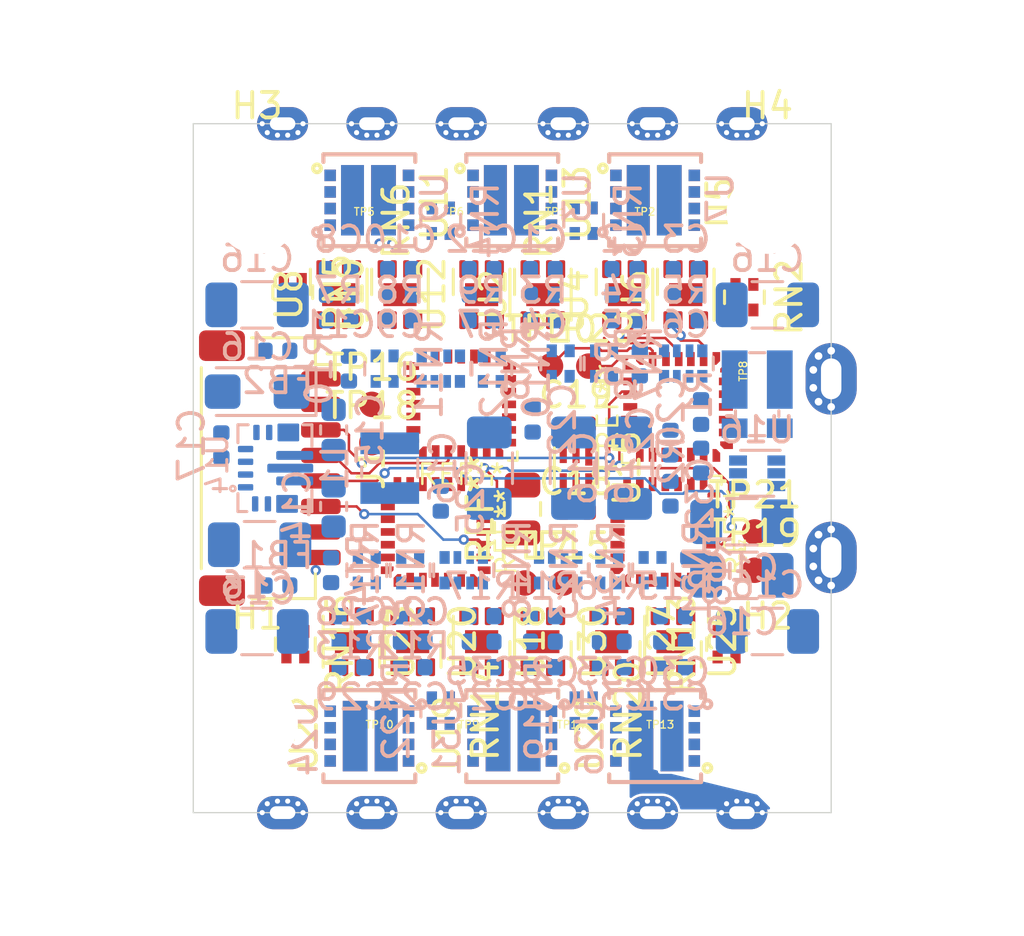
<source format=kicad_pcb>
(kicad_pcb (version 20171130) (host pcbnew 5.1.6-c6e7f7d~87~ubuntu18.04.1)
  (layers (0 "F.Cu_(sig)" signal) (1 "In1.Cu_(power)" signal) (2 "In2.Cu_(gnd)" signal) (31 "B.Cu_(sig)" signal) (34 B.Paste user) (35 F.Paste user) (36 B.SilkS user hide) (37 F.SilkS user hide) (38 B.Mask user) (39 F.Mask user) (44 Edge.Cuts user))
  (net 0 "")
  (net 1 "Net-(U1-Pad1)")
  (net 2 "Net-(U1-Pad28)")
  (net 3 "Net-(U1-Pad22)")
  (net 4 "Net-(U1-Pad7)")
  (net 5 "Net-(U1-Pad25)")
  (net 6 "Net-(U1-Pad17)")
  (net 7 "Net-(U1-Pad12)")
  (net 8 "Net-(U1-Pad11)")
  (net 9 "Net-(U1-Pad10)")
  (net 10 "Net-(U1-Pad6)")
  (net 11 "Net-(U1-Pad5)")
  (net 12 "Net-(U1-Pad2)")
  (net 13 "Net-(C1-Pad2)")
  (net 14 +5V)
  (net 15 +BATT)
  (net 16 GND)
  (net 17 /ESC1_A)
  (net 18 "Net-(C2-Pad2)")
  (net 19 /ESC1_B)
  (net 20 "Net-(C3-Pad2)")
  (net 21 /ESC1_C)
  (net 22 "Net-(RN2-Pad4)")
  (net 23 "Net-(RN2-Pad3)")
  (net 24 "Net-(RN2-Pad2)")
  (net 25 "Net-(RN2-Pad1)")
  (net 26 "Net-(C8-Pad2)")
  (net 27 /ESC2_A)
  (net 28 "Net-(C10-Pad2)")
  (net 29 /ESC2_B)
  (net 30 "Net-(C12-Pad2)")
  (net 31 /ESC2_C)
  (net 32 "Net-(RN5-Pad4)")
  (net 33 "Net-(RN5-Pad3)")
  (net 34 "Net-(RN5-Pad2)")
  (net 35 "Net-(RN5-Pad1)")
  (net 36 "Net-(C13-Pad2)")
  (net 37 "Net-(C15-Pad2)")
  (net 38 "Net-(C17-Pad2)")
  (net 39 +3V3)
  (net 40 /IBat)
  (net 41 "Net-(L1-Pad2)")
  (net 42 "Net-(L1-Pad1)")
  (net 43 "Net-(R1-Pad2)")
  (net 44 "Net-(R1-Pad3)")
  (net 45 "Net-(R2-Pad2)")
  (net 46 "Net-(U14-Pad2)")
  (net 47 /ESC1_A_EN)
  (net 48 /ESC1_A_PWM)
  (net 49 /ESC1_B_EN)
  (net 50 /ESC1_B_PWM)
  (net 51 /ESC1_C_EN)
  (net 52 /ESC1_C_PWM)
  (net 53 /ESC2_A_EN)
  (net 54 /ESC2_A_PWM)
  (net 55 /ESC2_B_EN)
  (net 56 /ESC2_B_PWM)
  (net 57 /ESC2_C_EN)
  (net 58 /ESC2_C_PWM)
  (net 59 /ESC1_MC)
  (net 60 /ESC1_MA)
  (net 61 /ESC1_IN)
  (net 62 /ESC1_MB)
  (net 63 /ESC1_Y)
  (net 64 /ESCx_tele)
  (net 65 "Net-(R1-Pad4)")
  (net 66 /ESC1_SWDCLK)
  (net 67 /ESC1_SWDIO)
  (net 68 /ESC2_Y)
  (net 69 "Net-(U17-Pad1)")
  (net 70 "Net-(U17-Pad28)")
  (net 71 "Net-(U17-Pad22)")
  (net 72 /ESC2_SWDCLK)
  (net 73 "Net-(U17-Pad7)")
  (net 74 /ESC2_MC)
  (net 75 /ESC2_MA)
  (net 76 "Net-(U17-Pad25)")
  (net 77 /ESC2_IN)
  (net 78 /ESC2_MB)
  (net 79 /ESC2_SWDIO)
  (net 80 "Net-(U17-Pad17)")
  (net 81 "Net-(U17-Pad12)")
  (net 82 "Net-(U17-Pad11)")
  (net 83 "Net-(U17-Pad10)")
  (net 84 "Net-(U17-Pad6)")
  (net 85 "Net-(U17-Pad5)")
  (net 86 "Net-(U17-Pad2)")
  (net 87 "Net-(C24-Pad2)")
  (net 88 /ESC4_A)
  (net 89 "Net-(C27-Pad2)")
  (net 90 /ESC4_B)
  (net 91 "Net-(C29-Pad2)")
  (net 92 /ESC4_C)
  (net 93 "Net-(C31-Pad2)")
  (net 94 /ESC3_A)
  (net 95 "Net-(C34-Pad2)")
  (net 96 /ESC3_B)
  (net 97 "Net-(C36-Pad2)")
  (net 98 /ESC3_C)
  (net 99 /ESC4_A_PWM)
  (net 100 /ESC4_B_PWM)
  (net 101 /ESC4_C_PWM)
  (net 102 /ESC3_A_PWM)
  (net 103 /ESC3_B_PWM)
  (net 104 /ESC3_C_PWM)
  (net 105 /ESC4_Y)
  (net 106 /ESC3_Y)
  (net 107 /ESC4_A_EN)
  (net 108 /ESC4_B_EN)
  (net 109 "Net-(U21-Pad1)")
  (net 110 "Net-(U21-Pad28)")
  (net 111 "Net-(U21-Pad22)")
  (net 112 /ESC4_SWDCLK)
  (net 113 "Net-(U21-Pad7)")
  (net 114 /ESC4_MC)
  (net 115 /ESC4_MA)
  (net 116 "Net-(U21-Pad25)")
  (net 117 /ESC4_IN)
  (net 118 /ESC4_MB)
  (net 119 /ESC4_SWDIO)
  (net 120 "Net-(U21-Pad17)")
  (net 121 /ESC4_C_EN)
  (net 122 "Net-(U21-Pad12)")
  (net 123 "Net-(U21-Pad11)")
  (net 124 "Net-(U21-Pad10)")
  (net 125 "Net-(U21-Pad6)")
  (net 126 "Net-(U21-Pad5)")
  (net 127 "Net-(U21-Pad2)")
  (net 128 /ESC3_A_EN)
  (net 129 /ESC3_B_EN)
  (net 130 "Net-(U28-Pad1)")
  (net 131 "Net-(U28-Pad28)")
  (net 132 "Net-(U28-Pad22)")
  (net 133 /ESC3_SWDCLK)
  (net 134 "Net-(U28-Pad7)")
  (net 135 /ESC3_MC)
  (net 136 /ESC3_MA)
  (net 137 "Net-(U28-Pad25)")
  (net 138 /ESC3_IN)
  (net 139 /ESC3_MB)
  (net 140 /ESC3_SWDIO)
  (net 141 "Net-(U28-Pad17)")
  (net 142 /ESC3_C_EN)
  (net 143 "Net-(U28-Pad12)")
  (net 144 "Net-(U28-Pad11)")
  (net 145 "Net-(U28-Pad10)")
  (net 146 "Net-(U28-Pad6)")
  (net 147 "Net-(U28-Pad5)")
  (net 148 "Net-(U28-Pad2)")
  (net 149 /ESC4_A_DRVH)
  (net 150 /ESC4_B_DRVH)
  (net 151 /ESC4_B_GH)
  (net 152 /ESC4_A_GL)
  (net 153 /ESC4_C_DRVL)
  (net 154 /ESC4_B_DRVL)
  (net 155 /ESC4_C_GL)
  (net 156 /ESC4_B_GL)
  (net 157 /ESC4_C_DRVH)
  (net 158 /ESC3_C_DRVL)
  (net 159 /ESC3_C_GL)
  (net 160 /ESC4_C_GH)
  (net 161 /ESC4_A_DRVL)
  (net 162 /ESC4_A_GH)
  (net 163 /ESC3_A_DRVH)
  (net 164 /ESC3_A_DRVL)
  (net 165 /ESC3_A_GH)
  (net 166 /ESC3_A_GL)
  (net 167 /ESC3_B_DRVH)
  (net 168 /ESC3_B_DRVL)
  (net 169 /ESC3_B_GH)
  (net 170 /ESC3_B_GL)
  (net 171 /ESC3_C_DRVH)
  (net 172 /ESC3_C_GH)
  (net 173 /ESC1_A_DRVH)
  (net 174 /ESC1_A_DRVL)
  (net 175 /ESC1_A_GH)
  (net 176 /ESC1_A_GL)
  (net 177 /ESC1_B_DRVH)
  (net 178 /ESC1_B_DRVL)
  (net 179 /ESC1_B_GH)
  (net 180 /ESC1_B_GL)
  (net 181 /ESC1_C_DRVH)
  (net 182 /ESC1_C_DRVL)
  (net 183 /ESC1_C_GH)
  (net 184 /ESC1_C_GL)
  (net 185 /ESC2_A_DRVH)
  (net 186 /ESC2_A_DRVL)
  (net 187 /ESC2_A_GH)
  (net 188 /ESC2_A_GL)
  (net 189 /ESC2_B_DRVH)
  (net 190 /ESC2_B_DRVL)
  (net 191 /ESC2_B_GH)
  (net 192 /ESC2_B_GL)
  (net 193 /ESC2_C_DRVH)
  (net 194 /ESC2_C_DRVL)
  (net 195 /ESC2_C_GH)
  (net 196 /ESC2_C_GL)
  (module 11_PSoC_FC_whoop:C_1206_3216Metric_dense (layer "B.Cu_(sig)") (at 145 77.1)
    (fp_text reference C16 (at 0 1.82 180) (layer B.SilkS) (effects (justify mirror)))
    (fp_text value 10u)
    (pad 1 smd roundrect (at -1.4 0) (size 1.25 1.75) (layers "B.Cu_(sig)" B.Paste B.Mask) (roundrect_rratio 0.2))
    (pad 2 smd roundrect (at 1.4 0) (size 1.25 1.75) (layers "B.Cu_(sig)" B.Paste B.Mask) (roundrect_rratio 0.2))
  )
  (module 11_PSoC_FC_whoop:C_1206_3216Metric_dense (layer "B.Cu_(sig)") (at 145 79.2)
    (fp_text reference C16 (at 0 1.82 180) (layer B.SilkS) (effects (justify mirror)))
    (fp_text value 10u)
    (pad 2 smd roundrect (at 1.4 0) (size 1.25 1.75) (layers "B.Cu_(sig)" B.Paste B.Mask) (roundrect_rratio 0.2))
    (pad 1 smd roundrect (at -1.4 0) (size 1.25 1.75) (layers "B.Cu_(sig)" B.Paste B.Mask) (roundrect_rratio 0.2))
  )
  (module Resistor_SMD:R_0402_1005Metric (layer "B.Cu_(sig)") (at 142.9 79 90)
    (fp_text reference R18 (at 0 1.17 90) (layer B.SilkS) (effects (justify mirror)))
    (fp_text value 4k7)
    (pad 2 smd roundrect (at 0.485 0 90) (size 0.59 0.64) (layers "B.Cu_(sig)" B.Paste B.Mask) (net 135 /ESC3_MC))
    (pad 1 smd roundrect (at -0.485 0 90) (size 0.59 0.64) (layers "B.Cu_(sig)" B.Paste B.Mask) (net 98 /ESC3_C))
  )
  (module Resistor_SMD:R_0402_1005Metric (layer "B.Cu_(sig)") (at 134.8 80.8 180)
    (fp_text reference R17 (at 0 1.17) (layer B.SilkS) (effects (justify mirror)))
    (fp_text value 4k7)
    (pad 2 smd roundrect (at 0.485 0 180) (size 0.59 0.64) (layers "B.Cu_(sig)" B.Paste B.Mask) (net 104 /ESC3_C_PWM))
    (pad 1 smd roundrect (at -0.485 0 180) (size 0.59 0.64) (layers "B.Cu_(sig)" B.Paste B.Mask) (net 14 +5V))
  )
  (module Resistor_SMD:R_0402_1005Metric (layer "B.Cu_(sig)") (at 139.9 80.8 180)
    (fp_text reference R16 (at 0 1.17) (layer B.SilkS) (effects (justify mirror)))
    (fp_text value 4k7)
    (pad 2 smd roundrect (at 0.485 0 180) (size 0.59 0.64) (layers "B.Cu_(sig)" B.Paste B.Mask) (net 103 /ESC3_B_PWM))
    (pad 1 smd roundrect (at -0.485 0 180) (size 0.59 0.64) (layers "B.Cu_(sig)" B.Paste B.Mask) (net 14 +5V))
  )
  (module Resistor_SMD:R_0402_1005Metric (layer "B.Cu_(sig)") (at 142.3 80.8 180)
    (fp_text reference R15 (at 0 1.17) (layer B.SilkS) (effects (justify mirror)))
    (fp_text value 4k7)
    (pad 2 smd roundrect (at 0.485 0 180) (size 0.59 0.64) (layers "B.Cu_(sig)" B.Paste B.Mask) (net 102 /ESC3_A_PWM))
    (pad 1 smd roundrect (at -0.485 0 180) (size 0.59 0.64) (layers "B.Cu_(sig)" B.Paste B.Mask) (net 14 +5V))
  )
  (module Resistor_SMD:R_0402_1005Metric (layer "B.Cu_(sig)") (at 128.9 79 90)
    (fp_text reference R14 (at 0 1.17 90) (layer B.SilkS) (effects (justify mirror)))
    (fp_text value 4k7)
    (pad 2 smd roundrect (at 0.485 0 90) (size 0.59 0.64) (layers "B.Cu_(sig)" B.Paste B.Mask) (net 114 /ESC4_MC))
    (pad 1 smd roundrect (at -0.485 0 90) (size 0.59 0.64) (layers "B.Cu_(sig)" B.Paste B.Mask) (net 92 /ESC4_C))
  )
  (module Resistor_SMD:R_0402_1005Metric (layer "B.Cu_(sig)") (at 129.7 80.8)
    (fp_text reference R13 (at 0 1.17) (layer B.SilkS) (effects (justify mirror)))
    (fp_text value 4k7)
    (pad 2 smd roundrect (at 0.485 0) (size 0.59 0.64) (layers "B.Cu_(sig)" B.Paste B.Mask) (net 101 /ESC4_C_PWM))
    (pad 1 smd roundrect (at -0.485 0) (size 0.59 0.64) (layers "B.Cu_(sig)" B.Paste B.Mask) (net 14 +5V))
  )
  (module Resistor_SMD:R_0402_1005Metric (layer "B.Cu_(sig)") (at 132.1 80.8)
    (fp_text reference R12 (at 0 1.17) (layer B.SilkS) (effects (justify mirror)))
    (fp_text value 4k7)
    (pad 2 smd roundrect (at 0.485 0) (size 0.59 0.64) (layers "B.Cu_(sig)" B.Paste B.Mask) (net 100 /ESC4_B_PWM))
    (pad 1 smd roundrect (at -0.485 0) (size 0.59 0.64) (layers "B.Cu_(sig)" B.Paste B.Mask) (net 14 +5V))
  )
  (module Resistor_SMD:R_0402_1005Metric (layer "B.Cu_(sig)") (at 137.2 80.8 180)
    (fp_text reference R11 (at 0 1.17) (layer B.SilkS) (effects (justify mirror)))
    (fp_text value 4k7)
    (pad 2 smd roundrect (at 0.485 0 180) (size 0.59 0.64) (layers "B.Cu_(sig)" B.Paste B.Mask) (net 99 /ESC4_A_PWM))
    (pad 1 smd roundrect (at -0.485 0 180) (size 0.59 0.64) (layers "B.Cu_(sig)" B.Paste B.Mask) (net 14 +5V))
  )
  (module Resistor_SMD:R_0402_1005Metric (layer "B.Cu_(sig)") (at 129.6 71.1 270)
    (fp_text reference R10 (at 0 1.17 90) (layer B.SilkS) (effects (justify mirror)))
    (fp_text value 4k7)
    (pad 2 smd roundrect (at 0.485 0 270) (size 0.59 0.64) (layers "B.Cu_(sig)" B.Paste B.Mask) (net 74 /ESC2_MC))
    (pad 1 smd roundrect (at -0.485 0 270) (size 0.59 0.64) (layers "B.Cu_(sig)" B.Paste B.Mask) (net 31 /ESC2_C))
  )
  (module Resistor_SMD:R_0402_1005Metric (layer "B.Cu_(sig)") (at 134.8 69.2 180)
    (fp_text reference R9 (at 0 1.17) (layer B.SilkS) (effects (justify mirror)))
    (fp_text value 4k7)
    (pad 2 smd roundrect (at 0.485 0 180) (size 0.59 0.64) (layers "B.Cu_(sig)" B.Paste B.Mask) (net 58 /ESC2_C_PWM))
    (pad 1 smd roundrect (at -0.485 0 180) (size 0.59 0.64) (layers "B.Cu_(sig)" B.Paste B.Mask) (net 14 +5V))
  )
  (module Resistor_SMD:R_0402_1005Metric (layer "B.Cu_(sig)") (at 131.6 69.2 180)
    (fp_text reference R8 (at 0 1.17) (layer B.SilkS) (effects (justify mirror)))
    (fp_text value 4k7)
    (pad 2 smd roundrect (at 0.485 0 180) (size 0.59 0.64) (layers "B.Cu_(sig)" B.Paste B.Mask) (net 56 /ESC2_B_PWM))
    (pad 1 smd roundrect (at -0.485 0 180) (size 0.59 0.64) (layers "B.Cu_(sig)" B.Paste B.Mask) (net 14 +5V))
  )
  (module Resistor_SMD:R_0402_1005Metric (layer "B.Cu_(sig)") (at 129.2 69.2 180)
    (fp_text reference R7 (at 0 1.17) (layer B.SilkS) (effects (justify mirror)))
    (fp_text value 4k7)
    (pad 2 smd roundrect (at 0.485 0 180) (size 0.59 0.64) (layers "B.Cu_(sig)" B.Paste B.Mask) (net 54 /ESC2_A_PWM))
    (pad 1 smd roundrect (at -0.485 0 180) (size 0.59 0.64) (layers "B.Cu_(sig)" B.Paste B.Mask) (net 14 +5V))
  )
  (module Resistor_SMD:R_0402_1005Metric (layer "B.Cu_(sig)") (at 141 70.9 270)
    (fp_text reference R6 (at 0 1.17 90) (layer B.SilkS) (effects (justify mirror)))
    (fp_text value 4k7)
    (pad 2 smd roundrect (at 0.485 0 270) (size 0.59 0.64) (layers "B.Cu_(sig)" B.Paste B.Mask) (net 59 /ESC1_MC))
    (pad 1 smd roundrect (at -0.485 0 270) (size 0.59 0.64) (layers "B.Cu_(sig)" B.Paste B.Mask) (net 21 /ESC1_C))
  )
  (module Resistor_SMD:R_0402_1005Metric (layer "B.Cu_(sig)") (at 142.8 69.2 180)
    (fp_text reference R5 (at 0 1.17) (layer B.SilkS) (effects (justify mirror)))
    (fp_text value 4k7)
    (pad 2 smd roundrect (at 0.485 0 180) (size 0.59 0.64) (layers "B.Cu_(sig)" B.Paste B.Mask) (net 52 /ESC1_C_PWM))
    (pad 1 smd roundrect (at -0.485 0 180) (size 0.59 0.64) (layers "B.Cu_(sig)" B.Paste B.Mask) (net 14 +5V))
  )
  (module Resistor_SMD:R_0402_1005Metric (layer "B.Cu_(sig)") (at 140.4 69.2 180)
    (fp_text reference R4 (at 0 1.17) (layer B.SilkS) (effects (justify mirror)))
    (fp_text value 4k7)
    (pad 2 smd roundrect (at 0.485 0 180) (size 0.59 0.64) (layers "B.Cu_(sig)" B.Paste B.Mask) (net 50 /ESC1_B_PWM))
    (pad 1 smd roundrect (at -0.485 0 180) (size 0.59 0.64) (layers "B.Cu_(sig)" B.Paste B.Mask) (net 14 +5V))
  )
  (module Resistor_SMD:R_0402_1005Metric (layer "B.Cu_(sig)") (at 137.2 69.2 180)
    (fp_text reference R3 (at 0 1.17) (layer B.SilkS) (effects (justify mirror)))
    (fp_text value 4k7)
    (pad 2 smd roundrect (at 0.485 0 180) (size 0.59 0.64) (layers "B.Cu_(sig)" B.Paste B.Mask) (net 48 /ESC1_A_PWM))
    (pad 1 smd roundrect (at -0.485 0 180) (size 0.59 0.64) (layers "B.Cu_(sig)" B.Paste B.Mask) (net 14 +5V))
  )
  (module Resistor_SMD:R_0402_1005Metric (layer "B.Cu_(sig)") (at 143.4 74.7 270)
    (fp_text reference R2 (at 0 1.17 90) (layer B.SilkS) (effects (justify mirror)))
    (fp_text value 10k)
    (pad 2 smd roundrect (at 0.485 0 270) (size 0.59 0.64) (layers "B.Cu_(sig)" B.Paste B.Mask) (net 45 "Net-(R2-Pad2)"))
    (pad 1 smd roundrect (at -0.485 0 270) (size 0.59 0.64) (layers "B.Cu_(sig)" B.Paste B.Mask) (net 40 /IBat))
  )
  (module 11_PSoC_FC_whoop:TestPoint_Pad_D1.0mm_dense (layer "F.Cu_(sig)") (at 139 71)
    (fp_text reference TP22 (at 0 -1.448) (layer F.SilkS))
    (fp_text value TestPoint)
    (pad 1 smd circle (at 0 0) (size 1 1) (layers "F.Cu_(sig)" F.Mask) (net 66 /ESC1_SWDCLK))
  )
  (module 11_PSoC_FC_whoop:TestPoint_Pad_D1.0mm_dense (layer "F.Cu_(sig)") (at 145.5 77.5)
    (fp_text reference TP21 (at 0 -1.448) (layer F.SilkS))
    (fp_text value TestPoint)
    (pad 1 smd circle (at 0 0) (size 1 1) (layers "F.Cu_(sig)" F.Mask) (net 133 /ESC3_SWDCLK))
  )
  (module 11_PSoC_FC_whoop:TestPoint_Pad_D1.0mm_dense (layer "F.Cu_(sig)") (at 137.5 71)
    (fp_text reference TP20 (at 0 -1.448) (layer F.SilkS))
    (fp_text value TestPoint)
    (pad 1 smd circle (at 0 0) (size 1 1) (layers "F.Cu_(sig)" F.Mask) (net 67 /ESC1_SWDIO))
  )
  (module 11_PSoC_FC_whoop:TestPoint_Pad_D1.0mm_dense (layer "F.Cu_(sig)") (at 145.5 79)
    (fp_text reference TP19 (at 0 -1.448) (layer F.SilkS))
    (fp_text value TestPoint)
    (pad 1 smd circle (at 0 0) (size 1 1) (layers "F.Cu_(sig)" F.Mask) (net 140 /ESC3_SWDIO))
  )
  (module 11_PSoC_FC_whoop:TestPoint_Pad_D1.0mm_dense (layer "F.Cu_(sig)") (at 130.5 74)
    (fp_text reference TP18 (at 0 -1.448) (layer F.SilkS))
    (fp_text value TestPoint)
    (pad 1 smd circle (at 0 0) (size 1 1) (layers "F.Cu_(sig)" F.Mask) (net 72 /ESC2_SWDCLK))
  )
  (module 11_PSoC_FC_whoop:TestPoint_Pad_D1.0mm_dense (layer "F.Cu_(sig)") (at 136.5 79.5)
    (fp_text reference TP17 (at 0 -1.448) (layer F.SilkS))
    (fp_text value TestPoint)
    (pad 1 smd circle (at 0 0) (size 1 1) (layers "F.Cu_(sig)" F.Mask) (net 112 /ESC4_SWDCLK))
  )
  (module 11_PSoC_FC_whoop:TestPoint_Pad_D1.0mm_dense (layer "F.Cu_(sig)") (at 130.5 72.5)
    (fp_text reference TP16 (at 0 -1.448) (layer F.SilkS))
    (fp_text value TestPoint)
    (pad 1 smd circle (at 0 0) (size 1 1) (layers "F.Cu_(sig)" F.Mask) (net 79 /ESC2_SWDIO))
  )
  (module 11_PSoC_FC_whoop:TestPoint_Pad_D1.0mm_dense (layer "F.Cu_(sig)") (at 138 79.5)
    (fp_text reference TP15 (at 0 -1.448) (layer F.SilkS))
    (fp_text value TestPoint)
    (pad 1 smd circle (at 0 0) (size 1 1) (layers "F.Cu_(sig)" F.Mask) (net 119 /ESC4_SWDIO))
  )
  (module Connector_JST:JST_SH_SM08B-SRSS-TB_1x08-1MP_P1.00mm_Horizontal (layer "F.Cu_(sig)") (at 126.5 75 270)
    (fp_text reference J1 (at 0 -3.98 90) (layer F.SilkS))
    (fp_text value Conn_01x08)
    (pad MP smd roundrect (at 4.8 1.875 270) (size 1.2 1.8) (layers "F.Cu_(sig)" F.Paste F.Mask) (roundrect_rratio 0.208333))
    (pad MP smd roundrect (at -4.8 1.875 270) (size 1.2 1.8) (layers "F.Cu_(sig)" F.Paste F.Mask) (roundrect_rratio 0.208333))
    (pad 8 smd roundrect (at 3.5 -2 270) (size 0.6 1.55) (layers "F.Cu_(sig)" F.Paste F.Mask) (net 64 /ESCx_tele))
    (pad 7 smd roundrect (at 2.5 -2 270) (size 0.6 1.55) (layers "F.Cu_(sig)" F.Paste F.Mask) (net 40 /IBat))
    (pad 6 smd roundrect (at 1.5 -2 270) (size 0.6 1.55) (layers "F.Cu_(sig)" F.Paste F.Mask) (net 117 /ESC4_IN))
    (pad 5 smd roundrect (at 0.5 -2 270) (size 0.6 1.55) (layers "F.Cu_(sig)" F.Paste F.Mask) (net 138 /ESC3_IN))
    (pad 4 smd roundrect (at -0.5 -2 270) (size 0.6 1.55) (layers "F.Cu_(sig)" F.Paste F.Mask) (net 77 /ESC2_IN))
    (pad 3 smd roundrect (at -1.5 -2 270) (size 0.6 1.55) (layers "F.Cu_(sig)" F.Paste F.Mask) (net 61 /ESC1_IN))
    (pad 2 smd roundrect (at -2.5 -2 270) (size 0.6 1.55) (layers "F.Cu_(sig)" F.Paste F.Mask) (net 15 +BATT))
    (pad 1 smd roundrect (at -3.5 -2 270) (size 0.6 1.55) (layers "F.Cu_(sig)" F.Paste F.Mask) (net 16 GND))
  )
  (module 11_PSoC_FC_whoop:PowerPAIR3.3x3.3 (layer "B.Cu_(sig)") (at 136 85.5 270)
    (fp_text reference U31 (at 0.1 2.55 90) (layer B.SilkS) (effects (justify mirror)))
    (fp_text value SIZ200DT-T1-GE3)
    (pad 1 smd rect (at -0.975 -1.536 270) (size 0.45 0.45) (layers "B.Cu_(sig)" B.Paste B.Mask) (net 172 /ESC3_C_GH))
    (pad 2 smd rect (at -0.325 -1.536 270) (size 0.45 0.45) (layers "B.Cu_(sig)" B.Paste B.Mask) (net 15 +BATT))
    (pad 2 smd rect (at 0.325 -1.536 270) (size 0.45 0.45) (layers "B.Cu_(sig)" B.Paste B.Mask) (net 15 +BATT))
    (pad 2 smd rect (at 0.975 -1.536 270) (size 0.45 0.45) (layers "B.Cu_(sig)" B.Paste B.Mask) (net 15 +BATT))
    (pad 2 smd rect (at 0 -0.66 270) (size 2.76 0.9) (layers "B.Cu_(sig)" B.Paste B.Mask) (net 15 +BATT))
    (pad 3 smd rect (at 0 0.555 270) (size 2.76 0.97) (layers "B.Cu_(sig)" B.Paste B.Mask) (net 98 /ESC3_C))
    (pad 4 smd rect (at 0.975 1.536 270) (size 0.45 0.45) (layers "B.Cu_(sig)" B.Paste B.Mask) (net 16 GND))
    (pad 4 smd rect (at 0.325 1.536 270) (size 0.45 0.45) (layers "B.Cu_(sig)" B.Paste B.Mask) (net 16 GND))
    (pad 4 smd rect (at -0.325 1.536 270) (size 0.45 0.45) (layers "B.Cu_(sig)" B.Paste B.Mask) (net 16 GND))
    (pad 5 smd rect (at -0.975 1.536 270) (size 0.45 0.45) (layers "B.Cu_(sig)" B.Paste B.Mask) (net 159 /ESC3_C_GL))
  )
  (module 11_PSoC_FC_whoop:PowerPAIR3.3x3.3 (layer "F.Cu_(sig)") (at 141.6 85.5 90)
    (fp_text reference U29 (at 0.1 -2.55 90) (layer F.SilkS))
    (fp_text value SIZ200DT-T1-GE3)
    (pad 1 smd rect (at -0.975 1.536 90) (size 0.45 0.45) (layers "F.Cu_(sig)" F.Paste F.Mask) (net 169 /ESC3_B_GH))
    (pad 2 smd rect (at -0.325 1.536 90) (size 0.45 0.45) (layers "F.Cu_(sig)" F.Paste F.Mask) (net 15 +BATT))
    (pad 2 smd rect (at 0.325 1.536 90) (size 0.45 0.45) (layers "F.Cu_(sig)" F.Paste F.Mask) (net 15 +BATT))
    (pad 2 smd rect (at 0.975 1.536 90) (size 0.45 0.45) (layers "F.Cu_(sig)" F.Paste F.Mask) (net 15 +BATT))
    (pad 2 smd rect (at 0 0.66 90) (size 2.76 0.9) (layers "F.Cu_(sig)" F.Paste F.Mask) (net 15 +BATT))
    (pad 3 smd rect (at 0 -0.555 90) (size 2.76 0.97) (layers "F.Cu_(sig)" F.Paste F.Mask) (net 96 /ESC3_B))
    (pad 4 smd rect (at 0.975 -1.536 90) (size 0.45 0.45) (layers "F.Cu_(sig)" F.Paste F.Mask) (net 16 GND))
    (pad 4 smd rect (at 0.325 -1.536 90) (size 0.45 0.45) (layers "F.Cu_(sig)" F.Paste F.Mask) (net 16 GND))
    (pad 4 smd rect (at -0.325 -1.536 90) (size 0.45 0.45) (layers "F.Cu_(sig)" F.Paste F.Mask) (net 16 GND))
    (pad 5 smd rect (at -0.975 -1.536 90) (size 0.45 0.45) (layers "F.Cu_(sig)" F.Paste F.Mask) (net 170 /ESC3_B_GL))
  )
  (module 11_PSoC_FC_whoop:PowerPAIR3.3x3.3 (layer "B.Cu_(sig)") (at 141.6 85.5 270)
    (fp_text reference U26 (at 0.1 2.55 90) (layer B.SilkS) (effects (justify mirror)))
    (fp_text value SIZ200DT-T1-GE3)
    (pad 1 smd rect (at -0.975 -1.536 270) (size 0.45 0.45) (layers "B.Cu_(sig)" B.Paste B.Mask) (net 165 /ESC3_A_GH))
    (pad 2 smd rect (at -0.325 -1.536 270) (size 0.45 0.45) (layers "B.Cu_(sig)" B.Paste B.Mask) (net 15 +BATT))
    (pad 2 smd rect (at 0.325 -1.536 270) (size 0.45 0.45) (layers "B.Cu_(sig)" B.Paste B.Mask) (net 15 +BATT))
    (pad 2 smd rect (at 0.975 -1.536 270) (size 0.45 0.45) (layers "B.Cu_(sig)" B.Paste B.Mask) (net 15 +BATT))
    (pad 2 smd rect (at 0 -0.66 270) (size 2.76 0.9) (layers "B.Cu_(sig)" B.Paste B.Mask) (net 15 +BATT))
    (pad 3 smd rect (at 0 0.555 270) (size 2.76 0.97) (layers "B.Cu_(sig)" B.Paste B.Mask) (net 94 /ESC3_A))
    (pad 4 smd rect (at 0.975 1.536 270) (size 0.45 0.45) (layers "B.Cu_(sig)" B.Paste B.Mask) (net 16 GND))
    (pad 4 smd rect (at 0.325 1.536 270) (size 0.45 0.45) (layers "B.Cu_(sig)" B.Paste B.Mask) (net 16 GND))
    (pad 4 smd rect (at -0.325 1.536 270) (size 0.45 0.45) (layers "B.Cu_(sig)" B.Paste B.Mask) (net 16 GND))
    (pad 5 smd rect (at -0.975 1.536 270) (size 0.45 0.45) (layers "B.Cu_(sig)" B.Paste B.Mask) (net 166 /ESC3_A_GL))
  )
  (module 11_PSoC_FC_whoop:PowerPAIR3.3x3.3 (layer "B.Cu_(sig)") (at 130.4 85.5 270)
    (fp_text reference U24 (at 0.1 2.55 270) (layer B.SilkS) (effects (justify mirror)))
    (fp_text value SIZ200DT-T1-GE3)
    (pad 1 smd rect (at -0.975 -1.536 270) (size 0.45 0.45) (layers "B.Cu_(sig)" B.Paste B.Mask) (net 160 /ESC4_C_GH))
    (pad 2 smd rect (at -0.325 -1.536 270) (size 0.45 0.45) (layers "B.Cu_(sig)" B.Paste B.Mask) (net 15 +BATT))
    (pad 2 smd rect (at 0.325 -1.536 270) (size 0.45 0.45) (layers "B.Cu_(sig)" B.Paste B.Mask) (net 15 +BATT))
    (pad 2 smd rect (at 0.975 -1.536 270) (size 0.45 0.45) (layers "B.Cu_(sig)" B.Paste B.Mask) (net 15 +BATT))
    (pad 2 smd rect (at 0 -0.66 270) (size 2.76 0.9) (layers "B.Cu_(sig)" B.Paste B.Mask) (net 15 +BATT))
    (pad 3 smd rect (at 0 0.555 270) (size 2.76 0.97) (layers "B.Cu_(sig)" B.Paste B.Mask) (net 92 /ESC4_C))
    (pad 4 smd rect (at 0.975 1.536 270) (size 0.45 0.45) (layers "B.Cu_(sig)" B.Paste B.Mask) (net 16 GND))
    (pad 4 smd rect (at 0.325 1.536 270) (size 0.45 0.45) (layers "B.Cu_(sig)" B.Paste B.Mask) (net 16 GND))
    (pad 4 smd rect (at -0.325 1.536 270) (size 0.45 0.45) (layers "B.Cu_(sig)" B.Paste B.Mask) (net 16 GND))
    (pad 5 smd rect (at -0.975 1.536 270) (size 0.45 0.45) (layers "B.Cu_(sig)" B.Paste B.Mask) (net 155 /ESC4_C_GL))
  )
  (module 11_PSoC_FC_whoop:PowerPAIR3.3x3.3 (layer "F.Cu_(sig)") (at 130.4 85.5 90)
    (fp_text reference U22 (at 0.1 -2.55 270) (layer F.SilkS))
    (fp_text value SIZ200DT-T1-GE3)
    (pad 1 smd rect (at -0.975 1.536 90) (size 0.45 0.45) (layers "F.Cu_(sig)" F.Paste F.Mask) (net 151 /ESC4_B_GH))
    (pad 2 smd rect (at -0.325 1.536 90) (size 0.45 0.45) (layers "F.Cu_(sig)" F.Paste F.Mask) (net 15 +BATT))
    (pad 2 smd rect (at 0.325 1.536 90) (size 0.45 0.45) (layers "F.Cu_(sig)" F.Paste F.Mask) (net 15 +BATT))
    (pad 2 smd rect (at 0.975 1.536 90) (size 0.45 0.45) (layers "F.Cu_(sig)" F.Paste F.Mask) (net 15 +BATT))
    (pad 2 smd rect (at 0 0.66 90) (size 2.76 0.9) (layers "F.Cu_(sig)" F.Paste F.Mask) (net 15 +BATT))
    (pad 3 smd rect (at 0 -0.555 90) (size 2.76 0.97) (layers "F.Cu_(sig)" F.Paste F.Mask) (net 90 /ESC4_B))
    (pad 4 smd rect (at 0.975 -1.536 90) (size 0.45 0.45) (layers "F.Cu_(sig)" F.Paste F.Mask) (net 16 GND))
    (pad 4 smd rect (at 0.325 -1.536 90) (size 0.45 0.45) (layers "F.Cu_(sig)" F.Paste F.Mask) (net 16 GND))
    (pad 4 smd rect (at -0.325 -1.536 90) (size 0.45 0.45) (layers "F.Cu_(sig)" F.Paste F.Mask) (net 16 GND))
    (pad 5 smd rect (at -0.975 -1.536 90) (size 0.45 0.45) (layers "F.Cu_(sig)" F.Paste F.Mask) (net 156 /ESC4_B_GL))
  )
  (module 11_PSoC_FC_whoop:PowerPAIR3.3x3.3 (layer "F.Cu_(sig)") (at 136 85.5 90)
    (fp_text reference U19 (at 0.1 -2.55 90) (layer F.SilkS))
    (fp_text value SIZ200DT-T1-GE3)
    (pad 1 smd rect (at -0.975 1.536 90) (size 0.45 0.45) (layers "F.Cu_(sig)" F.Paste F.Mask) (net 162 /ESC4_A_GH))
    (pad 2 smd rect (at -0.325 1.536 90) (size 0.45 0.45) (layers "F.Cu_(sig)" F.Paste F.Mask) (net 15 +BATT))
    (pad 2 smd rect (at 0.325 1.536 90) (size 0.45 0.45) (layers "F.Cu_(sig)" F.Paste F.Mask) (net 15 +BATT))
    (pad 2 smd rect (at 0.975 1.536 90) (size 0.45 0.45) (layers "F.Cu_(sig)" F.Paste F.Mask) (net 15 +BATT))
    (pad 2 smd rect (at 0 0.66 90) (size 2.76 0.9) (layers "F.Cu_(sig)" F.Paste F.Mask) (net 15 +BATT))
    (pad 3 smd rect (at 0 -0.555 90) (size 2.76 0.97) (layers "F.Cu_(sig)" F.Paste F.Mask) (net 88 /ESC4_A))
    (pad 4 smd rect (at 0.975 -1.536 90) (size 0.45 0.45) (layers "F.Cu_(sig)" F.Paste F.Mask) (net 16 GND))
    (pad 4 smd rect (at 0.325 -1.536 90) (size 0.45 0.45) (layers "F.Cu_(sig)" F.Paste F.Mask) (net 16 GND))
    (pad 4 smd rect (at -0.325 -1.536 90) (size 0.45 0.45) (layers "F.Cu_(sig)" F.Paste F.Mask) (net 16 GND))
    (pad 5 smd rect (at -0.975 -1.536 90) (size 0.45 0.45) (layers "F.Cu_(sig)" F.Paste F.Mask) (net 152 /ESC4_A_GL))
  )
  (module 11_PSoC_FC_whoop:PowerPAIR3.3x3.3 (layer "F.Cu_(sig)") (at 136 64.5 270)
    (fp_text reference U13 (at 0.1 -2.55 90) (layer F.SilkS))
    (fp_text value SIZ200DT-T1-GE3)
    (pad 1 smd rect (at -0.975 1.536 270) (size 0.45 0.45) (layers "F.Cu_(sig)" F.Paste F.Mask) (net 195 /ESC2_C_GH))
    (pad 2 smd rect (at -0.325 1.536 270) (size 0.45 0.45) (layers "F.Cu_(sig)" F.Paste F.Mask) (net 15 +BATT))
    (pad 2 smd rect (at 0.325 1.536 270) (size 0.45 0.45) (layers "F.Cu_(sig)" F.Paste F.Mask) (net 15 +BATT))
    (pad 2 smd rect (at 0.975 1.536 270) (size 0.45 0.45) (layers "F.Cu_(sig)" F.Paste F.Mask) (net 15 +BATT))
    (pad 2 smd rect (at 0 0.66 270) (size 2.76 0.9) (layers "F.Cu_(sig)" F.Paste F.Mask) (net 15 +BATT))
    (pad 3 smd rect (at 0 -0.555 270) (size 2.76 0.97) (layers "F.Cu_(sig)" F.Paste F.Mask) (net 31 /ESC2_C))
    (pad 4 smd rect (at 0.975 -1.536 270) (size 0.45 0.45) (layers "F.Cu_(sig)" F.Paste F.Mask) (net 16 GND))
    (pad 4 smd rect (at 0.325 -1.536 270) (size 0.45 0.45) (layers "F.Cu_(sig)" F.Paste F.Mask) (net 16 GND))
    (pad 4 smd rect (at -0.325 -1.536 270) (size 0.45 0.45) (layers "F.Cu_(sig)" F.Paste F.Mask) (net 16 GND))
    (pad 5 smd rect (at -0.975 -1.536 270) (size 0.45 0.45) (layers "F.Cu_(sig)" F.Paste F.Mask) (net 196 /ESC2_C_GL))
  )
  (module 11_PSoC_FC_whoop:PowerPAIR3.3x3.3 (layer "F.Cu_(sig)") (at 130.4 64.5 270)
    (fp_text reference U11 (at 0.1 -2.55 90) (layer F.SilkS))
    (fp_text value SIZ200DT-T1-GE3)
    (pad 1 smd rect (at -0.975 1.536 270) (size 0.45 0.45) (layers "F.Cu_(sig)" F.Paste F.Mask) (net 191 /ESC2_B_GH))
    (pad 2 smd rect (at -0.325 1.536 270) (size 0.45 0.45) (layers "F.Cu_(sig)" F.Paste F.Mask) (net 15 +BATT))
    (pad 2 smd rect (at 0.325 1.536 270) (size 0.45 0.45) (layers "F.Cu_(sig)" F.Paste F.Mask) (net 15 +BATT))
    (pad 2 smd rect (at 0.975 1.536 270) (size 0.45 0.45) (layers "F.Cu_(sig)" F.Paste F.Mask) (net 15 +BATT))
    (pad 2 smd rect (at 0 0.66 270) (size 2.76 0.9) (layers "F.Cu_(sig)" F.Paste F.Mask) (net 15 +BATT))
    (pad 3 smd rect (at 0 -0.555 270) (size 2.76 0.97) (layers "F.Cu_(sig)" F.Paste F.Mask) (net 29 /ESC2_B))
    (pad 4 smd rect (at 0.975 -1.536 270) (size 0.45 0.45) (layers "F.Cu_(sig)" F.Paste F.Mask) (net 16 GND))
    (pad 4 smd rect (at 0.325 -1.536 270) (size 0.45 0.45) (layers "F.Cu_(sig)" F.Paste F.Mask) (net 16 GND))
    (pad 4 smd rect (at -0.325 -1.536 270) (size 0.45 0.45) (layers "F.Cu_(sig)" F.Paste F.Mask) (net 16 GND))
    (pad 5 smd rect (at -0.975 -1.536 270) (size 0.45 0.45) (layers "F.Cu_(sig)" F.Paste F.Mask) (net 192 /ESC2_B_GL))
  )
  (module 11_PSoC_FC_whoop:PowerPAIR3.3x3.3 (layer "B.Cu_(sig)") (at 130.4 64.5 90)
    (fp_text reference U9 (at 0.1 2.55 270) (layer B.SilkS) (effects (justify mirror)))
    (fp_text value SIZ200DT-T1-GE3)
    (pad 1 smd rect (at -0.975 -1.536 90) (size 0.45 0.45) (layers "B.Cu_(sig)" B.Paste B.Mask) (net 187 /ESC2_A_GH))
    (pad 2 smd rect (at -0.325 -1.536 90) (size 0.45 0.45) (layers "B.Cu_(sig)" B.Paste B.Mask) (net 15 +BATT))
    (pad 2 smd rect (at 0.325 -1.536 90) (size 0.45 0.45) (layers "B.Cu_(sig)" B.Paste B.Mask) (net 15 +BATT))
    (pad 2 smd rect (at 0.975 -1.536 90) (size 0.45 0.45) (layers "B.Cu_(sig)" B.Paste B.Mask) (net 15 +BATT))
    (pad 2 smd rect (at 0 -0.66 90) (size 2.76 0.9) (layers "B.Cu_(sig)" B.Paste B.Mask) (net 15 +BATT))
    (pad 3 smd rect (at 0 0.555 90) (size 2.76 0.97) (layers "B.Cu_(sig)" B.Paste B.Mask) (net 27 /ESC2_A))
    (pad 4 smd rect (at 0.975 1.536 90) (size 0.45 0.45) (layers "B.Cu_(sig)" B.Paste B.Mask) (net 16 GND))
    (pad 4 smd rect (at 0.325 1.536 90) (size 0.45 0.45) (layers "B.Cu_(sig)" B.Paste B.Mask) (net 16 GND))
    (pad 4 smd rect (at -0.325 1.536 90) (size 0.45 0.45) (layers "B.Cu_(sig)" B.Paste B.Mask) (net 16 GND))
    (pad 5 smd rect (at -0.975 1.536 90) (size 0.45 0.45) (layers "B.Cu_(sig)" B.Paste B.Mask) (net 188 /ESC2_A_GL))
  )
  (module 11_PSoC_FC_whoop:PowerPAIR3.3x3.3 (layer "B.Cu_(sig)") (at 141.6 64.5 90)
    (fp_text reference U7 (at 0.1 2.55 270) (layer B.SilkS) (effects (justify mirror)))
    (fp_text value SIZ200DT-T1-GE3)
    (pad 1 smd rect (at -0.975 -1.536 90) (size 0.45 0.45) (layers "B.Cu_(sig)" B.Paste B.Mask) (net 183 /ESC1_C_GH))
    (pad 2 smd rect (at -0.325 -1.536 90) (size 0.45 0.45) (layers "B.Cu_(sig)" B.Paste B.Mask) (net 15 +BATT))
    (pad 2 smd rect (at 0.325 -1.536 90) (size 0.45 0.45) (layers "B.Cu_(sig)" B.Paste B.Mask) (net 15 +BATT))
    (pad 2 smd rect (at 0.975 -1.536 90) (size 0.45 0.45) (layers "B.Cu_(sig)" B.Paste B.Mask) (net 15 +BATT))
    (pad 2 smd rect (at 0 -0.66 90) (size 2.76 0.9) (layers "B.Cu_(sig)" B.Paste B.Mask) (net 15 +BATT))
    (pad 3 smd rect (at 0 0.555 90) (size 2.76 0.97) (layers "B.Cu_(sig)" B.Paste B.Mask) (net 21 /ESC1_C))
    (pad 4 smd rect (at 0.975 1.536 90) (size 0.45 0.45) (layers "B.Cu_(sig)" B.Paste B.Mask) (net 16 GND))
    (pad 4 smd rect (at 0.325 1.536 90) (size 0.45 0.45) (layers "B.Cu_(sig)" B.Paste B.Mask) (net 16 GND))
    (pad 4 smd rect (at -0.325 1.536 90) (size 0.45 0.45) (layers "B.Cu_(sig)" B.Paste B.Mask) (net 16 GND))
    (pad 5 smd rect (at -0.975 1.536 90) (size 0.45 0.45) (layers "B.Cu_(sig)" B.Paste B.Mask) (net 184 /ESC1_C_GL))
  )
  (module 11_PSoC_FC_whoop:PowerPAIR3.3x3.3 (layer "F.Cu_(sig)") (at 141.6 64.5 270)
    (fp_text reference U5 (at 0.1 -2.55 90) (layer F.SilkS))
    (fp_text value SIZ200DT-T1-GE3)
    (pad 1 smd rect (at -0.975 1.536 270) (size 0.45 0.45) (layers "F.Cu_(sig)" F.Paste F.Mask) (net 179 /ESC1_B_GH))
    (pad 2 smd rect (at -0.325 1.536 270) (size 0.45 0.45) (layers "F.Cu_(sig)" F.Paste F.Mask) (net 15 +BATT))
    (pad 2 smd rect (at 0.325 1.536 270) (size 0.45 0.45) (layers "F.Cu_(sig)" F.Paste F.Mask) (net 15 +BATT))
    (pad 2 smd rect (at 0.975 1.536 270) (size 0.45 0.45) (layers "F.Cu_(sig)" F.Paste F.Mask) (net 15 +BATT))
    (pad 2 smd rect (at 0 0.66 270) (size 2.76 0.9) (layers "F.Cu_(sig)" F.Paste F.Mask) (net 15 +BATT))
    (pad 3 smd rect (at 0 -0.555 270) (size 2.76 0.97) (layers "F.Cu_(sig)" F.Paste F.Mask) (net 19 /ESC1_B))
    (pad 4 smd rect (at 0.975 -1.536 270) (size 0.45 0.45) (layers "F.Cu_(sig)" F.Paste F.Mask) (net 16 GND))
    (pad 4 smd rect (at 0.325 -1.536 270) (size 0.45 0.45) (layers "F.Cu_(sig)" F.Paste F.Mask) (net 16 GND))
    (pad 4 smd rect (at -0.325 -1.536 270) (size 0.45 0.45) (layers "F.Cu_(sig)" F.Paste F.Mask) (net 16 GND))
    (pad 5 smd rect (at -0.975 -1.536 270) (size 0.45 0.45) (layers "F.Cu_(sig)" F.Paste F.Mask) (net 180 /ESC1_B_GL))
  )
  (module 11_PSoC_FC_whoop:PowerPAIR3.3x3.3 (layer "B.Cu_(sig)") (at 136 64.5 90)
    (fp_text reference U3 (at 0.1 2.55 270) (layer B.SilkS) (effects (justify mirror)))
    (fp_text value SIZ200DT-T1-GE3)
    (pad 1 smd rect (at -0.975 -1.536 90) (size 0.45 0.45) (layers "B.Cu_(sig)" B.Paste B.Mask) (net 175 /ESC1_A_GH))
    (pad 2 smd rect (at -0.325 -1.536 90) (size 0.45 0.45) (layers "B.Cu_(sig)" B.Paste B.Mask) (net 15 +BATT))
    (pad 2 smd rect (at 0.325 -1.536 90) (size 0.45 0.45) (layers "B.Cu_(sig)" B.Paste B.Mask) (net 15 +BATT))
    (pad 2 smd rect (at 0.975 -1.536 90) (size 0.45 0.45) (layers "B.Cu_(sig)" B.Paste B.Mask) (net 15 +BATT))
    (pad 2 smd rect (at 0 -0.66 90) (size 2.76 0.9) (layers "B.Cu_(sig)" B.Paste B.Mask) (net 15 +BATT))
    (pad 3 smd rect (at 0 0.555 90) (size 2.76 0.97) (layers "B.Cu_(sig)" B.Paste B.Mask) (net 17 /ESC1_A))
    (pad 4 smd rect (at 0.975 1.536 90) (size 0.45 0.45) (layers "B.Cu_(sig)" B.Paste B.Mask) (net 16 GND))
    (pad 4 smd rect (at 0.325 1.536 90) (size 0.45 0.45) (layers "B.Cu_(sig)" B.Paste B.Mask) (net 16 GND))
    (pad 4 smd rect (at -0.325 1.536 90) (size 0.45 0.45) (layers "B.Cu_(sig)" B.Paste B.Mask) (net 16 GND))
    (pad 5 smd rect (at -0.975 1.536 90) (size 0.45 0.45) (layers "B.Cu_(sig)" B.Paste B.Mask) (net 176 /ESC1_A_GL))
  )
  (module 11_PSoC_FC_whoop:DFN-8-1EP_2x2mm_P0.5mm_EP0.9x1.3mm_narrow (layer "F.Cu_(sig)") (at 134.8 68.2 90)
    (fp_text reference U12 (at 0 -1.95 270) (layer F.SilkS))
    (fp_text value NCP81161MNTBG)
    (pad 9 smd rect (at 0 0 90) (size 0.9 1.3) (layers "F.Cu_(sig)" F.Mask) (net 16 GND))
    (pad 8 smd roundrect (at 1 -0.75 90) (size 0.7 0.25) (layers "F.Cu_(sig)" F.Paste F.Mask) (net 193 /ESC2_C_DRVH))
    (pad 7 smd roundrect (at 1 -0.25 90) (size 0.7 0.25) (layers "F.Cu_(sig)" F.Paste F.Mask) (net 31 /ESC2_C))
    (pad 6 smd roundrect (at 1 0.25 90) (size 0.7 0.25) (layers "F.Cu_(sig)" F.Paste F.Mask) (net 16 GND))
    (pad 5 smd roundrect (at 1 0.75 90) (size 0.7 0.25) (layers "F.Cu_(sig)" F.Paste F.Mask) (net 194 /ESC2_C_DRVL))
    (pad 4 smd roundrect (at -1 0.75 90) (size 0.7 0.25) (layers "F.Cu_(sig)" F.Paste F.Mask) (net 14 +5V))
    (pad 3 smd roundrect (at -1 0.25 90) (size 0.7 0.25) (layers "F.Cu_(sig)" F.Paste F.Mask) (net 57 /ESC2_C_EN))
    (pad 2 smd roundrect (at -1 -0.25 90) (size 0.7 0.25) (layers "F.Cu_(sig)" F.Paste F.Mask) (net 58 /ESC2_C_PWM))
    (pad 1 smd roundrect (at -1 -0.75 90) (size 0.7 0.25) (layers "F.Cu_(sig)" F.Paste F.Mask) (net 30 "Net-(C12-Pad2)"))
  )
  (module 11_PSoC_FC_whoop:MountingHole_3.2mm_4mm (layer "F.Cu_(sig)") (at 126 85)
    (fp_text reference H1 (at 0 -4.2) (layer F.SilkS))
    (fp_text value MountingHole)
    (pad 1 np_thru_hole circle (at 0 0) (size 3.2 3.2) (drill 3.2) (layers *.Cu *.Mask))
  )
  (module 11_PSoC_FC_whoop:DFN-8-1EP_2x2mm_P0.5mm_EP0.9x1.3mm_narrow (layer "F.Cu_(sig)") (at 137.2 81.8 270)
    (fp_text reference U30 (at 0 -1.95 90) (layer F.SilkS))
    (fp_text value NCP81161MNTBG)
    (pad 9 smd rect (at 0 0 270) (size 0.9 1.3) (layers "F.Cu_(sig)" F.Mask) (net 16 GND))
    (pad 8 smd roundrect (at 1 -0.75 270) (size 0.7 0.25) (layers "F.Cu_(sig)" F.Paste F.Mask) (net 171 /ESC3_C_DRVH))
    (pad 7 smd roundrect (at 1 -0.25 270) (size 0.7 0.25) (layers "F.Cu_(sig)" F.Paste F.Mask) (net 98 /ESC3_C))
    (pad 6 smd roundrect (at 1 0.25 270) (size 0.7 0.25) (layers "F.Cu_(sig)" F.Paste F.Mask) (net 16 GND))
    (pad 5 smd roundrect (at 1 0.75 270) (size 0.7 0.25) (layers "F.Cu_(sig)" F.Paste F.Mask) (net 158 /ESC3_C_DRVL))
    (pad 4 smd roundrect (at -1 0.75 270) (size 0.7 0.25) (layers "F.Cu_(sig)" F.Paste F.Mask) (net 14 +5V))
    (pad 3 smd roundrect (at -1 0.25 270) (size 0.7 0.25) (layers "F.Cu_(sig)" F.Paste F.Mask) (net 142 /ESC3_C_EN))
    (pad 2 smd roundrect (at -1 -0.25 270) (size 0.7 0.25) (layers "F.Cu_(sig)" F.Paste F.Mask) (net 104 /ESC3_C_PWM))
    (pad 1 smd roundrect (at -1 -0.75 270) (size 0.7 0.25) (layers "F.Cu_(sig)" F.Paste F.Mask) (net 97 "Net-(C36-Pad2)"))
  )
  (module UFQPFN28:UFQFPN28 (layer "F.Cu_(sig)") (at 142 77.5 270)
    (fp_text reference U28)
    (fp_text value STM32G071GBU6)
    (fp_text user REF** (at 0 -2.75 90) (layer F.SilkS) (effects (font (size 0.8 0.8) (thickness 0.1))))
    (pad 1 smd custom (at -1.975 -1.5 180) (size 0.3 0.35) (layers "F.Cu_(sig)" F.Paste F.Mask) (net 130 "Net-(U28-Pad1)") (options (clearance outline) (anchor rect)) (primitives (gr_poly (pts (xy -0.15 -0.175) (xy -0.15 0.175) (xy 0.15 0.175) (xy 0.15 -0.325) (xy 0 -0.325)) (width 0))))
    (pad 28 smd custom (at -1.5 -1.975 90) (size 0.3 0.35) (layers "F.Cu_(sig)" F.Paste F.Mask) (net 131 "Net-(U28-Pad28)") (options (clearance outline) (anchor rect)) (primitives (gr_poly (pts (xy 0.15 -0.175) (xy 0.15 0.175) (xy -0.15 0.175) (xy -0.15 -0.325) (xy 0 -0.325)) (width 0))))
    (pad 22 smd custom (at 1.5 -1.975 90) (size 0.3 0.35) (layers "F.Cu_(sig)" F.Paste F.Mask) (net 132 "Net-(U28-Pad22)") (options (clearance outline) (anchor rect)) (primitives (gr_poly (pts (xy -0.15 -0.175) (xy -0.15 0.175) (xy 0.15 0.175) (xy 0.15 -0.325) (xy 0 -0.325)) (width 0))))
    (pad 21 smd custom (at 1.975 -1.5) (size 0.3 0.35) (layers "F.Cu_(sig)" F.Paste F.Mask) (net 133 /ESC3_SWDCLK) (options (clearance outline) (anchor rect)) (primitives (gr_poly (pts (xy 0.15 -0.175) (xy 0.15 0.175) (xy -0.15 0.175) (xy -0.15 -0.325) (xy 0 -0.325)) (width 0))))
    (pad 7 smd custom (at -1.975 1.5 180) (size 0.3 0.35) (layers "F.Cu_(sig)" F.Paste F.Mask) (net 134 "Net-(U28-Pad7)") (options (clearance outline) (anchor rect)) (primitives (gr_poly (pts (xy 0.15 -0.175) (xy 0.15 0.175) (xy -0.15 0.175) (xy -0.15 -0.325) (xy 0 -0.325)) (width 0))))
    (pad 8 smd custom (at -1.5 1.975 270) (size 0.3 0.35) (layers "F.Cu_(sig)" F.Paste F.Mask) (net 135 /ESC3_MC) (options (clearance outline) (anchor rect)) (primitives (gr_poly (pts (xy -0.15 -0.175) (xy -0.15 0.175) (xy 0.15 0.175) (xy 0.15 -0.325) (xy 0 -0.325)) (width 0))))
    (pad 15 smd custom (at 1.975 1.5) (size 0.3 0.35) (layers "F.Cu_(sig)" F.Paste F.Mask) (net 128 /ESC3_A_EN) (options (clearance outline) (anchor rect)) (primitives (gr_poly (pts (xy -0.15 -0.175) (xy -0.15 0.175) (xy 0.15 0.175) (xy 0.15 -0.325) (xy 0 -0.325)) (width 0))))
    (pad 14 smd custom (at 1.5 1.975 270) (size 0.3 0.35) (layers "F.Cu_(sig)" F.Paste F.Mask) (net 129 /ESC3_B_EN) (options (clearance outline) (anchor rect)) (primitives (gr_poly (pts (xy 0.15 -0.175) (xy 0.15 0.175) (xy -0.15 0.175) (xy -0.15 -0.325) (xy 0 -0.325)) (width 0))))
    (pad 27 smd rect (at -1 -1.875 180) (size 0.55 0.3) (layers "F.Cu_(sig)" F.Paste F.Mask) (net 136 /ESC3_MA))
    (pad 26 smd rect (at -0.5 -1.875 180) (size 0.55 0.3) (layers "F.Cu_(sig)" F.Paste F.Mask) (net 64 /ESCx_tele))
    (pad 25 smd rect (at 0 -1.875 180) (size 0.55 0.3) (layers "F.Cu_(sig)" F.Paste F.Mask) (net 137 "Net-(U28-Pad25)"))
    (pad 24 smd rect (at 0.5 -1.875 180) (size 0.55 0.3) (layers "F.Cu_(sig)" F.Paste F.Mask) (net 138 /ESC3_IN))
    (pad 23 smd rect (at 1 -1.875 180) (size 0.55 0.3) (layers "F.Cu_(sig)" F.Paste F.Mask) (net 139 /ESC3_MB))
    (pad 20 smd rect (at 1.875 -1 90) (size 0.55 0.3) (layers "F.Cu_(sig)" F.Paste F.Mask) (net 140 /ESC3_SWDIO))
    (pad 19 smd rect (at 1.875 -0.475 90) (size 0.55 0.3) (layers "F.Cu_(sig)" F.Paste F.Mask) (net 102 /ESC3_A_PWM))
    (pad 18 smd rect (at 1.875 0.025 90) (size 0.55 0.3) (layers "F.Cu_(sig)" F.Paste F.Mask) (net 103 /ESC3_B_PWM))
    (pad 17 smd rect (at 1.875 0.5 90) (size 0.55 0.3) (layers "F.Cu_(sig)" F.Paste F.Mask) (net 141 "Net-(U28-Pad17)"))
    (pad 16 smd rect (at 1.875 1 90) (size 0.55 0.3) (layers "F.Cu_(sig)" F.Paste F.Mask) (net 104 /ESC3_C_PWM))
    (pad 13 smd rect (at 1 1.875) (size 0.55 0.3) (layers "F.Cu_(sig)" F.Paste F.Mask) (net 142 /ESC3_C_EN))
    (pad 12 smd rect (at 0.5 1.875) (size 0.55 0.3) (layers "F.Cu_(sig)" F.Paste F.Mask) (net 143 "Net-(U28-Pad12)"))
    (pad 11 smd rect (at 0 1.875) (size 0.55 0.3) (layers "F.Cu_(sig)" F.Paste F.Mask) (net 144 "Net-(U28-Pad11)"))
    (pad 10 smd rect (at -0.5 1.875) (size 0.55 0.3) (layers "F.Cu_(sig)" F.Paste F.Mask) (net 145 "Net-(U28-Pad10)"))
    (pad 9 smd rect (at -1 1.875) (size 0.55 0.3) (layers "F.Cu_(sig)" F.Paste F.Mask) (net 106 /ESC3_Y))
    (pad 6 smd rect (at -1.875 1 270) (size 0.55 0.3) (layers "F.Cu_(sig)" F.Paste F.Mask) (net 146 "Net-(U28-Pad6)"))
    (pad 5 smd rect (at -1.875 0.5 270) (size 0.55 0.3) (layers "F.Cu_(sig)" F.Paste F.Mask) (net 147 "Net-(U28-Pad5)"))
    (pad 3 smd rect (at -1.875 -0.5 270) (size 0.55 0.3) (layers "F.Cu_(sig)" F.Paste F.Mask) (net 39 +3V3))
    (pad 2 smd rect (at -1.875 -1 270) (size 0.55 0.3) (layers "F.Cu_(sig)" F.Paste F.Mask) (net 148 "Net-(U28-Pad2)"))
    (pad 4 smd rect (at -1.875 0 270) (size 0.55 0.3) (layers "F.Cu_(sig)" F.Paste F.Mask) (net 16 GND))
  )
  (module 11_PSoC_FC_whoop:DFN-8-1EP_2x2mm_P0.5mm_EP0.9x1.3mm_narrow (layer "F.Cu_(sig)") (at 139.9 81.8 270)
    (fp_text reference U27 (at 0 -1.95 90) (layer F.SilkS))
    (fp_text value NCP81161MNTBG)
    (pad 9 smd rect (at 0 0 270) (size 0.9 1.3) (layers "F.Cu_(sig)" F.Mask) (net 16 GND))
    (pad 8 smd roundrect (at 1 -0.75 270) (size 0.7 0.25) (layers "F.Cu_(sig)" F.Paste F.Mask) (net 167 /ESC3_B_DRVH))
    (pad 7 smd roundrect (at 1 -0.25 270) (size 0.7 0.25) (layers "F.Cu_(sig)" F.Paste F.Mask) (net 96 /ESC3_B))
    (pad 6 smd roundrect (at 1 0.25 270) (size 0.7 0.25) (layers "F.Cu_(sig)" F.Paste F.Mask) (net 16 GND))
    (pad 5 smd roundrect (at 1 0.75 270) (size 0.7 0.25) (layers "F.Cu_(sig)" F.Paste F.Mask) (net 168 /ESC3_B_DRVL))
    (pad 4 smd roundrect (at -1 0.75 270) (size 0.7 0.25) (layers "F.Cu_(sig)" F.Paste F.Mask) (net 14 +5V))
    (pad 3 smd roundrect (at -1 0.25 270) (size 0.7 0.25) (layers "F.Cu_(sig)" F.Paste F.Mask) (net 129 /ESC3_B_EN))
    (pad 2 smd roundrect (at -1 -0.25 270) (size 0.7 0.25) (layers "F.Cu_(sig)" F.Paste F.Mask) (net 103 /ESC3_B_PWM))
    (pad 1 smd roundrect (at -1 -0.75 270) (size 0.7 0.25) (layers "F.Cu_(sig)" F.Paste F.Mask) (net 95 "Net-(C34-Pad2)"))
  )
  (module 11_PSoC_FC_whoop:DFN-8-1EP_2x2mm_P0.5mm_EP0.9x1.3mm_narrow (layer "F.Cu_(sig)") (at 142.3 81.8 270)
    (fp_text reference U25 (at 0 -1.95 90) (layer F.SilkS))
    (fp_text value NCP81161MNTBG)
    (pad 9 smd rect (at 0 0 270) (size 0.9 1.3) (layers "F.Cu_(sig)" F.Mask) (net 16 GND))
    (pad 8 smd roundrect (at 1 -0.75 270) (size 0.7 0.25) (layers "F.Cu_(sig)" F.Paste F.Mask) (net 163 /ESC3_A_DRVH))
    (pad 7 smd roundrect (at 1 -0.25 270) (size 0.7 0.25) (layers "F.Cu_(sig)" F.Paste F.Mask) (net 94 /ESC3_A))
    (pad 6 smd roundrect (at 1 0.25 270) (size 0.7 0.25) (layers "F.Cu_(sig)" F.Paste F.Mask) (net 16 GND))
    (pad 5 smd roundrect (at 1 0.75 270) (size 0.7 0.25) (layers "F.Cu_(sig)" F.Paste F.Mask) (net 164 /ESC3_A_DRVL))
    (pad 4 smd roundrect (at -1 0.75 270) (size 0.7 0.25) (layers "F.Cu_(sig)" F.Paste F.Mask) (net 14 +5V))
    (pad 3 smd roundrect (at -1 0.25 270) (size 0.7 0.25) (layers "F.Cu_(sig)" F.Paste F.Mask) (net 128 /ESC3_A_EN))
    (pad 2 smd roundrect (at -1 -0.25 270) (size 0.7 0.25) (layers "F.Cu_(sig)" F.Paste F.Mask) (net 102 /ESC3_A_PWM))
    (pad 1 smd roundrect (at -1 -0.75 270) (size 0.7 0.25) (layers "F.Cu_(sig)" F.Paste F.Mask) (net 93 "Net-(C31-Pad2)"))
  )
  (module 11_PSoC_FC_whoop:DFN-8-1EP_2x2mm_P0.5mm_EP0.9x1.3mm_narrow (layer "F.Cu_(sig)") (at 129.7 81.8 270)
    (fp_text reference U23 (at 0 -1.95 90) (layer F.SilkS))
    (fp_text value NCP81161MNTBG)
    (pad 9 smd rect (at 0 0 270) (size 0.9 1.3) (layers "F.Cu_(sig)" F.Mask) (net 16 GND))
    (pad 8 smd roundrect (at 1 -0.75 270) (size 0.7 0.25) (layers "F.Cu_(sig)" F.Paste F.Mask) (net 157 /ESC4_C_DRVH))
    (pad 7 smd roundrect (at 1 -0.25 270) (size 0.7 0.25) (layers "F.Cu_(sig)" F.Paste F.Mask) (net 92 /ESC4_C))
    (pad 6 smd roundrect (at 1 0.25 270) (size 0.7 0.25) (layers "F.Cu_(sig)" F.Paste F.Mask) (net 16 GND))
    (pad 5 smd roundrect (at 1 0.75 270) (size 0.7 0.25) (layers "F.Cu_(sig)" F.Paste F.Mask) (net 153 /ESC4_C_DRVL))
    (pad 4 smd roundrect (at -1 0.75 270) (size 0.7 0.25) (layers "F.Cu_(sig)" F.Paste F.Mask) (net 14 +5V))
    (pad 3 smd roundrect (at -1 0.25 270) (size 0.7 0.25) (layers "F.Cu_(sig)" F.Paste F.Mask) (net 121 /ESC4_C_EN))
    (pad 2 smd roundrect (at -1 -0.25 270) (size 0.7 0.25) (layers "F.Cu_(sig)" F.Paste F.Mask) (net 101 /ESC4_C_PWM))
    (pad 1 smd roundrect (at -1 -0.75 270) (size 0.7 0.25) (layers "F.Cu_(sig)" F.Paste F.Mask) (net 91 "Net-(C29-Pad2)"))
  )
  (module UFQPFN28:UFQFPN28 (layer "F.Cu_(sig)") (at 133 77.5 270)
    (fp_text reference U21)
    (fp_text value STM32G071GBU6)
    (fp_text user REF** (at 0 -2.75 90) (layer F.SilkS) (effects (font (size 0.8 0.8) (thickness 0.1))))
    (pad 1 smd custom (at -1.975 -1.5 180) (size 0.3 0.35) (layers "F.Cu_(sig)" F.Paste F.Mask) (net 109 "Net-(U21-Pad1)") (options (clearance outline) (anchor rect)) (primitives (gr_poly (pts (xy -0.15 -0.175) (xy -0.15 0.175) (xy 0.15 0.175) (xy 0.15 -0.325) (xy 0 -0.325)) (width 0))))
    (pad 28 smd custom (at -1.5 -1.975 90) (size 0.3 0.35) (layers "F.Cu_(sig)" F.Paste F.Mask) (net 110 "Net-(U21-Pad28)") (options (clearance outline) (anchor rect)) (primitives (gr_poly (pts (xy 0.15 -0.175) (xy 0.15 0.175) (xy -0.15 0.175) (xy -0.15 -0.325) (xy 0 -0.325)) (width 0))))
    (pad 22 smd custom (at 1.5 -1.975 90) (size 0.3 0.35) (layers "F.Cu_(sig)" F.Paste F.Mask) (net 111 "Net-(U21-Pad22)") (options (clearance outline) (anchor rect)) (primitives (gr_poly (pts (xy -0.15 -0.175) (xy -0.15 0.175) (xy 0.15 0.175) (xy 0.15 -0.325) (xy 0 -0.325)) (width 0))))
    (pad 21 smd custom (at 1.975 -1.5) (size 0.3 0.35) (layers "F.Cu_(sig)" F.Paste F.Mask) (net 112 /ESC4_SWDCLK) (options (clearance outline) (anchor rect)) (primitives (gr_poly (pts (xy 0.15 -0.175) (xy 0.15 0.175) (xy -0.15 0.175) (xy -0.15 -0.325) (xy 0 -0.325)) (width 0))))
    (pad 7 smd custom (at -1.975 1.5 180) (size 0.3 0.35) (layers "F.Cu_(sig)" F.Paste F.Mask) (net 113 "Net-(U21-Pad7)") (options (clearance outline) (anchor rect)) (primitives (gr_poly (pts (xy 0.15 -0.175) (xy 0.15 0.175) (xy -0.15 0.175) (xy -0.15 -0.325) (xy 0 -0.325)) (width 0))))
    (pad 8 smd custom (at -1.5 1.975 270) (size 0.3 0.35) (layers "F.Cu_(sig)" F.Paste F.Mask) (net 114 /ESC4_MC) (options (clearance outline) (anchor rect)) (primitives (gr_poly (pts (xy -0.15 -0.175) (xy -0.15 0.175) (xy 0.15 0.175) (xy 0.15 -0.325) (xy 0 -0.325)) (width 0))))
    (pad 15 smd custom (at 1.975 1.5) (size 0.3 0.35) (layers "F.Cu_(sig)" F.Paste F.Mask) (net 107 /ESC4_A_EN) (options (clearance outline) (anchor rect)) (primitives (gr_poly (pts (xy -0.15 -0.175) (xy -0.15 0.175) (xy 0.15 0.175) (xy 0.15 -0.325) (xy 0 -0.325)) (width 0))))
    (pad 14 smd custom (at 1.5 1.975 270) (size 0.3 0.35) (layers "F.Cu_(sig)" F.Paste F.Mask) (net 108 /ESC4_B_EN) (options (clearance outline) (anchor rect)) (primitives (gr_poly (pts (xy 0.15 -0.175) (xy 0.15 0.175) (xy -0.15 0.175) (xy -0.15 -0.325) (xy 0 -0.325)) (width 0))))
    (pad 27 smd rect (at -1 -1.875 180) (size 0.55 0.3) (layers "F.Cu_(sig)" F.Paste F.Mask) (net 115 /ESC4_MA))
    (pad 26 smd rect (at -0.5 -1.875 180) (size 0.55 0.3) (layers "F.Cu_(sig)" F.Paste F.Mask) (net 64 /ESCx_tele))
    (pad 25 smd rect (at 0 -1.875 180) (size 0.55 0.3) (layers "F.Cu_(sig)" F.Paste F.Mask) (net 116 "Net-(U21-Pad25)"))
    (pad 24 smd rect (at 0.5 -1.875 180) (size 0.55 0.3) (layers "F.Cu_(sig)" F.Paste F.Mask) (net 117 /ESC4_IN))
    (pad 23 smd rect (at 1 -1.875 180) (size 0.55 0.3) (layers "F.Cu_(sig)" F.Paste F.Mask) (net 118 /ESC4_MB))
    (pad 20 smd rect (at 1.875 -1 90) (size 0.55 0.3) (layers "F.Cu_(sig)" F.Paste F.Mask) (net 119 /ESC4_SWDIO))
    (pad 19 smd rect (at 1.875 -0.475 90) (size 0.55 0.3) (layers "F.Cu_(sig)" F.Paste F.Mask) (net 99 /ESC4_A_PWM))
    (pad 18 smd rect (at 1.875 0.025 90) (size 0.55 0.3) (layers "F.Cu_(sig)" F.Paste F.Mask) (net 100 /ESC4_B_PWM))
    (pad 17 smd rect (at 1.875 0.5 90) (size 0.55 0.3) (layers "F.Cu_(sig)" F.Paste F.Mask) (net 120 "Net-(U21-Pad17)"))
    (pad 16 smd rect (at 1.875 1 90) (size 0.55 0.3) (layers "F.Cu_(sig)" F.Paste F.Mask) (net 101 /ESC4_C_PWM))
    (pad 13 smd rect (at 1 1.875) (size 0.55 0.3) (layers "F.Cu_(sig)" F.Paste F.Mask) (net 121 /ESC4_C_EN))
    (pad 12 smd rect (at 0.5 1.875) (size 0.55 0.3) (layers "F.Cu_(sig)" F.Paste F.Mask) (net 122 "Net-(U21-Pad12)"))
    (pad 11 smd rect (at 0 1.875) (size 0.55 0.3) (layers "F.Cu_(sig)" F.Paste F.Mask) (net 123 "Net-(U21-Pad11)"))
    (pad 10 smd rect (at -0.5 1.875) (size 0.55 0.3) (layers "F.Cu_(sig)" F.Paste F.Mask) (net 124 "Net-(U21-Pad10)"))
    (pad 9 smd rect (at -1 1.875) (size 0.55 0.3) (layers "F.Cu_(sig)" F.Paste F.Mask) (net 105 /ESC4_Y))
    (pad 6 smd rect (at -1.875 1 270) (size 0.55 0.3) (layers "F.Cu_(sig)" F.Paste F.Mask) (net 125 "Net-(U21-Pad6)"))
    (pad 5 smd rect (at -1.875 0.5 270) (size 0.55 0.3) (layers "F.Cu_(sig)" F.Paste F.Mask) (net 126 "Net-(U21-Pad5)"))
    (pad 3 smd rect (at -1.875 -0.5 270) (size 0.55 0.3) (layers "F.Cu_(sig)" F.Paste F.Mask) (net 39 +3V3))
    (pad 2 smd rect (at -1.875 -1 270) (size 0.55 0.3) (layers "F.Cu_(sig)" F.Paste F.Mask) (net 127 "Net-(U21-Pad2)"))
    (pad 4 smd rect (at -1.875 0 270) (size 0.55 0.3) (layers "F.Cu_(sig)" F.Paste F.Mask) (net 16 GND))
  )
  (module 11_PSoC_FC_whoop:DFN-8-1EP_2x2mm_P0.5mm_EP0.9x1.3mm_narrow (layer "F.Cu_(sig)") (at 132.1 81.8 270)
    (fp_text reference U20 (at 0 -1.95 270) (layer F.SilkS))
    (fp_text value NCP81161MNTBG)
    (pad 9 smd rect (at 0 0 270) (size 0.9 1.3) (layers "F.Cu_(sig)" F.Mask) (net 16 GND))
    (pad 8 smd roundrect (at 1 -0.75 270) (size 0.7 0.25) (layers "F.Cu_(sig)" F.Paste F.Mask) (net 150 /ESC4_B_DRVH))
    (pad 7 smd roundrect (at 1 -0.25 270) (size 0.7 0.25) (layers "F.Cu_(sig)" F.Paste F.Mask) (net 90 /ESC4_B))
    (pad 6 smd roundrect (at 1 0.25 270) (size 0.7 0.25) (layers "F.Cu_(sig)" F.Paste F.Mask) (net 16 GND))
    (pad 5 smd roundrect (at 1 0.75 270) (size 0.7 0.25) (layers "F.Cu_(sig)" F.Paste F.Mask) (net 154 /ESC4_B_DRVL))
    (pad 4 smd roundrect (at -1 0.75 270) (size 0.7 0.25) (layers "F.Cu_(sig)" F.Paste F.Mask) (net 14 +5V))
    (pad 3 smd roundrect (at -1 0.25 270) (size 0.7 0.25) (layers "F.Cu_(sig)" F.Paste F.Mask) (net 108 /ESC4_B_EN))
    (pad 2 smd roundrect (at -1 -0.25 270) (size 0.7 0.25) (layers "F.Cu_(sig)" F.Paste F.Mask) (net 100 /ESC4_B_PWM))
    (pad 1 smd roundrect (at -1 -0.75 270) (size 0.7 0.25) (layers "F.Cu_(sig)" F.Paste F.Mask) (net 89 "Net-(C27-Pad2)"))
  )
  (module 11_PSoC_FC_whoop:DFN-8-1EP_2x2mm_P0.5mm_EP0.9x1.3mm_narrow (layer "F.Cu_(sig)") (at 134.8 81.8 270)
    (fp_text reference U18 (at 0 -1.95 270) (layer F.SilkS))
    (fp_text value NCP81161MNTBG)
    (pad 9 smd rect (at 0 0 270) (size 0.9 1.3) (layers "F.Cu_(sig)" F.Mask) (net 16 GND))
    (pad 8 smd roundrect (at 1 -0.75 270) (size 0.7 0.25) (layers "F.Cu_(sig)" F.Paste F.Mask) (net 149 /ESC4_A_DRVH))
    (pad 7 smd roundrect (at 1 -0.25 270) (size 0.7 0.25) (layers "F.Cu_(sig)" F.Paste F.Mask) (net 88 /ESC4_A))
    (pad 6 smd roundrect (at 1 0.25 270) (size 0.7 0.25) (layers "F.Cu_(sig)" F.Paste F.Mask) (net 16 GND))
    (pad 5 smd roundrect (at 1 0.75 270) (size 0.7 0.25) (layers "F.Cu_(sig)" F.Paste F.Mask) (net 161 /ESC4_A_DRVL))
    (pad 4 smd roundrect (at -1 0.75 270) (size 0.7 0.25) (layers "F.Cu_(sig)" F.Paste F.Mask) (net 14 +5V))
    (pad 3 smd roundrect (at -1 0.25 270) (size 0.7 0.25) (layers "F.Cu_(sig)" F.Paste F.Mask) (net 107 /ESC4_A_EN))
    (pad 2 smd roundrect (at -1 -0.25 270) (size 0.7 0.25) (layers "F.Cu_(sig)" F.Paste F.Mask) (net 99 /ESC4_A_PWM))
    (pad 1 smd roundrect (at -1 -0.75 270) (size 0.7 0.25) (layers "F.Cu_(sig)" F.Paste F.Mask) (net 87 "Net-(C24-Pad2)"))
  )
  (module 11_PSoC_FC_whoop:esc_pad (layer "F.Cu_(sig)") (at 138 88.5)
    (fp_text reference TP14 (at 0.3 -3.45) (layer F.SilkS) (effects (font (size 0.3 0.3) (thickness 0.05))))
    (fp_text value TestPoint_Flag)
    (pad 1 thru_hole oval (at 0.2 -0.45) (size 0.4 0.4) (drill 0.2) (layers *.Cu *.Mask) (net 98 /ESC3_C))
    (pad 1 thru_hole oval (at 0.6 -0.35) (size 0.4 0.4) (drill 0.2) (layers *.Cu *.Mask) (net 98 /ESC3_C))
    (pad 1 thru_hole oval (at 0.8 0) (size 0.4 0.4) (drill 0.2) (layers *.Cu *.Mask) (net 98 /ESC3_C))
    (pad 1 thru_hole oval (at -0.2 -0.45) (size 0.4 0.4) (drill 0.2) (layers *.Cu *.Mask) (net 98 /ESC3_C))
    (pad 1 thru_hole oval (at -0.6 -0.35) (size 0.4 0.4) (drill 0.2) (layers *.Cu *.Mask) (net 98 /ESC3_C))
    (pad 1 thru_hole oval (at -0.8 0) (size 0.4 0.4) (drill 0.2) (layers *.Cu *.Mask) (net 98 /ESC3_C))
    (pad 1 thru_hole oval (at 0 0) (size 2 1.3) (drill oval 1 0.5) (layers *.Cu *.Mask) (net 98 /ESC3_C))
  )
  (module 11_PSoC_FC_whoop:esc_pad (layer "F.Cu_(sig)") (at 141.5 88.5)
    (fp_text reference TP13 (at 0.3 -3.45) (layer F.SilkS) (effects (font (size 0.3 0.3) (thickness 0.05))))
    (fp_text value TestPoint_Flag)
    (pad 1 thru_hole oval (at 0.2 -0.45) (size 0.4 0.4) (drill 0.2) (layers *.Cu *.Mask) (net 96 /ESC3_B))
    (pad 1 thru_hole oval (at 0.6 -0.35) (size 0.4 0.4) (drill 0.2) (layers *.Cu *.Mask) (net 96 /ESC3_B))
    (pad 1 thru_hole oval (at 0.8 0) (size 0.4 0.4) (drill 0.2) (layers *.Cu *.Mask) (net 96 /ESC3_B))
    (pad 1 thru_hole oval (at -0.2 -0.45) (size 0.4 0.4) (drill 0.2) (layers *.Cu *.Mask) (net 96 /ESC3_B))
    (pad 1 thru_hole oval (at -0.6 -0.35) (size 0.4 0.4) (drill 0.2) (layers *.Cu *.Mask) (net 96 /ESC3_B))
    (pad 1 thru_hole oval (at -0.8 0) (size 0.4 0.4) (drill 0.2) (layers *.Cu *.Mask) (net 96 /ESC3_B))
    (pad 1 thru_hole oval (at 0 0) (size 2 1.3) (drill oval 1 0.5) (layers *.Cu *.Mask) (net 96 /ESC3_B))
  )
  (module 11_PSoC_FC_whoop:esc_pad (layer "F.Cu_(sig)") (at 145 88.5)
    (fp_text reference TP12 (at 0.3 -3.45) (layer F.SilkS) (effects (font (size 0.3 0.3) (thickness 0.05))))
    (fp_text value TestPoint_Flag)
    (pad 1 thru_hole oval (at 0.2 -0.45) (size 0.4 0.4) (drill 0.2) (layers *.Cu *.Mask) (net 94 /ESC3_A))
    (pad 1 thru_hole oval (at 0.6 -0.35) (size 0.4 0.4) (drill 0.2) (layers *.Cu *.Mask) (net 94 /ESC3_A))
    (pad 1 thru_hole oval (at 0.8 0) (size 0.4 0.4) (drill 0.2) (layers *.Cu *.Mask) (net 94 /ESC3_A))
    (pad 1 thru_hole oval (at -0.2 -0.45) (size 0.4 0.4) (drill 0.2) (layers *.Cu *.Mask) (net 94 /ESC3_A))
    (pad 1 thru_hole oval (at -0.6 -0.35) (size 0.4 0.4) (drill 0.2) (layers *.Cu *.Mask) (net 94 /ESC3_A))
    (pad 1 thru_hole oval (at -0.8 0) (size 0.4 0.4) (drill 0.2) (layers *.Cu *.Mask) (net 94 /ESC3_A))
    (pad 1 thru_hole oval (at 0 0) (size 2 1.3) (drill oval 1 0.5) (layers *.Cu *.Mask) (net 94 /ESC3_A))
  )
  (module 11_PSoC_FC_whoop:esc_pad (layer "F.Cu_(sig)") (at 127 88.5)
    (fp_text reference TP11 (at 0.3 -3.45) (layer F.SilkS) (effects (font (size 0.3 0.3) (thickness 0.05))))
    (fp_text value TestPoint_Flag)
    (pad 1 thru_hole oval (at 0.2 -0.45) (size 0.4 0.4) (drill 0.2) (layers *.Cu *.Mask) (net 92 /ESC4_C))
    (pad 1 thru_hole oval (at 0.6 -0.35) (size 0.4 0.4) (drill 0.2) (layers *.Cu *.Mask) (net 92 /ESC4_C))
    (pad 1 thru_hole oval (at 0.8 0) (size 0.4 0.4) (drill 0.2) (layers *.Cu *.Mask) (net 92 /ESC4_C))
    (pad 1 thru_hole oval (at -0.2 -0.45) (size 0.4 0.4) (drill 0.2) (layers *.Cu *.Mask) (net 92 /ESC4_C))
    (pad 1 thru_hole oval (at -0.6 -0.35) (size 0.4 0.4) (drill 0.2) (layers *.Cu *.Mask) (net 92 /ESC4_C))
    (pad 1 thru_hole oval (at -0.8 0) (size 0.4 0.4) (drill 0.2) (layers *.Cu *.Mask) (net 92 /ESC4_C))
    (pad 1 thru_hole oval (at 0 0) (size 2 1.3) (drill oval 1 0.5) (layers *.Cu *.Mask) (net 92 /ESC4_C))
  )
  (module 11_PSoC_FC_whoop:esc_pad (layer "F.Cu_(sig)") (at 130.5 88.5)
    (fp_text reference TP10 (at 0.3 -3.45) (layer F.SilkS) (effects (font (size 0.3 0.3) (thickness 0.05))))
    (fp_text value TestPoint_Flag)
    (pad 1 thru_hole oval (at 0.2 -0.45) (size 0.4 0.4) (drill 0.2) (layers *.Cu *.Mask) (net 90 /ESC4_B))
    (pad 1 thru_hole oval (at 0.6 -0.35) (size 0.4 0.4) (drill 0.2) (layers *.Cu *.Mask) (net 90 /ESC4_B))
    (pad 1 thru_hole oval (at 0.8 0) (size 0.4 0.4) (drill 0.2) (layers *.Cu *.Mask) (net 90 /ESC4_B))
    (pad 1 thru_hole oval (at -0.2 -0.45) (size 0.4 0.4) (drill 0.2) (layers *.Cu *.Mask) (net 90 /ESC4_B))
    (pad 1 thru_hole oval (at -0.6 -0.35) (size 0.4 0.4) (drill 0.2) (layers *.Cu *.Mask) (net 90 /ESC4_B))
    (pad 1 thru_hole oval (at -0.8 0) (size 0.4 0.4) (drill 0.2) (layers *.Cu *.Mask) (net 90 /ESC4_B))
    (pad 1 thru_hole oval (at 0 0) (size 2 1.3) (drill oval 1 0.5) (layers *.Cu *.Mask) (net 90 /ESC4_B))
  )
  (module 11_PSoC_FC_whoop:esc_pad (layer "F.Cu_(sig)") (at 134 88.5)
    (fp_text reference TP9 (at 0.3 -3.45) (layer F.SilkS) (effects (font (size 0.3 0.3) (thickness 0.05))))
    (fp_text value TestPoint_Flag)
    (pad 1 thru_hole oval (at 0.2 -0.45) (size 0.4 0.4) (drill 0.2) (layers *.Cu *.Mask) (net 88 /ESC4_A))
    (pad 1 thru_hole oval (at 0.6 -0.35) (size 0.4 0.4) (drill 0.2) (layers *.Cu *.Mask) (net 88 /ESC4_A))
    (pad 1 thru_hole oval (at 0.8 0) (size 0.4 0.4) (drill 0.2) (layers *.Cu *.Mask) (net 88 /ESC4_A))
    (pad 1 thru_hole oval (at -0.2 -0.45) (size 0.4 0.4) (drill 0.2) (layers *.Cu *.Mask) (net 88 /ESC4_A))
    (pad 1 thru_hole oval (at -0.6 -0.35) (size 0.4 0.4) (drill 0.2) (layers *.Cu *.Mask) (net 88 /ESC4_A))
    (pad 1 thru_hole oval (at -0.8 0) (size 0.4 0.4) (drill 0.2) (layers *.Cu *.Mask) (net 88 /ESC4_A))
    (pad 1 thru_hole oval (at 0 0) (size 2 1.3) (drill oval 1 0.5) (layers *.Cu *.Mask) (net 88 /ESC4_A))
  )
  (module 11_PSoC_FC_whoop:R_Array_Convex_4x0402_dense (layer "B.Cu_(sig)") (at 137.8 79 90)
    (fp_text reference RN24 (at 0 2.1 90) (layer B.SilkS) (effects (justify mirror)))
    (fp_text value 2k2)
    (pad 1 smd rect (at -0.5 0.75 90) (size 0.5 0.4) (layers "B.Cu_(sig)" B.Paste B.Mask) (net 136 /ESC3_MA))
    (pad 3 smd rect (at -0.5 -0.25 90) (size 0.5 0.3) (layers "B.Cu_(sig)" B.Paste B.Mask) (net 139 /ESC3_MB))
    (pad 2 smd rect (at -0.5 0.25 90) (size 0.5 0.3) (layers "B.Cu_(sig)" B.Paste B.Mask) (net 136 /ESC3_MA))
    (pad 4 smd rect (at -0.5 -0.75 90) (size 0.5 0.4) (layers "B.Cu_(sig)" B.Paste B.Mask) (net 139 /ESC3_MB))
    (pad 7 smd rect (at 0.5 0.25 90) (size 0.5 0.3) (layers "B.Cu_(sig)" B.Paste B.Mask) (net 106 /ESC3_Y))
    (pad 8 smd rect (at 0.5 0.75 90) (size 0.5 0.4) (layers "B.Cu_(sig)" B.Paste B.Mask) (net 16 GND))
    (pad 6 smd rect (at 0.5 -0.25 90) (size 0.5 0.3) (layers "B.Cu_(sig)" B.Paste B.Mask) (net 16 GND))
    (pad 5 smd rect (at 0.5 -0.75 90) (size 0.5 0.4) (layers "B.Cu_(sig)" B.Paste B.Mask) (net 106 /ESC3_Y))
  )
  (module 11_PSoC_FC_whoop:R_Array_Convex_2x0402_dense (layer "B.Cu_(sig)") (at 139.8 79 270)
    (fp_text reference RN23 (at 0 1.75 90) (layer B.SilkS) (effects (justify mirror)))
    (fp_text value 2k2)
    (pad 1 smd rect (at -0.5 0.35 270) (size 0.5 0.4) (layers "B.Cu_(sig)" B.Paste B.Mask) (net 106 /ESC3_Y))
    (pad 2 smd rect (at -0.5 -0.35 270) (size 0.5 0.4) (layers "B.Cu_(sig)" B.Paste B.Mask) (net 16 GND))
    (pad 3 smd rect (at 0.5 -0.35 270) (size 0.5 0.4) (layers "B.Cu_(sig)" B.Paste B.Mask) (net 135 /ESC3_MC))
    (pad 4 smd rect (at 0.5 0.35 270) (size 0.5 0.4) (layers "B.Cu_(sig)" B.Paste B.Mask) (net 135 /ESC3_MC))
  )
  (module 11_PSoC_FC_whoop:R_Array_Convex_2x0402_dense (layer "B.Cu_(sig)") (at 133.2 84.5 270)
    (fp_text reference RN22 (at 0 1.75 90) (layer B.SilkS) (effects (justify mirror)))
    (fp_text value 10R0)
    (pad 1 smd rect (at -0.5 0.35 270) (size 0.5 0.4) (layers "B.Cu_(sig)" B.Paste B.Mask) (net 157 /ESC4_C_DRVH))
    (pad 2 smd rect (at -0.5 -0.35 270) (size 0.5 0.4) (layers "B.Cu_(sig)" B.Paste B.Mask) (net 158 /ESC3_C_DRVL))
    (pad 3 smd rect (at 0.5 -0.35 270) (size 0.5 0.4) (layers "B.Cu_(sig)" B.Paste B.Mask) (net 159 /ESC3_C_GL))
    (pad 4 smd rect (at 0.5 0.35 270) (size 0.5 0.4) (layers "B.Cu_(sig)" B.Paste B.Mask) (net 160 /ESC4_C_GH))
  )
  (module 11_PSoC_FC_whoop:R_Array_Convex_2x0402_dense (layer "B.Cu_(sig)") (at 141.5 79 90)
    (fp_text reference RN21 (at 0 1.75 90) (layer B.SilkS) (effects (justify mirror)))
    (fp_text value 10k)
    (pad 1 smd rect (at -0.5 0.35 90) (size 0.5 0.4) (layers "B.Cu_(sig)" B.Paste B.Mask) (net 96 /ESC3_B))
    (pad 2 smd rect (at -0.5 -0.35 90) (size 0.5 0.4) (layers "B.Cu_(sig)" B.Paste B.Mask) (net 94 /ESC3_A))
    (pad 3 smd rect (at 0.5 -0.35 90) (size 0.5 0.4) (layers "B.Cu_(sig)" B.Paste B.Mask) (net 136 /ESC3_MA))
    (pad 4 smd rect (at 0.5 0.35 90) (size 0.5 0.4) (layers "B.Cu_(sig)" B.Paste B.Mask) (net 139 /ESC3_MB))
  )
  (module 11_PSoC_FC_whoop:R_Array_Convex_2x0402_dense (layer "F.Cu_(sig)") (at 138.8 84.5 270)
    (fp_text reference RN20 (at 0 -1.75 90) (layer F.SilkS))
    (fp_text value 10R0)
    (pad 1 smd rect (at -0.5 -0.35 270) (size 0.5 0.4) (layers "F.Cu_(sig)" F.Paste F.Mask) (net 168 /ESC3_B_DRVL))
    (pad 2 smd rect (at -0.5 0.35 270) (size 0.5 0.4) (layers "F.Cu_(sig)" F.Paste F.Mask) (net 149 /ESC4_A_DRVH))
    (pad 3 smd rect (at 0.5 0.35 270) (size 0.5 0.4) (layers "F.Cu_(sig)" F.Paste F.Mask) (net 162 /ESC4_A_GH))
    (pad 4 smd rect (at 0.5 -0.35 270) (size 0.5 0.4) (layers "F.Cu_(sig)" F.Paste F.Mask) (net 170 /ESC3_B_GL))
  )
  (module 11_PSoC_FC_whoop:R_Array_Convex_2x0402_dense (layer "B.Cu_(sig)") (at 138.8 84.5 270)
    (fp_text reference RN19 (at 0 1.75 90) (layer B.SilkS) (effects (justify mirror)))
    (fp_text value 10R0)
    (pad 1 smd rect (at -0.5 0.35 270) (size 0.5 0.4) (layers "B.Cu_(sig)" B.Paste B.Mask) (net 171 /ESC3_C_DRVH))
    (pad 2 smd rect (at -0.5 -0.35 270) (size 0.5 0.4) (layers "B.Cu_(sig)" B.Paste B.Mask) (net 164 /ESC3_A_DRVL))
    (pad 3 smd rect (at 0.5 -0.35 270) (size 0.5 0.4) (layers "B.Cu_(sig)" B.Paste B.Mask) (net 166 /ESC3_A_GL))
    (pad 4 smd rect (at 0.5 0.35 270) (size 0.5 0.4) (layers "B.Cu_(sig)" B.Paste B.Mask) (net 172 /ESC3_C_GH))
  )
  (module 11_PSoC_FC_whoop:R_Array_Convex_4x0402_dense (layer "B.Cu_(sig)") (at 134.1 79 90)
    (fp_text reference RN18 (at 0 2.1 90) (layer B.SilkS) (effects (justify mirror)))
    (fp_text value 2k2)
    (pad 1 smd rect (at -0.5 0.75 90) (size 0.5 0.4) (layers "B.Cu_(sig)" B.Paste B.Mask) (net 115 /ESC4_MA))
    (pad 3 smd rect (at -0.5 -0.25 90) (size 0.5 0.3) (layers "B.Cu_(sig)" B.Paste B.Mask) (net 118 /ESC4_MB))
    (pad 2 smd rect (at -0.5 0.25 90) (size 0.5 0.3) (layers "B.Cu_(sig)" B.Paste B.Mask) (net 115 /ESC4_MA))
    (pad 4 smd rect (at -0.5 -0.75 90) (size 0.5 0.4) (layers "B.Cu_(sig)" B.Paste B.Mask) (net 118 /ESC4_MB))
    (pad 7 smd rect (at 0.5 0.25 90) (size 0.5 0.3) (layers "B.Cu_(sig)" B.Paste B.Mask) (net 16 GND))
    (pad 8 smd rect (at 0.5 0.75 90) (size 0.5 0.4) (layers "B.Cu_(sig)" B.Paste B.Mask) (net 105 /ESC4_Y))
    (pad 6 smd rect (at 0.5 -0.25 90) (size 0.5 0.3) (layers "B.Cu_(sig)" B.Paste B.Mask) (net 105 /ESC4_Y))
    (pad 5 smd rect (at 0.5 -0.75 90) (size 0.5 0.4) (layers "B.Cu_(sig)" B.Paste B.Mask) (net 16 GND))
  )
  (module 11_PSoC_FC_whoop:R_Array_Convex_2x0402_dense (layer "B.Cu_(sig)") (at 132 79 270)
    (fp_text reference RN17 (at 0 1.75 90) (layer B.SilkS) (effects (justify mirror)))
    (fp_text value 2k2)
    (pad 1 smd rect (at -0.5 0.35 270) (size 0.5 0.4) (layers "B.Cu_(sig)" B.Paste B.Mask) (net 105 /ESC4_Y))
    (pad 2 smd rect (at -0.5 -0.35 270) (size 0.5 0.4) (layers "B.Cu_(sig)" B.Paste B.Mask) (net 16 GND))
    (pad 3 smd rect (at 0.5 -0.35 270) (size 0.5 0.4) (layers "B.Cu_(sig)" B.Paste B.Mask) (net 114 /ESC4_MC))
    (pad 4 smd rect (at 0.5 0.35 270) (size 0.5 0.4) (layers "B.Cu_(sig)" B.Paste B.Mask) (net 114 /ESC4_MC))
  )
  (module 11_PSoC_FC_whoop:R_Array_Convex_2x0402_dense (layer "F.Cu_(sig)") (at 127.5 81.9 270)
    (fp_text reference RN16 (at 0 -1.75 90) (layer F.SilkS))
    (fp_text value 10R0)
    (pad 1 smd rect (at -0.5 -0.35 270) (size 0.5 0.4) (layers "F.Cu_(sig)" F.Paste F.Mask) (net 153 /ESC4_C_DRVL))
    (pad 2 smd rect (at -0.5 0.35 270) (size 0.5 0.4) (layers "F.Cu_(sig)" F.Paste F.Mask) (net 154 /ESC4_B_DRVL))
    (pad 3 smd rect (at 0.5 0.35 270) (size 0.5 0.4) (layers "F.Cu_(sig)" F.Paste F.Mask) (net 155 /ESC4_C_GL))
    (pad 4 smd rect (at 0.5 -0.35 270) (size 0.5 0.4) (layers "F.Cu_(sig)" F.Paste F.Mask) (net 156 /ESC4_B_GL))
  )
  (module 11_PSoC_FC_whoop:R_Array_Convex_2x0402_dense (layer "B.Cu_(sig)") (at 130.3 79 90)
    (fp_text reference RN15 (at 0 1.75 90) (layer B.SilkS) (effects (justify mirror)))
    (fp_text value 10k)
    (pad 1 smd rect (at -0.5 0.35 90) (size 0.5 0.4) (layers "B.Cu_(sig)" B.Paste B.Mask) (net 88 /ESC4_A))
    (pad 2 smd rect (at -0.5 -0.35 90) (size 0.5 0.4) (layers "B.Cu_(sig)" B.Paste B.Mask) (net 90 /ESC4_B))
    (pad 3 smd rect (at 0.5 -0.35 90) (size 0.5 0.4) (layers "B.Cu_(sig)" B.Paste B.Mask) (net 118 /ESC4_MB))
    (pad 4 smd rect (at 0.5 0.35 90) (size 0.5 0.4) (layers "B.Cu_(sig)" B.Paste B.Mask) (net 115 /ESC4_MA))
  )
  (module 11_PSoC_FC_whoop:R_Array_Convex_2x0402_dense (layer "F.Cu_(sig)") (at 133.2 84.5 270)
    (fp_text reference RN14 (at 0 -1.75 90) (layer F.SilkS))
    (fp_text value 10R0)
    (pad 1 smd rect (at -0.5 -0.35 270) (size 0.5 0.4) (layers "F.Cu_(sig)" F.Paste F.Mask) (net 161 /ESC4_A_DRVL))
    (pad 2 smd rect (at -0.5 0.35 270) (size 0.5 0.4) (layers "F.Cu_(sig)" F.Paste F.Mask) (net 150 /ESC4_B_DRVH))
    (pad 3 smd rect (at 0.5 0.35 270) (size 0.5 0.4) (layers "F.Cu_(sig)" F.Paste F.Mask) (net 151 /ESC4_B_GH))
    (pad 4 smd rect (at 0.5 -0.35 270) (size 0.5 0.4) (layers "F.Cu_(sig)" F.Paste F.Mask) (net 152 /ESC4_A_GL))
  )
  (module 11_PSoC_FC_whoop:R_Array_Convex_2x0402_dense (layer "F.Cu_(sig)") (at 144.4 81.9 90)
    (fp_text reference RN13 (at 0 -1.75 -90) (layer F.SilkS))
    (fp_text value 10R0)
    (pad 1 smd rect (at -0.5 -0.35 90) (size 0.5 0.4) (layers "F.Cu_(sig)" F.Paste F.Mask) (net 163 /ESC3_A_DRVH))
    (pad 2 smd rect (at -0.5 0.35 90) (size 0.5 0.4) (layers "F.Cu_(sig)" F.Paste F.Mask) (net 167 /ESC3_B_DRVH))
    (pad 3 smd rect (at 0.5 0.35 90) (size 0.5 0.4) (layers "F.Cu_(sig)" F.Paste F.Mask) (net 169 /ESC3_B_GH))
    (pad 4 smd rect (at 0.5 -0.35 90) (size 0.5 0.4) (layers "F.Cu_(sig)" F.Paste F.Mask) (net 165 /ESC3_A_GH))
  )
  (module Capacitor_SMD:C_0402_1005Metric (layer "B.Cu_(sig)") (at 137.2 82.8)
    (fp_text reference C36 (at 0 1.17 180) (layer B.SilkS) (effects (justify mirror)))
    (fp_text value 100n)
    (pad 2 smd roundrect (at 0.485 0) (size 0.59 0.64) (layers "B.Cu_(sig)" B.Paste B.Mask) (net 97 "Net-(C36-Pad2)"))
    (pad 1 smd roundrect (at -0.485 0) (size 0.59 0.64) (layers "B.Cu_(sig)" B.Paste B.Mask) (net 98 /ESC3_C))
  )
  (module Capacitor_SMD:C_0402_1005Metric (layer "B.Cu_(sig)") (at 134.8 81.8)
    (fp_text reference C35 (at 0 1.17 -180) (layer B.SilkS) (effects (justify mirror)))
    (fp_text value 100n)
    (pad 2 smd roundrect (at 0.485 0) (size 0.59 0.64) (layers "B.Cu_(sig)" B.Paste B.Mask) (net 14 +5V))
    (pad 1 smd roundrect (at -0.485 0) (size 0.59 0.64) (layers "B.Cu_(sig)" B.Paste B.Mask) (net 16 GND))
  )
  (module Capacitor_SMD:C_0402_1005Metric (layer "B.Cu_(sig)") (at 139.9 82.8)
    (fp_text reference C34 (at 0 1.17) (layer B.SilkS) (effects (justify mirror)))
    (fp_text value 100n)
    (pad 2 smd roundrect (at 0.485 0) (size 0.59 0.64) (layers "B.Cu_(sig)" B.Paste B.Mask) (net 95 "Net-(C34-Pad2)"))
    (pad 1 smd roundrect (at -0.485 0) (size 0.59 0.64) (layers "B.Cu_(sig)" B.Paste B.Mask) (net 96 /ESC3_B))
  )
  (module Capacitor_SMD:C_0402_1005Metric (layer "B.Cu_(sig)") (at 139.9 81.8)
    (fp_text reference C33 (at 0 1.17) (layer B.SilkS) (effects (justify mirror)))
    (fp_text value 100n)
    (pad 2 smd roundrect (at 0.485 0) (size 0.59 0.64) (layers "B.Cu_(sig)" B.Paste B.Mask) (net 14 +5V))
    (pad 1 smd roundrect (at -0.485 0) (size 0.59 0.64) (layers "B.Cu_(sig)" B.Paste B.Mask) (net 16 GND))
  )
  (module Capacitor_SMD:C_0402_1005Metric (layer "B.Cu_(sig)") (at 142.2 76 90)
    (fp_text reference C32 (at 0 1.17 90) (layer B.SilkS) (effects (justify mirror)))
    (fp_text value 100n)
    (pad 2 smd roundrect (at 0.485 0 90) (size 0.59 0.64) (layers "B.Cu_(sig)" B.Paste B.Mask) (net 39 +3V3))
    (pad 1 smd roundrect (at -0.485 0 90) (size 0.59 0.64) (layers "B.Cu_(sig)" B.Paste B.Mask) (net 16 GND))
  )
  (module Capacitor_SMD:C_0402_1005Metric (layer "B.Cu_(sig)") (at 142.3 82.8)
    (fp_text reference C31 (at 0 1.17) (layer B.SilkS) (effects (justify mirror)))
    (fp_text value 100n)
    (pad 2 smd roundrect (at 0.485 0) (size 0.59 0.64) (layers "B.Cu_(sig)" B.Paste B.Mask) (net 93 "Net-(C31-Pad2)"))
    (pad 1 smd roundrect (at -0.485 0) (size 0.59 0.64) (layers "B.Cu_(sig)" B.Paste B.Mask) (net 94 /ESC3_A))
  )
  (module Capacitor_SMD:C_0402_1005Metric (layer "B.Cu_(sig)") (at 142.3 81.8)
    (fp_text reference C30 (at 0 1.17 -180) (layer B.SilkS) (effects (justify mirror)))
    (fp_text value 100n)
    (pad 2 smd roundrect (at 0.485 0) (size 0.59 0.64) (layers "B.Cu_(sig)" B.Paste B.Mask) (net 14 +5V))
    (pad 1 smd roundrect (at -0.485 0) (size 0.59 0.64) (layers "B.Cu_(sig)" B.Paste B.Mask) (net 16 GND))
  )
  (module Capacitor_SMD:C_0402_1005Metric (layer "B.Cu_(sig)") (at 129.7 82.8)
    (fp_text reference C29 (at 0 1.17 180) (layer B.SilkS) (effects (justify mirror)))
    (fp_text value 100n)
    (pad 2 smd roundrect (at 0.485 0) (size 0.59 0.64) (layers "B.Cu_(sig)" B.Paste B.Mask) (net 91 "Net-(C29-Pad2)"))
    (pad 1 smd roundrect (at -0.485 0) (size 0.59 0.64) (layers "B.Cu_(sig)" B.Paste B.Mask) (net 92 /ESC4_C))
  )
  (module Capacitor_SMD:C_0402_1005Metric (layer "B.Cu_(sig)") (at 129.7 81.8 180)
    (fp_text reference C28 (at 0 1.17) (layer B.SilkS) (effects (justify mirror)))
    (fp_text value 100n)
    (pad 2 smd roundrect (at 0.485 0 180) (size 0.59 0.64) (layers "B.Cu_(sig)" B.Paste B.Mask) (net 14 +5V))
    (pad 1 smd roundrect (at -0.485 0 180) (size 0.59 0.64) (layers "B.Cu_(sig)" B.Paste B.Mask) (net 16 GND))
  )
  (module Capacitor_SMD:C_0402_1005Metric (layer "B.Cu_(sig)") (at 132.1 82.8)
    (fp_text reference C27 (at 0 1.17) (layer B.SilkS) (effects (justify mirror)))
    (fp_text value 100n)
    (pad 2 smd roundrect (at 0.485 0) (size 0.59 0.64) (layers "B.Cu_(sig)" B.Paste B.Mask) (net 89 "Net-(C27-Pad2)"))
    (pad 1 smd roundrect (at -0.485 0) (size 0.59 0.64) (layers "B.Cu_(sig)" B.Paste B.Mask) (net 90 /ESC4_B))
  )
  (module Capacitor_SMD:C_0402_1005Metric (layer "B.Cu_(sig)") (at 132.1 81.8 180)
    (fp_text reference C26 (at 0 1.17) (layer B.SilkS) (effects (justify mirror)))
    (fp_text value 100n)
    (pad 2 smd roundrect (at 0.485 0 180) (size 0.59 0.64) (layers "B.Cu_(sig)" B.Paste B.Mask) (net 14 +5V))
    (pad 1 smd roundrect (at -0.485 0 180) (size 0.59 0.64) (layers "B.Cu_(sig)" B.Paste B.Mask) (net 16 GND))
  )
  (module Capacitor_SMD:C_0402_1005Metric (layer "B.Cu_(sig)") (at 133.2 76.2 90)
    (fp_text reference C25 (at 0 1.17 90) (layer B.SilkS) (effects (justify mirror)))
    (fp_text value 100n)
    (pad 2 smd roundrect (at 0.485 0 90) (size 0.59 0.64) (layers "B.Cu_(sig)" B.Paste B.Mask) (net 39 +3V3))
    (pad 1 smd roundrect (at -0.485 0 90) (size 0.59 0.64) (layers "B.Cu_(sig)" B.Paste B.Mask) (net 16 GND))
  )
  (module Capacitor_SMD:C_0402_1005Metric (layer "B.Cu_(sig)") (at 134.8 82.8)
    (fp_text reference C24 (at 0 1.17) (layer B.SilkS) (effects (justify mirror)))
    (fp_text value 100n)
    (pad 2 smd roundrect (at 0.485 0) (size 0.59 0.64) (layers "B.Cu_(sig)" B.Paste B.Mask) (net 87 "Net-(C24-Pad2)"))
    (pad 1 smd roundrect (at -0.485 0) (size 0.59 0.64) (layers "B.Cu_(sig)" B.Paste B.Mask) (net 88 /ESC4_A))
  )
  (module Capacitor_SMD:C_0402_1005Metric (layer "B.Cu_(sig)") (at 137.2 81.8)
    (fp_text reference C23 (at 0 1.17 -180) (layer B.SilkS) (effects (justify mirror)))
    (fp_text value 100n)
    (pad 2 smd roundrect (at 0.485 0) (size 0.59 0.64) (layers "B.Cu_(sig)" B.Paste B.Mask) (net 14 +5V))
    (pad 1 smd roundrect (at -0.485 0) (size 0.59 0.64) (layers "B.Cu_(sig)" B.Paste B.Mask) (net 16 GND))
  )
  (module UFQPFN28:UFQFPN28 (layer "F.Cu_(sig)") (at 134 72.5 180)
    (fp_text reference U17)
    (fp_text value STM32G071GBU6)
    (fp_text user REF** (at 0 -2.75) (layer F.SilkS) (effects (font (size 0.8 0.8) (thickness 0.1))))
    (pad 1 smd custom (at -1.975 -1.5 90) (size 0.3 0.35) (layers "F.Cu_(sig)" F.Paste F.Mask) (net 69 "Net-(U17-Pad1)") (options (clearance outline) (anchor rect)) (primitives (gr_poly (pts (xy -0.15 -0.175) (xy -0.15 0.175) (xy 0.15 0.175) (xy 0.15 -0.325) (xy 0 -0.325)) (width 0))))
    (pad 28 smd custom (at -1.5 -1.975) (size 0.3 0.35) (layers "F.Cu_(sig)" F.Paste F.Mask) (net 70 "Net-(U17-Pad28)") (options (clearance outline) (anchor rect)) (primitives (gr_poly (pts (xy 0.15 -0.175) (xy 0.15 0.175) (xy -0.15 0.175) (xy -0.15 -0.325) (xy 0 -0.325)) (width 0))))
    (pad 22 smd custom (at 1.5 -1.975) (size 0.3 0.35) (layers "F.Cu_(sig)" F.Paste F.Mask) (net 71 "Net-(U17-Pad22)") (options (clearance outline) (anchor rect)) (primitives (gr_poly (pts (xy -0.15 -0.175) (xy -0.15 0.175) (xy 0.15 0.175) (xy 0.15 -0.325) (xy 0 -0.325)) (width 0))))
    (pad 21 smd custom (at 1.975 -1.5 270) (size 0.3 0.35) (layers "F.Cu_(sig)" F.Paste F.Mask) (net 72 /ESC2_SWDCLK) (options (clearance outline) (anchor rect)) (primitives (gr_poly (pts (xy 0.15 -0.175) (xy 0.15 0.175) (xy -0.15 0.175) (xy -0.15 -0.325) (xy 0 -0.325)) (width 0))))
    (pad 7 smd custom (at -1.975 1.5 90) (size 0.3 0.35) (layers "F.Cu_(sig)" F.Paste F.Mask) (net 73 "Net-(U17-Pad7)") (options (clearance outline) (anchor rect)) (primitives (gr_poly (pts (xy 0.15 -0.175) (xy 0.15 0.175) (xy -0.15 0.175) (xy -0.15 -0.325) (xy 0 -0.325)) (width 0))))
    (pad 8 smd custom (at -1.5 1.975 180) (size 0.3 0.35) (layers "F.Cu_(sig)" F.Paste F.Mask) (net 74 /ESC2_MC) (options (clearance outline) (anchor rect)) (primitives (gr_poly (pts (xy -0.15 -0.175) (xy -0.15 0.175) (xy 0.15 0.175) (xy 0.15 -0.325) (xy 0 -0.325)) (width 0))))
    (pad 15 smd custom (at 1.975 1.5 270) (size 0.3 0.35) (layers "F.Cu_(sig)" F.Paste F.Mask) (net 53 /ESC2_A_EN) (options (clearance outline) (anchor rect)) (primitives (gr_poly (pts (xy -0.15 -0.175) (xy -0.15 0.175) (xy 0.15 0.175) (xy 0.15 -0.325) (xy 0 -0.325)) (width 0))))
    (pad 14 smd custom (at 1.5 1.975 180) (size 0.3 0.35) (layers "F.Cu_(sig)" F.Paste F.Mask) (net 55 /ESC2_B_EN) (options (clearance outline) (anchor rect)) (primitives (gr_poly (pts (xy 0.15 -0.175) (xy 0.15 0.175) (xy -0.15 0.175) (xy -0.15 -0.325) (xy 0 -0.325)) (width 0))))
    (pad 27 smd rect (at -1 -1.875 90) (size 0.55 0.3) (layers "F.Cu_(sig)" F.Paste F.Mask) (net 75 /ESC2_MA))
    (pad 26 smd rect (at -0.5 -1.875 90) (size 0.55 0.3) (layers "F.Cu_(sig)" F.Paste F.Mask) (net 64 /ESCx_tele))
    (pad 25 smd rect (at 0 -1.875 90) (size 0.55 0.3) (layers "F.Cu_(sig)" F.Paste F.Mask) (net 76 "Net-(U17-Pad25)"))
    (pad 24 smd rect (at 0.5 -1.875 90) (size 0.55 0.3) (layers "F.Cu_(sig)" F.Paste F.Mask) (net 77 /ESC2_IN))
    (pad 23 smd rect (at 1 -1.875 90) (size 0.55 0.3) (layers "F.Cu_(sig)" F.Paste F.Mask) (net 78 /ESC2_MB))
    (pad 20 smd rect (at 1.875 -1) (size 0.55 0.3) (layers "F.Cu_(sig)" F.Paste F.Mask) (net 79 /ESC2_SWDIO))
    (pad 19 smd rect (at 1.875 -0.475) (size 0.55 0.3) (layers "F.Cu_(sig)" F.Paste F.Mask) (net 54 /ESC2_A_PWM))
    (pad 18 smd rect (at 1.875 0.025) (size 0.55 0.3) (layers "F.Cu_(sig)" F.Paste F.Mask) (net 56 /ESC2_B_PWM))
    (pad 17 smd rect (at 1.875 0.5) (size 0.55 0.3) (layers "F.Cu_(sig)" F.Paste F.Mask) (net 80 "Net-(U17-Pad17)"))
    (pad 16 smd rect (at 1.875 1) (size 0.55 0.3) (layers "F.Cu_(sig)" F.Paste F.Mask) (net 58 /ESC2_C_PWM))
    (pad 13 smd rect (at 1 1.875 270) (size 0.55 0.3) (layers "F.Cu_(sig)" F.Paste F.Mask) (net 57 /ESC2_C_EN))
    (pad 12 smd rect (at 0.5 1.875 270) (size 0.55 0.3) (layers "F.Cu_(sig)" F.Paste F.Mask) (net 81 "Net-(U17-Pad12)"))
    (pad 11 smd rect (at 0 1.875 270) (size 0.55 0.3) (layers "F.Cu_(sig)" F.Paste F.Mask) (net 82 "Net-(U17-Pad11)"))
    (pad 10 smd rect (at -0.5 1.875 270) (size 0.55 0.3) (layers "F.Cu_(sig)" F.Paste F.Mask) (net 83 "Net-(U17-Pad10)"))
    (pad 9 smd rect (at -1 1.875 270) (size 0.55 0.3) (layers "F.Cu_(sig)" F.Paste F.Mask) (net 68 /ESC2_Y))
    (pad 6 smd rect (at -1.875 1 180) (size 0.55 0.3) (layers "F.Cu_(sig)" F.Paste F.Mask) (net 84 "Net-(U17-Pad6)"))
    (pad 5 smd rect (at -1.875 0.5 180) (size 0.55 0.3) (layers "F.Cu_(sig)" F.Paste F.Mask) (net 85 "Net-(U17-Pad5)"))
    (pad 3 smd rect (at -1.875 -0.5 180) (size 0.55 0.3) (layers "F.Cu_(sig)" F.Paste F.Mask) (net 39 +3V3))
    (pad 2 smd rect (at -1.875 -1 180) (size 0.55 0.3) (layers "F.Cu_(sig)" F.Paste F.Mask) (net 86 "Net-(U17-Pad2)"))
    (pad 4 smd rect (at -1.875 0 180) (size 0.55 0.3) (layers "F.Cu_(sig)" F.Paste F.Mask) (net 16 GND))
  )
  (module 11_PSoC_FC_whoop:R_Array_Convex_4x0402_dense (layer "B.Cu_(sig)") (at 133.2 71.1 90)
    (fp_text reference RN12 (at 0 2.1 90) (layer B.SilkS) (effects (justify mirror)))
    (fp_text value 2k2)
    (pad 1 smd rect (at -0.5 0.75 90) (size 0.5 0.4) (layers "B.Cu_(sig)" B.Paste B.Mask) (net 75 /ESC2_MA))
    (pad 3 smd rect (at -0.5 -0.25 90) (size 0.5 0.3) (layers "B.Cu_(sig)" B.Paste B.Mask) (net 78 /ESC2_MB))
    (pad 2 smd rect (at -0.5 0.25 90) (size 0.5 0.3) (layers "B.Cu_(sig)" B.Paste B.Mask) (net 75 /ESC2_MA))
    (pad 4 smd rect (at -0.5 -0.75 90) (size 0.5 0.4) (layers "B.Cu_(sig)" B.Paste B.Mask) (net 78 /ESC2_MB))
    (pad 7 smd rect (at 0.5 0.25 90) (size 0.5 0.3) (layers "B.Cu_(sig)" B.Paste B.Mask) (net 68 /ESC2_Y))
    (pad 8 smd rect (at 0.5 0.75 90) (size 0.5 0.4) (layers "B.Cu_(sig)" B.Paste B.Mask) (net 16 GND))
    (pad 6 smd rect (at 0.5 -0.25 90) (size 0.5 0.3) (layers "B.Cu_(sig)" B.Paste B.Mask) (net 16 GND))
    (pad 5 smd rect (at 0.5 -0.75 90) (size 0.5 0.4) (layers "B.Cu_(sig)" B.Paste B.Mask) (net 68 /ESC2_Y))
  )
  (module 11_PSoC_FC_whoop:R_Array_Convex_2x0402_dense (layer "B.Cu_(sig)") (at 131 71.1 90)
    (fp_text reference RN11 (at 0 1.75 90) (layer B.SilkS) (effects (justify mirror)))
    (fp_text value 2k2)
    (pad 1 smd rect (at -0.5 0.35 90) (size 0.5 0.4) (layers "B.Cu_(sig)" B.Paste B.Mask) (net 68 /ESC2_Y))
    (pad 2 smd rect (at -0.5 -0.35 90) (size 0.5 0.4) (layers "B.Cu_(sig)" B.Paste B.Mask) (net 16 GND))
    (pad 3 smd rect (at 0.5 -0.35 90) (size 0.5 0.4) (layers "B.Cu_(sig)" B.Paste B.Mask) (net 74 /ESC2_MC))
    (pad 4 smd rect (at 0.5 0.35 90) (size 0.5 0.4) (layers "B.Cu_(sig)" B.Paste B.Mask) (net 74 /ESC2_MC))
  )
  (module 11_PSoC_FC_whoop:R_Array_Convex_2x0402_dense (layer "B.Cu_(sig)") (at 135.2 71.1 90)
    (fp_text reference RN10 (at 0 1.75 90) (layer B.SilkS) (effects (justify mirror)))
    (fp_text value 10k)
    (pad 1 smd rect (at -0.5 0.35 90) (size 0.5 0.4) (layers "B.Cu_(sig)" B.Paste B.Mask) (net 29 /ESC2_B))
    (pad 2 smd rect (at -0.5 -0.35 90) (size 0.5 0.4) (layers "B.Cu_(sig)" B.Paste B.Mask) (net 27 /ESC2_A))
    (pad 3 smd rect (at 0.5 -0.35 90) (size 0.5 0.4) (layers "B.Cu_(sig)" B.Paste B.Mask) (net 75 /ESC2_MA))
    (pad 4 smd rect (at 0.5 0.35 90) (size 0.5 0.4) (layers "B.Cu_(sig)" B.Paste B.Mask) (net 78 /ESC2_MB))
  )
  (module Capacitor_SMD:C_0402_1005Metric (layer "B.Cu_(sig)") (at 136.8 73.1 90)
    (fp_text reference C22 (at 0 1.17 90) (layer B.SilkS) (effects (justify mirror)))
    (fp_text value 100n)
    (pad 2 smd roundrect (at 0.485 0 90) (size 0.59 0.64) (layers "B.Cu_(sig)" B.Paste B.Mask) (net 39 +3V3))
    (pad 1 smd roundrect (at -0.485 0 90) (size 0.59 0.64) (layers "B.Cu_(sig)" B.Paste B.Mask) (net 16 GND))
  )
  (module 11_PSoC_FC_whoop:C_1206_3216Metric_dense (layer "B.Cu_(sig)") (at 126 68.6 180)
    (fp_text reference C16 (at 0 1.82 180) (layer B.SilkS) (effects (justify mirror)))
    (fp_text value 10u)
    (pad 2 smd roundrect (at 1.4 0 180) (size 1.25 1.75) (layers "B.Cu_(sig)" B.Paste B.Mask) (roundrect_rratio 0.2))
    (pad 1 smd roundrect (at -1.4 0 180) (size 1.25 1.75) (layers "B.Cu_(sig)" B.Paste B.Mask) (roundrect_rratio 0.2))
  )
  (module 11_PSoC_FC_whoop:C_1206_3216Metric_dense (layer "B.Cu_(sig)") (at 140.6 75 270)
    (fp_text reference C16 (at 0 1.82 270) (layer B.SilkS) (effects (justify mirror)))
    (fp_text value 10u)
    (pad 1 smd roundrect (at -1.4 0 270) (size 1.25 1.75) (layers "B.Cu_(sig)" B.Paste B.Mask) (roundrect_rratio 0.2))
    (pad 2 smd roundrect (at 1.4 0 270) (size 1.25 1.75) (layers "B.Cu_(sig)" B.Paste B.Mask) (roundrect_rratio 0.2))
  )
  (module 11_PSoC_FC_whoop:C_1206_3216Metric_dense (layer "B.Cu_(sig)") (at 138.4 75 90)
    (fp_text reference C16 (at 0 1.82 90) (layer B.SilkS) (effects (justify mirror)))
    (fp_text value 10u)
    (pad 1 smd roundrect (at -1.4 0 90) (size 1.25 1.75) (layers "B.Cu_(sig)" B.Paste B.Mask) (roundrect_rratio 0.2))
    (pad 2 smd roundrect (at 1.4 0 90) (size 1.25 1.75) (layers "B.Cu_(sig)" B.Paste B.Mask) (roundrect_rratio 0.2))
  )
  (module 11_PSoC_FC_whoop:C_1206_3216Metric_dense (layer "B.Cu_(sig)") (at 126 81.4 180)
    (fp_text reference C16 (at 0 1.82 180) (layer B.SilkS) (effects (justify mirror)))
    (fp_text value 10u)
    (pad 2 smd roundrect (at 1.4 0 180) (size 1.25 1.75) (layers "B.Cu_(sig)" B.Paste B.Mask) (roundrect_rratio 0.2))
    (pad 1 smd roundrect (at -1.4 0 180) (size 1.25 1.75) (layers "B.Cu_(sig)" B.Paste B.Mask) (roundrect_rratio 0.2))
  )
  (module 11_PSoC_FC_whoop:C_1206_3216Metric_dense (layer "B.Cu_(sig)") (at 146 68.6 180)
    (fp_text reference C16 (at 0 1.82 180) (layer B.SilkS) (effects (justify mirror)))
    (fp_text value 10u)
    (pad 1 smd roundrect (at -1.4 0 180) (size 1.25 1.75) (layers "B.Cu_(sig)" B.Paste B.Mask) (roundrect_rratio 0.2))
    (pad 2 smd roundrect (at 1.4 0 180) (size 1.25 1.75) (layers "B.Cu_(sig)" B.Paste B.Mask) (roundrect_rratio 0.2))
  )
  (module 11_PSoC_FC_whoop:C_1206_3216Metric_dense (layer "B.Cu_(sig)") (at 146 81.4 180)
    (fp_text reference C16 (at 0 1.82 180) (layer B.SilkS) (effects (justify mirror)))
    (fp_text value 10u)
    (pad 2 smd roundrect (at 1.4 0 180) (size 1.25 1.75) (layers "B.Cu_(sig)" B.Paste B.Mask) (roundrect_rratio 0.2))
    (pad 1 smd roundrect (at -1.4 0 180) (size 1.25 1.75) (layers "B.Cu_(sig)" B.Paste B.Mask) (roundrect_rratio 0.2))
  )
  (module 11_PSoC_FC_whoop:R_Array_Convex_2x0402_dense (layer "B.Cu_(sig)") (at 137.9 70.9 270)
    (fp_text reference RN8 (at 0 1.75 90) (layer B.SilkS) (effects (justify mirror)))
    (fp_text value 10k)
    (pad 1 smd rect (at -0.5 0.35 270) (size 0.5 0.4) (layers "B.Cu_(sig)" B.Paste B.Mask) (net 19 /ESC1_B))
    (pad 2 smd rect (at -0.5 -0.35 270) (size 0.5 0.4) (layers "B.Cu_(sig)" B.Paste B.Mask) (net 17 /ESC1_A))
    (pad 3 smd rect (at 0.5 -0.35 270) (size 0.5 0.4) (layers "B.Cu_(sig)" B.Paste B.Mask) (net 60 /ESC1_MA))
    (pad 4 smd rect (at 0.5 0.35 270) (size 0.5 0.4) (layers "B.Cu_(sig)" B.Paste B.Mask) (net 62 /ESC1_MB))
  )
  (module 11_PSoC_FC_whoop:R_Array_Convex_4x0402_dense (layer "B.Cu_(sig)") (at 142.7 70.9 270)
    (fp_text reference RN9 (at 0 2.1 90) (layer B.SilkS) (effects (justify mirror)))
    (fp_text value 2k2)
    (pad 1 smd rect (at -0.5 0.75 270) (size 0.5 0.4) (layers "B.Cu_(sig)" B.Paste B.Mask) (net 60 /ESC1_MA))
    (pad 3 smd rect (at -0.5 -0.25 270) (size 0.5 0.3) (layers "B.Cu_(sig)" B.Paste B.Mask) (net 62 /ESC1_MB))
    (pad 2 smd rect (at -0.5 0.25 270) (size 0.5 0.3) (layers "B.Cu_(sig)" B.Paste B.Mask) (net 60 /ESC1_MA))
    (pad 4 smd rect (at -0.5 -0.75 270) (size 0.5 0.4) (layers "B.Cu_(sig)" B.Paste B.Mask) (net 62 /ESC1_MB))
    (pad 7 smd rect (at 0.5 0.25 270) (size 0.5 0.3) (layers "B.Cu_(sig)" B.Paste B.Mask) (net 63 /ESC1_Y))
    (pad 8 smd rect (at 0.5 0.75 270) (size 0.5 0.4) (layers "B.Cu_(sig)" B.Paste B.Mask) (net 16 GND))
    (pad 6 smd rect (at 0.5 -0.25 270) (size 0.5 0.3) (layers "B.Cu_(sig)" B.Paste B.Mask) (net 16 GND))
    (pad 5 smd rect (at 0.5 -0.75 270) (size 0.5 0.4) (layers "B.Cu_(sig)" B.Paste B.Mask) (net 63 /ESC1_Y))
  )
  (module 11_PSoC_FC_whoop:R_Array_Convex_2x0402_dense (layer "B.Cu_(sig)") (at 139.6 70.9 90)
    (fp_text reference RN7 (at 0 1.75 90) (layer B.SilkS) (effects (justify mirror)))
    (fp_text value 2k2)
    (pad 1 smd rect (at -0.5 0.35 90) (size 0.5 0.4) (layers "B.Cu_(sig)" B.Paste B.Mask) (net 63 /ESC1_Y))
    (pad 2 smd rect (at -0.5 -0.35 90) (size 0.5 0.4) (layers "B.Cu_(sig)" B.Paste B.Mask) (net 16 GND))
    (pad 3 smd rect (at 0.5 -0.35 90) (size 0.5 0.4) (layers "B.Cu_(sig)" B.Paste B.Mask) (net 59 /ESC1_MC))
    (pad 4 smd rect (at 0.5 0.35 90) (size 0.5 0.4) (layers "B.Cu_(sig)" B.Paste B.Mask) (net 59 /ESC1_MC))
  )
  (module 11_PSoC_FC_whoop:R_Array_Convex_2x0402_dense (layer "F.Cu_(sig)") (at 133.2 65.3 90)
    (fp_text reference RN6 (at 0 -1.75 -90) (layer F.SilkS))
    (fp_text value 10R0)
    (pad 1 smd rect (at -0.5 -0.35 90) (size 0.5 0.4) (layers "F.Cu_(sig)" F.Paste F.Mask) (net 189 /ESC2_B_DRVH))
    (pad 2 smd rect (at -0.5 0.35 90) (size 0.5 0.4) (layers "F.Cu_(sig)" F.Paste F.Mask) (net 185 /ESC2_A_DRVH))
    (pad 3 smd rect (at 0.5 0.35 90) (size 0.5 0.4) (layers "F.Cu_(sig)" F.Paste F.Mask) (net 187 /ESC2_A_GH))
    (pad 4 smd rect (at 0.5 -0.35 90) (size 0.5 0.4) (layers "F.Cu_(sig)" F.Paste F.Mask) (net 191 /ESC2_B_GH))
  )
  (module 11_PSoC_FC_whoop:R_Array_Convex_2x0402_dense (layer "F.Cu_(sig)") (at 127.4 68.1 270)
    (fp_text reference RN5 (at 0 -1.75 90) (layer F.SilkS))
    (fp_text value 10R0)
    (pad 1 smd rect (at -0.5 -0.35 270) (size 0.5 0.4) (layers "F.Cu_(sig)" F.Paste F.Mask) (net 35 "Net-(RN5-Pad1)"))
    (pad 2 smd rect (at -0.5 0.35 270) (size 0.5 0.4) (layers "F.Cu_(sig)" F.Paste F.Mask) (net 34 "Net-(RN5-Pad2)"))
    (pad 3 smd rect (at 0.5 0.35 270) (size 0.5 0.4) (layers "F.Cu_(sig)" F.Paste F.Mask) (net 33 "Net-(RN5-Pad3)"))
    (pad 4 smd rect (at 0.5 -0.35 270) (size 0.5 0.4) (layers "F.Cu_(sig)" F.Paste F.Mask) (net 32 "Net-(RN5-Pad4)"))
  )
  (module 11_PSoC_FC_whoop:R_Array_Convex_2x0402_dense (layer "B.Cu_(sig)") (at 133.2 65.3 90)
    (fp_text reference RN4 (at 0 1.75 270) (layer B.SilkS) (effects (justify mirror)))
    (fp_text value 10R0)
    (pad 1 smd rect (at -0.5 0.35 90) (size 0.5 0.4) (layers "B.Cu_(sig)" B.Paste B.Mask) (net 173 /ESC1_A_DRVH))
    (pad 2 smd rect (at -0.5 -0.35 90) (size 0.5 0.4) (layers "B.Cu_(sig)" B.Paste B.Mask) (net 193 /ESC2_C_DRVH))
    (pad 3 smd rect (at 0.5 -0.35 90) (size 0.5 0.4) (layers "B.Cu_(sig)" B.Paste B.Mask) (net 195 /ESC2_C_GH))
    (pad 4 smd rect (at 0.5 0.35 90) (size 0.5 0.4) (layers "B.Cu_(sig)" B.Paste B.Mask) (net 175 /ESC1_A_GH))
  )
  (module 11_PSoC_FC_whoop:R_Array_Convex_2x0402_dense (layer "B.Cu_(sig)") (at 138.8 65.3 90)
    (fp_text reference RN3 (at 0 1.75 90) (layer B.SilkS) (effects (justify mirror)))
    (fp_text value 10R0)
    (pad 1 smd rect (at -0.5 0.35 90) (size 0.5 0.4) (layers "B.Cu_(sig)" B.Paste B.Mask) (net 181 /ESC1_C_DRVH))
    (pad 2 smd rect (at -0.5 -0.35 90) (size 0.5 0.4) (layers "B.Cu_(sig)" B.Paste B.Mask) (net 174 /ESC1_A_DRVL))
    (pad 3 smd rect (at 0.5 -0.35 90) (size 0.5 0.4) (layers "B.Cu_(sig)" B.Paste B.Mask) (net 176 /ESC1_A_GL))
    (pad 4 smd rect (at 0.5 0.35 90) (size 0.5 0.4) (layers "B.Cu_(sig)" B.Paste B.Mask) (net 183 /ESC1_C_GH))
  )
  (module 11_PSoC_FC_whoop:R_Array_Convex_2x0402_dense (layer "F.Cu_(sig)") (at 145.1 68.3 270)
    (fp_text reference RN2 (at 0 -1.75 270) (layer F.SilkS))
    (fp_text value 10R0)
    (pad 1 smd rect (at -0.5 -0.35 270) (size 0.5 0.4) (layers "F.Cu_(sig)" F.Paste F.Mask) (net 25 "Net-(RN2-Pad1)"))
    (pad 2 smd rect (at -0.5 0.35 270) (size 0.5 0.4) (layers "F.Cu_(sig)" F.Paste F.Mask) (net 24 "Net-(RN2-Pad2)"))
    (pad 3 smd rect (at 0.5 0.35 270) (size 0.5 0.4) (layers "F.Cu_(sig)" F.Paste F.Mask) (net 23 "Net-(RN2-Pad3)"))
    (pad 4 smd rect (at 0.5 -0.35 270) (size 0.5 0.4) (layers "F.Cu_(sig)" F.Paste F.Mask) (net 22 "Net-(RN2-Pad4)"))
  )
  (module 11_PSoC_FC_whoop:R_Array_Convex_2x0402_dense (layer "F.Cu_(sig)") (at 138.8 65.3 90)
    (fp_text reference RN1 (at 0 -1.75 90) (layer F.SilkS))
    (fp_text value 10R0)
    (pad 1 smd rect (at -0.5 -0.35 90) (size 0.5 0.4) (layers "F.Cu_(sig)" F.Paste F.Mask) (net 186 /ESC2_A_DRVL))
    (pad 2 smd rect (at -0.5 0.35 90) (size 0.5 0.4) (layers "F.Cu_(sig)" F.Paste F.Mask) (net 177 /ESC1_B_DRVH))
    (pad 3 smd rect (at 0.5 0.35 90) (size 0.5 0.4) (layers "F.Cu_(sig)" F.Paste F.Mask) (net 179 /ESC1_B_GH))
    (pad 4 smd rect (at 0.5 -0.35 90) (size 0.5 0.4) (layers "F.Cu_(sig)" F.Paste F.Mask) (net 188 /ESC2_A_GL))
  )
  (module 11_PSoC_FC_whoop:MountingHole_3.2mm_4mm (layer "F.Cu_(sig)") (at 146 65)
    (fp_text reference H4 (at 0 -4.2) (layer F.SilkS))
    (fp_text value MountingHole)
    (pad 1 np_thru_hole circle (at 0 0) (size 3.2 3.2) (drill 3.2) (layers *.Cu *.Mask))
  )
  (module 11_PSoC_FC_whoop:MountingHole_3.2mm_4mm (layer "F.Cu_(sig)") (at 126 65)
    (fp_text reference H3 (at 0 -4.2) (layer F.SilkS))
    (fp_text value MountingHole)
    (pad 1 np_thru_hole circle (at 0 0) (size 3.2 3.2) (drill 3.2) (layers *.Cu *.Mask))
  )
  (module 11_PSoC_FC_whoop:MountingHole_3.2mm_4mm (layer "F.Cu_(sig)") (at 146 85)
    (fp_text reference H2 (at 0 -4.2) (layer F.SilkS))
    (fp_text value MountingHole)
    (pad 1 np_thru_hole circle (at 0 0) (size 3.2 3.2) (drill 3.2) (layers *.Cu *.Mask))
  )
  (module 11_PSoC_FC_whoop:C_0805_2012Metric_dense (layer "F.Cu_(sig)") (at 136.4 76.6 90)
    (fp_text reference REF** (at 0 -1.65 90) (layer F.SilkS))
    (fp_text value C_0805_2012Metric_dense)
    (pad 2 smd roundrect (at 0.9375 0 90) (size 0.975 1.4) (layers "F.Cu_(sig)" F.Paste F.Mask))
    (pad 1 smd roundrect (at -0.9375 0 90) (size 0.975 1.4) (layers "F.Cu_(sig)" F.Paste F.Mask))
  )
  (module 11_PSoC_FC_whoop:C_1206_3216Metric_dense (layer "B.Cu_(sig)") (at 135.1 75 270)
    (fp_text reference C16 (at 0 1.82 270) (layer B.SilkS) (effects (justify mirror)))
    (fp_text value 10u)
    (pad 1 smd roundrect (at -1.4 0 270) (size 1.25 1.75) (layers "B.Cu_(sig)" B.Paste B.Mask) (roundrect_rratio 0.2))
    (pad 2 smd roundrect (at 1.4 0 270) (size 1.25 1.75) (layers "B.Cu_(sig)" B.Paste B.Mask) (roundrect_rratio 0.2))
  )
  (module Capacitor_SMD:C_0402_1005Metric (layer "B.Cu_(sig)") (at 142.2 74 270)
    (fp_text reference C21 (at 0 1.17 270) (layer B.SilkS) (effects (justify mirror)))
    (fp_text value 100n)
    (pad 2 smd roundrect (at 0.485 0 270) (size 0.59 0.64) (layers "B.Cu_(sig)" B.Paste B.Mask) (net 39 +3V3))
    (pad 1 smd roundrect (at -0.485 0 270) (size 0.59 0.64) (layers "B.Cu_(sig)" B.Paste B.Mask) (net 16 GND))
  )
  (module ultimateFC:TEXAS_15-VQFN-HR (layer "B.Cu_(sig)") (at 126.7 75 90)
    (fp_text reference U14 (at 0.15 -2.25 90) (layer B.SilkS) (effects (font (size 0.8 0.8) (thickness 0.12)) (justify mirror)))
    (fp_text value TPS630701)
    (pad 13 smd roundrect (at -1.4 0.475) (size 0.85 0.7) (layers "B.Cu_(sig)") (roundrect_rratio 0.07099999999999999) (net 36 "Net-(C13-Pad2)"))
    (pad 7 smd roundrect (at 1.4 0.525) (size 0.85 0.7) (layers "B.Cu_(sig)") (roundrect_rratio 0.07099999999999999) (net 37 "Net-(C15-Pad2)"))
    (pad 11 smd roundrect (at -0.5 0.775 90) (size 0.35 1.45) (layers "B.Cu_(sig)" B.Mask) (roundrect_rratio 0.2) (net 41 "Net-(L1-Pad2)"))
    (pad 9 smd roundrect (at 0.5 0.775 90) (size 0.35 1.45) (layers "B.Cu_(sig)" B.Mask) (roundrect_rratio 0.2) (net 42 "Net-(L1-Pad1)"))
    (pad 10 smd roundrect (at 0 0.6 90) (size 0.35 1.8) (layers "B.Cu_(sig)" B.Mask) (roundrect_rratio 0.2) (net 16 GND))
    (pad 15 smd roundrect (at -1.4 -0.775 180) (size 0.25 0.6) (layers "B.Cu_(sig)" B.Paste B.Mask) (roundrect_rratio 0.2) (net 16 GND))
    (pad 13 smd roundrect (at -1.4 0.225 180) (size 0.25 0.6) (layers "B.Cu_(sig)" B.Paste B.Mask) (roundrect_rratio 0.2) (net 36 "Net-(C13-Pad2)"))
    (pad 14 smd roundrect (at -1.4 -0.275 180) (size 0.25 0.6) (layers "B.Cu_(sig)" B.Paste B.Mask) (roundrect_rratio 0.2) (net 36 "Net-(C13-Pad2)"))
    (pad 13 smd roundrect (at -1.4 0.725 180) (size 0.25 0.6) (layers "B.Cu_(sig)" B.Paste B.Mask) (roundrect_rratio 0.2) (net 36 "Net-(C13-Pad2)"))
    (pad 13 smd rect (at -1.225 0.5 90) (size 0.25 0.6) (layers "B.Cu_(sig)" B.Paste B.Mask) (net 36 "Net-(C13-Pad2)"))
    (pad 7 smd rect (at 1.225 0.525 270) (size 0.25 0.6) (layers "B.Cu_(sig)" B.Paste B.Mask) (net 37 "Net-(C15-Pad2)"))
    (pad 7 smd roundrect (at 1.4 0.775) (size 0.25 0.6) (layers "B.Cu_(sig)" B.Paste B.Mask) (roundrect_rratio 0.2) (net 37 "Net-(C15-Pad2)"))
    (pad 7 smd roundrect (at 1.4 0.275) (size 0.25 0.6) (layers "B.Cu_(sig)" B.Paste B.Mask) (roundrect_rratio 0.2) (net 37 "Net-(C15-Pad2)"))
    (pad 6 smd roundrect (at 1.4 -0.225) (size 0.25 0.6) (layers "B.Cu_(sig)" B.Paste B.Mask) (roundrect_rratio 0.2) (net 16 GND))
    (pad 5 smd roundrect (at 1.4 -0.725) (size 0.25 0.6) (layers "B.Cu_(sig)" B.Paste B.Mask) (roundrect_rratio 0.2) (net 37 "Net-(C15-Pad2)"))
    (pad 4 smd roundrect (at 0.75 -1.15 90) (size 0.25 0.6) (layers "B.Cu_(sig)" B.Paste B.Mask) (roundrect_rratio 0.2) (net 16 GND))
    (pad 3 smd roundrect (at 0.25 -1.15 90) (size 0.25 0.6) (layers "B.Cu_(sig)" B.Paste B.Mask) (roundrect_rratio 0.2) (net 38 "Net-(C17-Pad2)"))
    (pad 2 smd roundrect (at -0.25 -1.15 90) (size 0.25 0.6) (layers "B.Cu_(sig)" B.Paste B.Mask) (roundrect_rratio 0.2) (net 46 "Net-(U14-Pad2)"))
    (pad 1 smd roundrect (at -0.75 -1.15 90) (size 0.25 0.6) (layers "B.Cu_(sig)" B.Paste B.Mask) (roundrect_rratio 0.2) (net 36 "Net-(C13-Pad2)"))
  )
  (module Package_TO_SOT_SMD:SOT-563 (layer "B.Cu_(sig)") (at 145.6 75.2 180)
    (fp_text reference U16 (at 0 1.7) (layer B.SilkS) (effects (justify mirror)))
    (fp_text value INA185)
    (pad 5 smd rect (at 0.75 0 180) (size 0.7 0.4) (layers "B.Cu_(sig)" B.Paste B.Mask) (net 44 "Net-(R1-Pad3)"))
    (pad 4 smd rect (at 0.75 -0.5 180) (size 0.7 0.4) (layers "B.Cu_(sig)" B.Paste B.Mask) (net 43 "Net-(R1-Pad2)"))
    (pad 2 smd rect (at -0.75 0 180) (size 0.7 0.4) (layers "B.Cu_(sig)" B.Paste B.Mask) (net 16 GND))
    (pad 6 smd rect (at 0.75 0.5 180) (size 0.7 0.4) (layers "B.Cu_(sig)" B.Paste B.Mask) (net 45 "Net-(R2-Pad2)"))
    (pad 3 smd rect (at -0.75 -0.5 180) (size 0.7 0.4) (layers "B.Cu_(sig)" B.Paste B.Mask) (net 39 +3V3))
    (pad 1 smd rect (at -0.75 0.5 180) (size 0.7 0.4) (layers "B.Cu_(sig)" B.Paste B.Mask) (net 16 GND))
  )
  (module Package_SON:WSON-6_1.5x1.5mm_P0.5mm (layer "F.Cu_(sig)") (at 138.5 75 270)
    (fp_text reference U15 (at 0 -2 270) (layer F.SilkS))
    (fp_text value TPS72733DSE)
    (pad 6 smd rect (at 0.575 -0.5 180) (size 0.28 0.75) (layers "F.Cu_(sig)" F.Paste F.Mask) (net 14 +5V))
    (pad 5 smd rect (at 0.575 0 180) (size 0.28 0.75) (layers "F.Cu_(sig)" F.Paste F.Mask) (net 16 GND))
    (pad 4 smd rect (at 0.575 0.5 180) (size 0.28 0.75) (layers "F.Cu_(sig)" F.Paste F.Mask) (net 14 +5V))
    (pad 3 smd rect (at -0.575 0.5 180) (size 0.28 0.75) (layers "F.Cu_(sig)" F.Paste F.Mask) (net 16 GND))
    (pad 2 smd rect (at -0.575 0 180) (size 0.28 0.75) (layers "F.Cu_(sig)" F.Paste F.Mask) (net 16 GND))
    (pad 1 smd rect (at -0.525 -0.5 180) (size 0.28 0.85) (layers "F.Cu_(sig)" F.Paste F.Mask) (net 39 +3V3))
  )
  (module 11_PSoC_FC_whoop:batt_pad_wide (layer "F.Cu_(sig)") (at 148.5 71.5 90)
    (fp_text reference TP8 (at 0.3 -3.45 90) (layer F.SilkS) (effects (font (size 0.3 0.3) (thickness 0.05))))
    (fp_text value TestPoint_Flag)
    (pad 1 thru_hole circle (at 0.894974 -0.494974 90) (size 0.6 0.6) (drill 0.3) (layers *.Cu *.Mask) (net 65 "Net-(R1-Pad4)"))
    (pad 1 thru_hole circle (at 0.35 -0.7 90) (size 0.6 0.6) (drill 0.3) (layers *.Cu *.Mask) (net 65 "Net-(R1-Pad4)"))
    (pad 1 thru_hole circle (at -0.894974 -0.494974 90) (size 0.6 0.6) (drill 0.3) (layers *.Cu *.Mask) (net 65 "Net-(R1-Pad4)"))
    (pad 1 thru_hole circle (at 1.1 0 90) (size 0.6 0.6) (drill 0.3) (layers *.Cu *.Mask) (net 65 "Net-(R1-Pad4)"))
    (pad 1 thru_hole circle (at -1.1 0 90) (size 0.6 0.6) (drill 0.3) (layers *.Cu *.Mask) (net 65 "Net-(R1-Pad4)"))
    (pad 1 thru_hole oval (at 0 0 90) (size 2.8 2) (drill oval 1.6 0.8) (layers *.Cu *.Mask) (net 65 "Net-(R1-Pad4)"))
    (pad 1 thru_hole circle (at -0.35 -0.7 90) (size 0.6 0.6) (drill 0.3) (layers *.Cu *.Mask) (net 65 "Net-(R1-Pad4)"))
  )
  (module 11_PSoC_FC_whoop:batt_pad_wide (layer "F.Cu_(sig)") (at 148.5 78.5 90)
    (fp_text reference TP7 (at 0.3 -3.45 90) (layer F.SilkS) (effects (font (size 0.3 0.3) (thickness 0.05))))
    (fp_text value TestPoint_Flag)
    (pad 1 thru_hole circle (at 0.894974 -0.494974 90) (size 0.6 0.6) (drill 0.3) (layers *.Cu *.Mask) (net 15 +BATT))
    (pad 1 thru_hole circle (at 0.35 -0.7 90) (size 0.6 0.6) (drill 0.3) (layers *.Cu *.Mask) (net 15 +BATT))
    (pad 1 thru_hole circle (at -0.894974 -0.494974 90) (size 0.6 0.6) (drill 0.3) (layers *.Cu *.Mask) (net 15 +BATT))
    (pad 1 thru_hole circle (at 1.1 0 90) (size 0.6 0.6) (drill 0.3) (layers *.Cu *.Mask) (net 15 +BATT))
    (pad 1 thru_hole circle (at -1.1 0 90) (size 0.6 0.6) (drill 0.3) (layers *.Cu *.Mask) (net 15 +BATT))
    (pad 1 thru_hole oval (at 0 0 90) (size 2.8 2) (drill oval 1.6 0.8) (layers *.Cu *.Mask) (net 15 +BATT))
    (pad 1 thru_hole circle (at -0.35 -0.7 90) (size 0.6 0.6) (drill 0.3) (layers *.Cu *.Mask) (net 15 +BATT))
  )
  (module Resistor_SMD:R_Shunt_Vishay_WSKW0612 (layer "B.Cu_(sig)") (at 145.6 72.1 270)
    (fp_text reference R1 (at 0 2.3 90) (layer B.SilkS) (effects (justify mirror)))
    (fp_text value R_Shunt)
    (pad 2 smd rect (at 1.334 0.885 270) (size 0.762 1.01) (layers "B.Cu_(sig)" B.Paste B.Mask) (net 43 "Net-(R1-Pad2)"))
    (pad 3 smd rect (at 1.334 -0.885 270) (size 0.762 1.01) (layers "B.Cu_(sig)" B.Paste B.Mask) (net 44 "Net-(R1-Pad3)"))
    (pad 4 smd rect (at -0.5715 -0.885 270) (size 2.287 1.01) (layers "B.Cu_(sig)" B.Paste B.Mask) (net 65 "Net-(R1-Pad4)"))
    (pad 1 smd rect (at -0.572 0.885 270) (size 2.287 1.01) (layers "B.Cu_(sig)" B.Paste B.Mask) (net 16 GND))
  )
  (module Inductor_SMD:L_Wuerth_MAPI-2510 (layer "B.Cu_(sig)") (at 131.2 75 270)
    (fp_text reference L1 (at 0 2.15 90) (layer B.SilkS) (effects (justify mirror)))
    (fp_text value 1u)
    (pad 2 smd rect (at 0.975 0 270) (size 0.85 2.3) (layers "B.Cu_(sig)" B.Paste B.Mask) (net 41 "Net-(L1-Pad2)"))
    (pad 1 smd rect (at -0.975 0 270) (size 0.85 2.3) (layers "B.Cu_(sig)" B.Paste B.Mask) (net 42 "Net-(L1-Pad1)"))
  )
  (module Inductor_SMD:L_0402_1005Metric (layer "B.Cu_(sig)") (at 126.8 70.4)
    (fp_text reference FB2 (at 0 1.17) (layer B.SilkS) (effects (justify mirror)))
    (fp_text value Ferrite_Bead_Small)
    (pad 2 smd roundrect (at 0.485 0) (size 0.59 0.64) (layers "B.Cu_(sig)" B.Paste B.Mask) (net 37 "Net-(C15-Pad2)"))
    (pad 1 smd roundrect (at -0.485 0) (size 0.59 0.64) (layers "B.Cu_(sig)" B.Paste B.Mask) (net 14 +5V))
  )
  (module Inductor_SMD:L_0402_1005Metric (layer "B.Cu_(sig)") (at 126.8 79.6 180)
    (fp_text reference FB1 (at 0 1.17 180) (layer B.SilkS) (effects (justify mirror)))
    (fp_text value Ferrite_Bead_Small)
    (pad 2 smd roundrect (at 0.485 0 180) (size 0.59 0.64) (layers "B.Cu_(sig)" B.Paste B.Mask) (net 15 +BATT))
    (pad 1 smd roundrect (at -0.485 0 180) (size 0.59 0.64) (layers "B.Cu_(sig)" B.Paste B.Mask) (net 36 "Net-(C13-Pad2)"))
  )
  (module Capacitor_SMD:C_0402_1005Metric (layer "B.Cu_(sig)") (at 143.4 72.8 270)
    (fp_text reference C20 (at 0 1.17 270) (layer B.SilkS) (effects (justify mirror)))
    (fp_text value 10n)
    (pad 2 smd roundrect (at 0.485 0 270) (size 0.59 0.64) (layers "B.Cu_(sig)" B.Paste B.Mask) (net 40 /IBat))
    (pad 1 smd roundrect (at -0.485 0 270) (size 0.59 0.64) (layers "B.Cu_(sig)" B.Paste B.Mask) (net 16 GND))
  )
  (module Capacitor_SMD:C_0402_1005Metric (layer "F.Cu_(sig)") (at 138.5 73.3)
    (fp_text reference C19 (at 0 -1.17) (layer F.SilkS))
    (fp_text value 2u2)
    (pad 2 smd roundrect (at 0.485 0) (size 0.59 0.64) (layers "F.Cu_(sig)" F.Paste F.Mask) (net 39 +3V3))
    (pad 1 smd roundrect (at -0.485 0) (size 0.59 0.64) (layers "F.Cu_(sig)" F.Paste F.Mask) (net 16 GND))
  )
  (module Capacitor_SMD:C_0402_1005Metric (layer "F.Cu_(sig)") (at 138.5 76.7)
    (fp_text reference C18 (at 0 -1.17) (layer F.SilkS))
    (fp_text value 2u2)
    (pad 2 smd roundrect (at 0.485 0) (size 0.59 0.64) (layers "F.Cu_(sig)" F.Paste F.Mask) (net 14 +5V))
    (pad 1 smd roundrect (at -0.485 0) (size 0.59 0.64) (layers "F.Cu_(sig)" F.Paste F.Mask) (net 16 GND))
  )
  (module Capacitor_SMD:C_0402_1005Metric (layer "B.Cu_(sig)") (at 124.6 74.1 270)
    (fp_text reference C17 (at 0 1.17 90) (layer B.SilkS) (effects (justify mirror)))
    (fp_text value 100n)
    (pad 2 smd roundrect (at 0.485 0 270) (size 0.59 0.64) (layers "B.Cu_(sig)" B.Paste B.Mask) (net 38 "Net-(C17-Pad2)"))
    (pad 1 smd roundrect (at -0.485 0 270) (size 0.59 0.64) (layers "B.Cu_(sig)" B.Paste B.Mask) (net 16 GND))
  )
  (module Capacitor_Tantalum_SMD:CP_EIA-3216-10_Kemet-I (layer "B.Cu_(sig)") (at 126 71.999999 180)
    (fp_text reference C16 (at 0 1.75 180) (layer B.SilkS) (effects (justify mirror)))
    (fp_text value 100u)
    (pad 2 smd roundrect (at 1.35 0 180) (size 1.4 1.35) (layers "B.Cu_(sig)" B.Paste B.Mask) (roundrect_rratio 0.185185) (net 16 GND))
    (pad 1 smd roundrect (at -1.35 0 180) (size 1.4 1.35) (layers "B.Cu_(sig)" B.Paste B.Mask) (roundrect_rratio 0.185185) (net 37 "Net-(C15-Pad2)"))
  )
  (module 11_PSoC_FC_whoop:C_0603_1608Metric_dense (layer "B.Cu_(sig)") (at 129 73.5 90)
    (fp_text reference C15 (at 0 1.43 -90) (layer B.SilkS) (effects (justify mirror)))
    (fp_text value 10u)
    (pad 1 smd roundrect (at -0.7875 0 90) (size 0.875 0.95) (layers "B.Cu_(sig)" B.Paste B.Mask) (net 16 GND))
    (pad 2 smd roundrect (at 0.7875 0 90) (size 0.875 0.95) (layers "B.Cu_(sig)" B.Paste B.Mask) (net 37 "Net-(C15-Pad2)"))
  )
  (module 11_PSoC_FC_whoop:C_0603_1608Metric_dense (layer "B.Cu_(sig)") (at 129 76.5 270)
    (fp_text reference C14 (at 0 1.43 270) (layer B.SilkS) (effects (justify mirror)))
    (fp_text value 10u)
    (pad 1 smd roundrect (at -0.7875 0 270) (size 0.875 0.95) (layers "B.Cu_(sig)" B.Paste B.Mask) (net 16 GND))
    (pad 2 smd roundrect (at 0.7875 0 270) (size 0.875 0.95) (layers "B.Cu_(sig)" B.Paste B.Mask) (net 36 "Net-(C13-Pad2)"))
  )
  (module 11_PSoC_FC_whoop:C_1206_3216Metric_dense (layer "B.Cu_(sig)") (at 126.100001 78)
    (fp_text reference C13 (at 0 1.82) (layer B.SilkS) (effects (justify mirror)))
    (fp_text value 10u)
    (pad 1 smd roundrect (at -1.4 0) (size 1.25 1.75) (layers "B.Cu_(sig)" B.Paste B.Mask) (roundrect_rratio 0.2) (net 16 GND))
    (pad 2 smd roundrect (at 1.4 0) (size 1.25 1.75) (layers "B.Cu_(sig)" B.Paste B.Mask) (roundrect_rratio 0.2) (net 36 "Net-(C13-Pad2)"))
  )
  (module 11_PSoC_FC_whoop:DFN-8-1EP_2x2mm_P0.5mm_EP0.9x1.3mm_narrow (layer "F.Cu_(sig)") (at 131.6 68.2 90)
    (fp_text reference U10 (at 0 -1.95 270) (layer F.SilkS))
    (fp_text value NCP81161MNTBG)
    (pad 9 smd rect (at 0 0 90) (size 0.9 1.3) (layers "F.Cu_(sig)" F.Mask) (net 16 GND))
    (pad 8 smd roundrect (at 1 -0.75 90) (size 0.7 0.25) (layers "F.Cu_(sig)" F.Paste F.Mask) (net 189 /ESC2_B_DRVH))
    (pad 7 smd roundrect (at 1 -0.25 90) (size 0.7 0.25) (layers "F.Cu_(sig)" F.Paste F.Mask) (net 29 /ESC2_B))
    (pad 6 smd roundrect (at 1 0.25 90) (size 0.7 0.25) (layers "F.Cu_(sig)" F.Paste F.Mask) (net 16 GND))
    (pad 5 smd roundrect (at 1 0.75 90) (size 0.7 0.25) (layers "F.Cu_(sig)" F.Paste F.Mask) (net 190 /ESC2_B_DRVL))
    (pad 4 smd roundrect (at -1 0.75 90) (size 0.7 0.25) (layers "F.Cu_(sig)" F.Paste F.Mask) (net 14 +5V))
    (pad 3 smd roundrect (at -1 0.25 90) (size 0.7 0.25) (layers "F.Cu_(sig)" F.Paste F.Mask) (net 55 /ESC2_B_EN))
    (pad 2 smd roundrect (at -1 -0.25 90) (size 0.7 0.25) (layers "F.Cu_(sig)" F.Paste F.Mask) (net 56 /ESC2_B_PWM))
    (pad 1 smd roundrect (at -1 -0.75 90) (size 0.7 0.25) (layers "F.Cu_(sig)" F.Paste F.Mask) (net 28 "Net-(C10-Pad2)"))
  )
  (module 11_PSoC_FC_whoop:DFN-8-1EP_2x2mm_P0.5mm_EP0.9x1.3mm_narrow (layer "F.Cu_(sig)") (at 129.2 68.2 90)
    (fp_text reference U8 (at 0 -1.95 90) (layer F.SilkS))
    (fp_text value NCP81161MNTBG)
    (pad 9 smd rect (at 0 0 90) (size 0.9 1.3) (layers "F.Cu_(sig)" F.Mask) (net 16 GND))
    (pad 8 smd roundrect (at 1 -0.75 90) (size 0.7 0.25) (layers "F.Cu_(sig)" F.Paste F.Mask) (net 185 /ESC2_A_DRVH))
    (pad 7 smd roundrect (at 1 -0.25 90) (size 0.7 0.25) (layers "F.Cu_(sig)" F.Paste F.Mask) (net 27 /ESC2_A))
    (pad 6 smd roundrect (at 1 0.25 90) (size 0.7 0.25) (layers "F.Cu_(sig)" F.Paste F.Mask) (net 16 GND))
    (pad 5 smd roundrect (at 1 0.75 90) (size 0.7 0.25) (layers "F.Cu_(sig)" F.Paste F.Mask) (net 186 /ESC2_A_DRVL))
    (pad 4 smd roundrect (at -1 0.75 90) (size 0.7 0.25) (layers "F.Cu_(sig)" F.Paste F.Mask) (net 14 +5V))
    (pad 3 smd roundrect (at -1 0.25 90) (size 0.7 0.25) (layers "F.Cu_(sig)" F.Paste F.Mask) (net 53 /ESC2_A_EN))
    (pad 2 smd roundrect (at -1 -0.25 90) (size 0.7 0.25) (layers "F.Cu_(sig)" F.Paste F.Mask) (net 54 /ESC2_A_PWM))
    (pad 1 smd roundrect (at -1 -0.75 90) (size 0.7 0.25) (layers "F.Cu_(sig)" F.Paste F.Mask) (net 26 "Net-(C8-Pad2)"))
  )
  (module 11_PSoC_FC_whoop:esc_pad (layer "F.Cu_(sig)") (at 134 61.5 180)
    (fp_text reference TP6 (at 0.3 -3.45) (layer F.SilkS) (effects (font (size 0.3 0.3) (thickness 0.05))))
    (fp_text value TestPoint_Flag)
    (pad 1 thru_hole oval (at 0.2 -0.45 180) (size 0.4 0.4) (drill 0.2) (layers *.Cu *.Mask) (net 31 /ESC2_C))
    (pad 1 thru_hole oval (at 0.6 -0.35 180) (size 0.4 0.4) (drill 0.2) (layers *.Cu *.Mask) (net 31 /ESC2_C))
    (pad 1 thru_hole oval (at 0.8 0 180) (size 0.4 0.4) (drill 0.2) (layers *.Cu *.Mask) (net 31 /ESC2_C))
    (pad 1 thru_hole oval (at -0.2 -0.45 180) (size 0.4 0.4) (drill 0.2) (layers *.Cu *.Mask) (net 31 /ESC2_C))
    (pad 1 thru_hole oval (at -0.6 -0.35 180) (size 0.4 0.4) (drill 0.2) (layers *.Cu *.Mask) (net 31 /ESC2_C))
    (pad 1 thru_hole oval (at -0.8 0 180) (size 0.4 0.4) (drill 0.2) (layers *.Cu *.Mask) (net 31 /ESC2_C))
    (pad 1 thru_hole oval (at 0 0 180) (size 2 1.3) (drill oval 1 0.5) (layers *.Cu *.Mask) (net 31 /ESC2_C))
  )
  (module 11_PSoC_FC_whoop:esc_pad (layer "F.Cu_(sig)") (at 130.5 61.5 180)
    (fp_text reference TP5 (at 0.3 -3.45) (layer F.SilkS) (effects (font (size 0.3 0.3) (thickness 0.05))))
    (fp_text value TestPoint_Flag)
    (pad 1 thru_hole oval (at 0.2 -0.45 180) (size 0.4 0.4) (drill 0.2) (layers *.Cu *.Mask) (net 29 /ESC2_B))
    (pad 1 thru_hole oval (at 0.6 -0.35 180) (size 0.4 0.4) (drill 0.2) (layers *.Cu *.Mask) (net 29 /ESC2_B))
    (pad 1 thru_hole oval (at 0.8 0 180) (size 0.4 0.4) (drill 0.2) (layers *.Cu *.Mask) (net 29 /ESC2_B))
    (pad 1 thru_hole oval (at -0.2 -0.45 180) (size 0.4 0.4) (drill 0.2) (layers *.Cu *.Mask) (net 29 /ESC2_B))
    (pad 1 thru_hole oval (at -0.6 -0.35 180) (size 0.4 0.4) (drill 0.2) (layers *.Cu *.Mask) (net 29 /ESC2_B))
    (pad 1 thru_hole oval (at -0.8 0 180) (size 0.4 0.4) (drill 0.2) (layers *.Cu *.Mask) (net 29 /ESC2_B))
    (pad 1 thru_hole oval (at 0 0 180) (size 2 1.3) (drill oval 1 0.5) (layers *.Cu *.Mask) (net 29 /ESC2_B))
  )
  (module 11_PSoC_FC_whoop:esc_pad (layer "F.Cu_(sig)") (at 127 61.5 180)
    (fp_text reference TP4 (at 0.3 -3.45) (layer F.SilkS) (effects (font (size 0.3 0.3) (thickness 0.05))))
    (fp_text value TestPoint_Flag)
    (pad 1 thru_hole oval (at 0.2 -0.45 180) (size 0.4 0.4) (drill 0.2) (layers *.Cu *.Mask) (net 27 /ESC2_A))
    (pad 1 thru_hole oval (at 0.6 -0.35 180) (size 0.4 0.4) (drill 0.2) (layers *.Cu *.Mask) (net 27 /ESC2_A))
    (pad 1 thru_hole oval (at 0.8 0 180) (size 0.4 0.4) (drill 0.2) (layers *.Cu *.Mask) (net 27 /ESC2_A))
    (pad 1 thru_hole oval (at -0.2 -0.45 180) (size 0.4 0.4) (drill 0.2) (layers *.Cu *.Mask) (net 27 /ESC2_A))
    (pad 1 thru_hole oval (at -0.6 -0.35 180) (size 0.4 0.4) (drill 0.2) (layers *.Cu *.Mask) (net 27 /ESC2_A))
    (pad 1 thru_hole oval (at -0.8 0 180) (size 0.4 0.4) (drill 0.2) (layers *.Cu *.Mask) (net 27 /ESC2_A))
    (pad 1 thru_hole oval (at 0 0 180) (size 2 1.3) (drill oval 1 0.5) (layers *.Cu *.Mask) (net 27 /ESC2_A))
  )
  (module Capacitor_SMD:C_0402_1005Metric (layer "B.Cu_(sig)") (at 134.8 67.2 180)
    (fp_text reference C12 (at 0 1.17 180) (layer B.SilkS) (effects (justify mirror)))
    (fp_text value 100n)
    (pad 2 smd roundrect (at 0.485 0 180) (size 0.59 0.64) (layers "B.Cu_(sig)" B.Paste B.Mask) (net 30 "Net-(C12-Pad2)"))
    (pad 1 smd roundrect (at -0.485 0 180) (size 0.59 0.64) (layers "B.Cu_(sig)" B.Paste B.Mask) (net 31 /ESC2_C))
  )
  (module Capacitor_SMD:C_0402_1005Metric (layer "B.Cu_(sig)") (at 129.2 68.2)
    (fp_text reference C11 (at 0 1.17) (layer B.SilkS) (effects (justify mirror)))
    (fp_text value 100n)
    (pad 2 smd roundrect (at 0.485 0) (size 0.59 0.64) (layers "B.Cu_(sig)" B.Paste B.Mask) (net 14 +5V))
    (pad 1 smd roundrect (at -0.485 0) (size 0.59 0.64) (layers "B.Cu_(sig)" B.Paste B.Mask) (net 16 GND))
  )
  (module Capacitor_SMD:C_0402_1005Metric (layer "B.Cu_(sig)") (at 131.6 67.2 180)
    (fp_text reference C10 (at 0 1.17 180) (layer B.SilkS) (effects (justify mirror)))
    (fp_text value 100n)
    (pad 2 smd roundrect (at 0.485 0 180) (size 0.59 0.64) (layers "B.Cu_(sig)" B.Paste B.Mask) (net 28 "Net-(C10-Pad2)"))
    (pad 1 smd roundrect (at -0.485 0 180) (size 0.59 0.64) (layers "B.Cu_(sig)" B.Paste B.Mask) (net 29 /ESC2_B))
  )
  (module Capacitor_SMD:C_0402_1005Metric (layer "B.Cu_(sig)") (at 131.6 68.2)
    (fp_text reference C9 (at 0 1.17) (layer B.SilkS) (effects (justify mirror)))
    (fp_text value 100n)
    (pad 2 smd roundrect (at 0.485 0) (size 0.59 0.64) (layers "B.Cu_(sig)" B.Paste B.Mask) (net 14 +5V))
    (pad 1 smd roundrect (at -0.485 0) (size 0.59 0.64) (layers "B.Cu_(sig)" B.Paste B.Mask) (net 16 GND))
  )
  (module Capacitor_SMD:C_0402_1005Metric (layer "B.Cu_(sig)") (at 129.2 67.2 180)
    (fp_text reference C8 (at 0 1.17 180) (layer B.SilkS) (effects (justify mirror)))
    (fp_text value 100n)
    (pad 2 smd roundrect (at 0.485 0 180) (size 0.59 0.64) (layers "B.Cu_(sig)" B.Paste B.Mask) (net 26 "Net-(C8-Pad2)"))
    (pad 1 smd roundrect (at -0.485 0 180) (size 0.59 0.64) (layers "B.Cu_(sig)" B.Paste B.Mask) (net 27 /ESC2_A))
  )
  (module Capacitor_SMD:C_0402_1005Metric (layer "B.Cu_(sig)") (at 134.8 68.2)
    (fp_text reference C7 (at 0 1.17 180) (layer B.SilkS) (effects (justify mirror)))
    (fp_text value 100n)
    (pad 2 smd roundrect (at 0.485 0) (size 0.59 0.64) (layers "B.Cu_(sig)" B.Paste B.Mask) (net 14 +5V))
    (pad 1 smd roundrect (at -0.485 0) (size 0.59 0.64) (layers "B.Cu_(sig)" B.Paste B.Mask) (net 16 GND))
  )
  (module Capacitor_SMD:C_0402_1005Metric (layer "B.Cu_(sig)") (at 142.8 68.2)
    (fp_text reference C6 (at 0 1.17 180) (layer B.SilkS) (effects (justify mirror)))
    (fp_text value 100n)
    (pad 2 smd roundrect (at 0.485 0) (size 0.59 0.64) (layers "B.Cu_(sig)" B.Paste B.Mask) (net 14 +5V))
    (pad 1 smd roundrect (at -0.485 0) (size 0.59 0.64) (layers "B.Cu_(sig)" B.Paste B.Mask) (net 16 GND))
  )
  (module Capacitor_SMD:C_0402_1005Metric (layer "B.Cu_(sig)") (at 140.4 68.2)
    (fp_text reference C5 (at 0 1.17 180) (layer B.SilkS) (effects (justify mirror)))
    (fp_text value 100n)
    (pad 2 smd roundrect (at 0.485 0) (size 0.59 0.64) (layers "B.Cu_(sig)" B.Paste B.Mask) (net 14 +5V))
    (pad 1 smd roundrect (at -0.485 0) (size 0.59 0.64) (layers "B.Cu_(sig)" B.Paste B.Mask) (net 16 GND))
  )
  (module Capacitor_SMD:C_0402_1005Metric (layer "B.Cu_(sig)") (at 137.2 68.2)
    (fp_text reference C4 (at 0 1.17 180) (layer B.SilkS) (effects (justify mirror)))
    (fp_text value 100n)
    (pad 2 smd roundrect (at 0.485 0) (size 0.59 0.64) (layers "B.Cu_(sig)" B.Paste B.Mask) (net 14 +5V))
    (pad 1 smd roundrect (at -0.485 0) (size 0.59 0.64) (layers "B.Cu_(sig)" B.Paste B.Mask) (net 16 GND))
  )
  (module 11_PSoC_FC_whoop:DFN-8-1EP_2x2mm_P0.5mm_EP0.9x1.3mm_narrow (layer "F.Cu_(sig)") (at 142.8 68.2 90)
    (fp_text reference U6 (at 0 -1.95 270) (layer F.SilkS))
    (fp_text value NCP81161MNTBG)
    (pad 9 smd rect (at 0 0 90) (size 0.9 1.3) (layers "F.Cu_(sig)" F.Mask) (net 16 GND))
    (pad 8 smd roundrect (at 1 -0.75 90) (size 0.7 0.25) (layers "F.Cu_(sig)" F.Paste F.Mask) (net 181 /ESC1_C_DRVH))
    (pad 7 smd roundrect (at 1 -0.25 90) (size 0.7 0.25) (layers "F.Cu_(sig)" F.Paste F.Mask) (net 21 /ESC1_C))
    (pad 6 smd roundrect (at 1 0.25 90) (size 0.7 0.25) (layers "F.Cu_(sig)" F.Paste F.Mask) (net 16 GND))
    (pad 5 smd roundrect (at 1 0.75 90) (size 0.7 0.25) (layers "F.Cu_(sig)" F.Paste F.Mask) (net 182 /ESC1_C_DRVL))
    (pad 4 smd roundrect (at -1 0.75 90) (size 0.7 0.25) (layers "F.Cu_(sig)" F.Paste F.Mask) (net 14 +5V))
    (pad 3 smd roundrect (at -1 0.25 90) (size 0.7 0.25) (layers "F.Cu_(sig)" F.Paste F.Mask) (net 51 /ESC1_C_EN))
    (pad 2 smd roundrect (at -1 -0.25 90) (size 0.7 0.25) (layers "F.Cu_(sig)" F.Paste F.Mask) (net 52 /ESC1_C_PWM))
    (pad 1 smd roundrect (at -1 -0.75 90) (size 0.7 0.25) (layers "F.Cu_(sig)" F.Paste F.Mask) (net 20 "Net-(C3-Pad2)"))
  )
  (module 11_PSoC_FC_whoop:DFN-8-1EP_2x2mm_P0.5mm_EP0.9x1.3mm_narrow (layer "F.Cu_(sig)") (at 140.4 68.2 90)
    (fp_text reference U4 (at 0 -1.95 270) (layer F.SilkS))
    (fp_text value NCP81161MNTBG)
    (pad 9 smd rect (at 0 0 90) (size 0.9 1.3) (layers "F.Cu_(sig)" F.Mask) (net 16 GND))
    (pad 8 smd roundrect (at 1 -0.75 90) (size 0.7 0.25) (layers "F.Cu_(sig)" F.Paste F.Mask) (net 177 /ESC1_B_DRVH))
    (pad 7 smd roundrect (at 1 -0.25 90) (size 0.7 0.25) (layers "F.Cu_(sig)" F.Paste F.Mask) (net 19 /ESC1_B))
    (pad 6 smd roundrect (at 1 0.25 90) (size 0.7 0.25) (layers "F.Cu_(sig)" F.Paste F.Mask) (net 16 GND))
    (pad 5 smd roundrect (at 1 0.75 90) (size 0.7 0.25) (layers "F.Cu_(sig)" F.Paste F.Mask) (net 178 /ESC1_B_DRVL))
    (pad 4 smd roundrect (at -1 0.75 90) (size 0.7 0.25) (layers "F.Cu_(sig)" F.Paste F.Mask) (net 14 +5V))
    (pad 3 smd roundrect (at -1 0.25 90) (size 0.7 0.25) (layers "F.Cu_(sig)" F.Paste F.Mask) (net 49 /ESC1_B_EN))
    (pad 2 smd roundrect (at -1 -0.25 90) (size 0.7 0.25) (layers "F.Cu_(sig)" F.Paste F.Mask) (net 50 /ESC1_B_PWM))
    (pad 1 smd roundrect (at -1 -0.75 90) (size 0.7 0.25) (layers "F.Cu_(sig)" F.Paste F.Mask) (net 18 "Net-(C2-Pad2)"))
  )
  (module 11_PSoC_FC_whoop:esc_pad (layer "F.Cu_(sig)") (at 145 61.5 180)
    (fp_text reference TP3 (at 0.3 -3.45) (layer F.SilkS) (effects (font (size 0.3 0.3) (thickness 0.05))))
    (fp_text value TestPoint_Flag)
    (pad 1 thru_hole oval (at 0.2 -0.45 180) (size 0.4 0.4) (drill 0.2) (layers *.Cu *.Mask) (net 21 /ESC1_C))
    (pad 1 thru_hole oval (at 0.6 -0.35 180) (size 0.4 0.4) (drill 0.2) (layers *.Cu *.Mask) (net 21 /ESC1_C))
    (pad 1 thru_hole oval (at 0.8 0 180) (size 0.4 0.4) (drill 0.2) (layers *.Cu *.Mask) (net 21 /ESC1_C))
    (pad 1 thru_hole oval (at -0.2 -0.45 180) (size 0.4 0.4) (drill 0.2) (layers *.Cu *.Mask) (net 21 /ESC1_C))
    (pad 1 thru_hole oval (at -0.6 -0.35 180) (size 0.4 0.4) (drill 0.2) (layers *.Cu *.Mask) (net 21 /ESC1_C))
    (pad 1 thru_hole oval (at -0.8 0 180) (size 0.4 0.4) (drill 0.2) (layers *.Cu *.Mask) (net 21 /ESC1_C))
    (pad 1 thru_hole oval (at 0 0 180) (size 2 1.3) (drill oval 1 0.5) (layers *.Cu *.Mask) (net 21 /ESC1_C))
  )
  (module 11_PSoC_FC_whoop:esc_pad (layer "F.Cu_(sig)") (at 141.5 61.5 180)
    (fp_text reference TP2 (at 0.3 -3.45) (layer F.SilkS) (effects (font (size 0.3 0.3) (thickness 0.05))))
    (fp_text value TestPoint_Flag)
    (pad 1 thru_hole oval (at 0.2 -0.45 180) (size 0.4 0.4) (drill 0.2) (layers *.Cu *.Mask) (net 19 /ESC1_B))
    (pad 1 thru_hole oval (at 0.6 -0.35 180) (size 0.4 0.4) (drill 0.2) (layers *.Cu *.Mask) (net 19 /ESC1_B))
    (pad 1 thru_hole oval (at 0.8 0 180) (size 0.4 0.4) (drill 0.2) (layers *.Cu *.Mask) (net 19 /ESC1_B))
    (pad 1 thru_hole oval (at -0.2 -0.45 180) (size 0.4 0.4) (drill 0.2) (layers *.Cu *.Mask) (net 19 /ESC1_B))
    (pad 1 thru_hole oval (at -0.6 -0.35 180) (size 0.4 0.4) (drill 0.2) (layers *.Cu *.Mask) (net 19 /ESC1_B))
    (pad 1 thru_hole oval (at -0.8 0 180) (size 0.4 0.4) (drill 0.2) (layers *.Cu *.Mask) (net 19 /ESC1_B))
    (pad 1 thru_hole oval (at 0 0 180) (size 2 1.3) (drill oval 1 0.5) (layers *.Cu *.Mask) (net 19 /ESC1_B))
  )
  (module Capacitor_SMD:C_0402_1005Metric (layer "B.Cu_(sig)") (at 142.8 67.2 180)
    (fp_text reference C3 (at 0 1.17 180) (layer B.SilkS) (effects (justify mirror)))
    (fp_text value 100n)
    (pad 2 smd roundrect (at 0.485 0 180) (size 0.59 0.64) (layers "B.Cu_(sig)" B.Paste B.Mask) (net 20 "Net-(C3-Pad2)"))
    (pad 1 smd roundrect (at -0.485 0 180) (size 0.59 0.64) (layers "B.Cu_(sig)" B.Paste B.Mask) (net 21 /ESC1_C))
  )
  (module Capacitor_SMD:C_0402_1005Metric (layer "B.Cu_(sig)") (at 140.4 67.2 180)
    (fp_text reference C2 (at 0 1.17 180) (layer B.SilkS) (effects (justify mirror)))
    (fp_text value 100n)
    (pad 2 smd roundrect (at 0.485 0 180) (size 0.59 0.64) (layers "B.Cu_(sig)" B.Paste B.Mask) (net 18 "Net-(C2-Pad2)"))
    (pad 1 smd roundrect (at -0.485 0 180) (size 0.59 0.64) (layers "B.Cu_(sig)" B.Paste B.Mask) (net 19 /ESC1_B))
  )
  (module 11_PSoC_FC_whoop:esc_pad (layer "F.Cu_(sig)") (at 138 61.5 180)
    (fp_text reference TP1 (at 0.3 -3.45) (layer F.SilkS) (effects (font (size 0.3 0.3) (thickness 0.05))))
    (fp_text value TestPoint_Flag)
    (pad 1 thru_hole oval (at 0.2 -0.45 180) (size 0.4 0.4) (drill 0.2) (layers *.Cu *.Mask) (net 17 /ESC1_A))
    (pad 1 thru_hole oval (at 0.6 -0.35 180) (size 0.4 0.4) (drill 0.2) (layers *.Cu *.Mask) (net 17 /ESC1_A))
    (pad 1 thru_hole oval (at 0.8 0 180) (size 0.4 0.4) (drill 0.2) (layers *.Cu *.Mask) (net 17 /ESC1_A))
    (pad 1 thru_hole oval (at -0.2 -0.45 180) (size 0.4 0.4) (drill 0.2) (layers *.Cu *.Mask) (net 17 /ESC1_A))
    (pad 1 thru_hole oval (at -0.6 -0.35 180) (size 0.4 0.4) (drill 0.2) (layers *.Cu *.Mask) (net 17 /ESC1_A))
    (pad 1 thru_hole oval (at -0.8 0 180) (size 0.4 0.4) (drill 0.2) (layers *.Cu *.Mask) (net 17 /ESC1_A))
    (pad 1 thru_hole oval (at 0 0 180) (size 2 1.3) (drill oval 1 0.5) (layers *.Cu *.Mask) (net 17 /ESC1_A))
  )
  (module Capacitor_SMD:C_0402_1005Metric (layer "B.Cu_(sig)") (at 137.2 67.2 180)
    (fp_text reference C1 (at 0 1.17 180) (layer B.SilkS) (effects (justify mirror)))
    (fp_text value 100n)
    (pad 2 smd roundrect (at 0.485 0 180) (size 0.59 0.64) (layers "B.Cu_(sig)" B.Paste B.Mask) (net 13 "Net-(C1-Pad2)"))
    (pad 1 smd roundrect (at -0.485 0 180) (size 0.59 0.64) (layers "B.Cu_(sig)" B.Paste B.Mask) (net 17 /ESC1_A))
  )
  (module 11_PSoC_FC_whoop:DFN-8-1EP_2x2mm_P0.5mm_EP0.9x1.3mm_narrow (layer "F.Cu_(sig)") (at 137.2 68.2 90)
    (fp_text reference U2 (at 0 -1.95 270) (layer F.SilkS))
    (fp_text value NCP81161MNTBG)
    (pad 9 smd rect (at 0 0 90) (size 0.9 1.3) (layers "F.Cu_(sig)" F.Mask) (net 16 GND))
    (pad 8 smd roundrect (at 1 -0.75 90) (size 0.7 0.25) (layers "F.Cu_(sig)" F.Paste F.Mask) (net 173 /ESC1_A_DRVH))
    (pad 7 smd roundrect (at 1 -0.25 90) (size 0.7 0.25) (layers "F.Cu_(sig)" F.Paste F.Mask) (net 17 /ESC1_A))
    (pad 6 smd roundrect (at 1 0.25 90) (size 0.7 0.25) (layers "F.Cu_(sig)" F.Paste F.Mask) (net 16 GND))
    (pad 5 smd roundrect (at 1 0.75 90) (size 0.7 0.25) (layers "F.Cu_(sig)" F.Paste F.Mask) (net 174 /ESC1_A_DRVL))
    (pad 4 smd roundrect (at -1 0.75 90) (size 0.7 0.25) (layers "F.Cu_(sig)" F.Paste F.Mask) (net 14 +5V))
    (pad 3 smd roundrect (at -1 0.25 90) (size 0.7 0.25) (layers "F.Cu_(sig)" F.Paste F.Mask) (net 47 /ESC1_A_EN))
    (pad 2 smd roundrect (at -1 -0.25 90) (size 0.7 0.25) (layers "F.Cu_(sig)" F.Paste F.Mask) (net 48 /ESC1_A_PWM))
    (pad 1 smd roundrect (at -1 -0.75 90) (size 0.7 0.25) (layers "F.Cu_(sig)" F.Paste F.Mask) (net 13 "Net-(C1-Pad2)"))
  )
  (module UFQPFN28:UFQFPN28 (layer "F.Cu_(sig)") (at 142.5 72.6 90)
    (fp_text reference U1)
    (fp_text value STM32G071GBU6)
    (fp_text user REF** (at 0 -2.75 90) (layer F.SilkS) (effects (font (size 0.8 0.8) (thickness 0.1))))
    (pad 1 smd custom (at -1.975 -1.5) (size 0.3 0.35) (layers "F.Cu_(sig)" F.Paste F.Mask) (net 1 "Net-(U1-Pad1)") (options (clearance outline) (anchor rect)) (primitives (gr_poly (pts (xy -0.15 -0.175) (xy -0.15 0.175) (xy 0.15 0.175) (xy 0.15 -0.325) (xy 0 -0.325)) (width 0))))
    (pad 28 smd custom (at -1.5 -1.975 270) (size 0.3 0.35) (layers "F.Cu_(sig)" F.Paste F.Mask) (net 2 "Net-(U1-Pad28)") (options (clearance outline) (anchor rect)) (primitives (gr_poly (pts (xy 0.15 -0.175) (xy 0.15 0.175) (xy -0.15 0.175) (xy -0.15 -0.325) (xy 0 -0.325)) (width 0))))
    (pad 22 smd custom (at 1.5 -1.975 270) (size 0.3 0.35) (layers "F.Cu_(sig)" F.Paste F.Mask) (net 3 "Net-(U1-Pad22)") (options (clearance outline) (anchor rect)) (primitives (gr_poly (pts (xy -0.15 -0.175) (xy -0.15 0.175) (xy 0.15 0.175) (xy 0.15 -0.325) (xy 0 -0.325)) (width 0))))
    (pad 21 smd custom (at 1.975 -1.5 180) (size 0.3 0.35) (layers "F.Cu_(sig)" F.Paste F.Mask) (net 66 /ESC1_SWDCLK) (options (clearance outline) (anchor rect)) (primitives (gr_poly (pts (xy 0.15 -0.175) (xy 0.15 0.175) (xy -0.15 0.175) (xy -0.15 -0.325) (xy 0 -0.325)) (width 0))))
    (pad 7 smd custom (at -1.975 1.5) (size 0.3 0.35) (layers "F.Cu_(sig)" F.Paste F.Mask) (net 4 "Net-(U1-Pad7)") (options (clearance outline) (anchor rect)) (primitives (gr_poly (pts (xy 0.15 -0.175) (xy 0.15 0.175) (xy -0.15 0.175) (xy -0.15 -0.325) (xy 0 -0.325)) (width 0))))
    (pad 8 smd custom (at -1.5 1.975 90) (size 0.3 0.35) (layers "F.Cu_(sig)" F.Paste F.Mask) (net 59 /ESC1_MC) (options (clearance outline) (anchor rect)) (primitives (gr_poly (pts (xy -0.15 -0.175) (xy -0.15 0.175) (xy 0.15 0.175) (xy 0.15 -0.325) (xy 0 -0.325)) (width 0))))
    (pad 15 smd custom (at 1.975 1.5 180) (size 0.3 0.35) (layers "F.Cu_(sig)" F.Paste F.Mask) (net 47 /ESC1_A_EN) (options (clearance outline) (anchor rect)) (primitives (gr_poly (pts (xy -0.15 -0.175) (xy -0.15 0.175) (xy 0.15 0.175) (xy 0.15 -0.325) (xy 0 -0.325)) (width 0))))
    (pad 14 smd custom (at 1.5 1.975 90) (size 0.3 0.35) (layers "F.Cu_(sig)" F.Paste F.Mask) (net 49 /ESC1_B_EN) (options (clearance outline) (anchor rect)) (primitives (gr_poly (pts (xy 0.15 -0.175) (xy 0.15 0.175) (xy -0.15 0.175) (xy -0.15 -0.325) (xy 0 -0.325)) (width 0))))
    (pad 27 smd rect (at -1 -1.875) (size 0.55 0.3) (layers "F.Cu_(sig)" F.Paste F.Mask) (net 60 /ESC1_MA))
    (pad 26 smd rect (at -0.5 -1.875) (size 0.55 0.3) (layers "F.Cu_(sig)" F.Paste F.Mask) (net 64 /ESCx_tele))
    (pad 25 smd rect (at 0 -1.875) (size 0.55 0.3) (layers "F.Cu_(sig)" F.Paste F.Mask) (net 5 "Net-(U1-Pad25)"))
    (pad 24 smd rect (at 0.5 -1.875) (size 0.55 0.3) (layers "F.Cu_(sig)" F.Paste F.Mask) (net 61 /ESC1_IN))
    (pad 23 smd rect (at 1 -1.875) (size 0.55 0.3) (layers "F.Cu_(sig)" F.Paste F.Mask) (net 62 /ESC1_MB))
    (pad 20 smd rect (at 1.875 -1 270) (size 0.55 0.3) (layers "F.Cu_(sig)" F.Paste F.Mask) (net 67 /ESC1_SWDIO))
    (pad 19 smd rect (at 1.875 -0.475 270) (size 0.55 0.3) (layers "F.Cu_(sig)" F.Paste F.Mask) (net 48 /ESC1_A_PWM))
    (pad 18 smd rect (at 1.875 0.025 270) (size 0.55 0.3) (layers "F.Cu_(sig)" F.Paste F.Mask) (net 50 /ESC1_B_PWM))
    (pad 17 smd rect (at 1.875 0.5 270) (size 0.55 0.3) (layers "F.Cu_(sig)" F.Paste F.Mask) (net 6 "Net-(U1-Pad17)"))
    (pad 16 smd rect (at 1.875 1 270) (size 0.55 0.3) (layers "F.Cu_(sig)" F.Paste F.Mask) (net 52 /ESC1_C_PWM))
    (pad 13 smd rect (at 1 1.875 180) (size 0.55 0.3) (layers "F.Cu_(sig)" F.Paste F.Mask) (net 51 /ESC1_C_EN))
    (pad 12 smd rect (at 0.5 1.875 180) (size 0.55 0.3) (layers "F.Cu_(sig)" F.Paste F.Mask) (net 7 "Net-(U1-Pad12)"))
    (pad 11 smd rect (at 0 1.875 180) (size 0.55 0.3) (layers "F.Cu_(sig)" F.Paste F.Mask) (net 8 "Net-(U1-Pad11)"))
    (pad 10 smd rect (at -0.5 1.875 180) (size 0.55 0.3) (layers "F.Cu_(sig)" F.Paste F.Mask) (net 9 "Net-(U1-Pad10)"))
    (pad 9 smd rect (at -1 1.875 180) (size 0.55 0.3) (layers "F.Cu_(sig)" F.Paste F.Mask) (net 63 /ESC1_Y))
    (pad 6 smd rect (at -1.875 1 90) (size 0.55 0.3) (layers "F.Cu_(sig)" F.Paste F.Mask) (net 10 "Net-(U1-Pad6)"))
    (pad 5 smd rect (at -1.875 0.5 90) (size 0.55 0.3) (layers "F.Cu_(sig)" F.Paste F.Mask) (net 11 "Net-(U1-Pad5)"))
    (pad 3 smd rect (at -1.875 -0.5 90) (size 0.55 0.3) (layers "F.Cu_(sig)" F.Paste F.Mask) (net 39 +3V3))
    (pad 2 smd rect (at -1.875 -1 90) (size 0.55 0.3) (layers "F.Cu_(sig)" F.Paste F.Mask) (net 12 "Net-(U1-Pad2)"))
    (pad 4 smd rect (at -1.875 0 90) (size 0.55 0.3) (layers "F.Cu_(sig)" F.Paste F.Mask) (net 16 GND))
  )
  (gr_line (start 123.5 61.5) (end 123.5 88.5) (layer Edge.Cuts) (width 0.05))
  (gr_line (start 148.5 61.5) (end 123.5 61.5) (layer Edge.Cuts) (width 0.05))
  (gr_line (start 148.5 88.5) (end 148.5 61.5) (layer Edge.Cuts) (width 0.05))
  (gr_line (start 123.5 88.5) (end 148.5 88.5) (layer Edge.Cuts) (width 0.05))
  (via (at 130.8 66.2) (size 0.4) (drill 0.2) (layers "F.Cu_(sig)" "B.Cu_(sig)") (net 16))
  (via (at 131.3 66.2) (size 0.4) (drill 0.2) (layers "F.Cu_(sig)" "B.Cu_(sig)") (net 192))
  (segment (start 141.045 87.145) (end 141.045 85.5) (width 0.1) (layer "B.Cu_(sig)") (net 94))
  (segment (start 141.4 87.5) (end 141.045 87.145) (width 0.1) (layer "B.Cu_(sig)") (net 94))
  (segment (start 144.4 88.15) (end 143.75 87.5) (width 0.1) (layer "B.Cu_(sig)") (net 94))
  (segment (start 143.75 87.5) (end 141.4 87.5) (width 0.1) (layer "B.Cu_(sig)") (net 94))
  (segment (start 127.85 81.4) (end 127.9 81.4) (width 0.1) (layer "B.Cu_(sig)") (net 0))
  (segment (start 128.864 65.475) (end 128.825 65.475) (width 0.1) (layer "F.Cu_(sig)") (net 15))
  (segment (start 139.9 70.2) (end 139.6 69.9) (width 0.1) (layer "F.Cu_(sig)") (net 48))
  (segment (start 140.4 70.2) (end 139.9 70.2) (width 0.1) (layer "F.Cu_(sig)") (net 48))
  (segment (start 140.5 70.1) (end 140.4 70.2) (width 0.1) (layer "F.Cu_(sig)") (net 48))
  (segment (start 141.7 70.1) (end 140.5 70.1) (width 0.1) (layer "F.Cu_(sig)") (net 48))
  (segment (start 142.025 70.625) (end 142.025 70.425) (width 0.1) (layer "F.Cu_(sig)") (net 48))
  (segment (start 142.025 70.425) (end 141.7 70.1) (width 0.1) (layer "F.Cu_(sig)") (net 48))
  (segment (start 140.65 69.2) (end 140.65 69.55) (width 0.1) (layer "F.Cu_(sig)") (net 49))
  (segment (start 140.65 69.55) (end 140.8 69.7) (width 0.1) (layer "F.Cu_(sig)") (net 49))
  (segment (start 140.8 69.7) (end 141.2 69.7) (width 0.1) (layer "F.Cu_(sig)") (net 49))
  (via (at 140.2 69.8) (size 0.4) (drill 0.2) (layers "F.Cu_(sig)" "B.Cu_(sig)") (net 50))
  (segment (start 140.15 69.2) (end 140.15 69.75) (width 0.1) (layer "F.Cu_(sig)") (net 50))
  (segment (start 140.15 69.75) (end 140.2 69.8) (width 0.1) (layer "F.Cu_(sig)") (net 50))
  (segment (start 142.525 70.425) (end 142.525 70.725) (width 0.1) (layer "F.Cu_(sig)") (net 50))
  (segment (start 142 69.9) (end 142.525 70.425) (width 0.1) (layer "F.Cu_(sig)") (net 50))
  (segment (start 140.2 69.8) (end 140.3 69.9) (width 0.1) (layer "F.Cu_(sig)") (net 50))
  (segment (start 140.3 69.9) (end 142 69.9) (width 0.1) (layer "F.Cu_(sig)") (net 50))
  (segment (start 143.3 70) (end 142.6 70) (width 0.1) (layer "F.Cu_(sig)") (net 52))
  (segment (start 143.5 70.725) (end 143.5 70.2) (width 0.1) (layer "F.Cu_(sig)") (net 52))
  (segment (start 143.5 70.2) (end 143.3 70) (width 0.1) (layer "F.Cu_(sig)") (net 52))
  (via (at 142.6 69.8) (size 0.4) (drill 0.2) (layers "F.Cu_(sig)" "B.Cu_(sig)") (net 52))
  (segment (start 142.55 69.2) (end 142.55 69.75) (width 0.1) (layer "F.Cu_(sig)") (net 52))
  (segment (start 142.55 69.75) (end 142.6 69.8) (width 0.1) (layer "F.Cu_(sig)") (net 52))
  (segment (start 142.315 69.515) (end 142.315 69.2) (width 0.1) (layer "B.Cu_(sig)") (net 52))
  (segment (start 142.6 69.8) (end 142.315 69.515) (width 0.1) (layer "B.Cu_(sig)") (net 52))
  (segment (start 140.625 72) (end 140.3 72) (width 0.1) (layer "F.Cu_(sig)") (net 61))
  (via (at 139.8 74.6) (size 0.4) (drill 0.2) (layers "F.Cu_(sig)" "B.Cu_(sig)") (net 61))
  (segment (start 140.3 72) (end 139.8 72.5) (width 0.1) (layer "F.Cu_(sig)") (net 61))
  (segment (start 139.8 72.5) (end 139.8 74.6) (width 0.1) (layer "F.Cu_(sig)") (net 61))
  (via (at 130.1 74.8) (size 0.4) (drill 0.2) (layers "F.Cu_(sig)" "B.Cu_(sig)") (net 61))
  (segment (start 139.8 74.6) (end 130.3 74.6) (width 0.1) (layer "B.Cu_(sig)") (net 61))
  (segment (start 130.3 74.6) (end 130.1 74.8) (width 0.1) (layer "B.Cu_(sig)") (net 61))
  (segment (start 130.1 74.8) (end 129.6 74.3) (width 0.1) (layer "F.Cu_(sig)") (net 61))
  (segment (start 129.6 74.3) (end 129.6 73.7) (width 0.1) (layer "F.Cu_(sig)") (net 61))
  (segment (start 129.4 73.5) (end 128.5 73.5) (width 0.1) (layer "F.Cu_(sig)") (net 61))
  (segment (start 129.6 73.7) (end 129.4 73.5) (width 0.1) (layer "F.Cu_(sig)") (net 61))
  (segment (start 134.875 77) (end 135.2 77) (width 0.1) (layer "F.Cu_(sig)") (net 64))
  (segment (start 135.2 77) (end 135.4 76.8) (width 0.1) (layer "F.Cu_(sig)") (net 64))
  (segment (start 135.4 76.8) (end 135.4 75.5) (width 0.1) (layer "F.Cu_(sig)") (net 64))
  (segment (start 135.4 75.5) (end 134.9 75) (width 0.1) (layer "F.Cu_(sig)") (net 64))
  (segment (start 134.9 75) (end 134.5 75) (width 0.1) (layer "F.Cu_(sig)") (net 64))
  (segment (start 134.5 75) (end 134.5 74.375) (width 0.1) (layer "F.Cu_(sig)") (net 64))
  (segment (start 134.9 75) (end 134.9 75) (width 0.1) (layer "F.Cu_(sig)") (net 64))
  (via (at 134.9 75) (size 0.4) (drill 0.2) (layers "F.Cu_(sig)" "B.Cu_(sig)") (net 64))
  (segment (start 140.625 73) (end 140.3 73) (width 0.1) (layer "F.Cu_(sig)") (net 64))
  (segment (start 140.3 73) (end 140.2 73.1) (width 0.1) (layer "F.Cu_(sig)") (net 64))
  (segment (start 140.2 73.1) (end 140.2 74.9) (width 0.1) (layer "F.Cu_(sig)") (net 64))
  (via (at 140.2 74.9) (size 0.4) (drill 0.2) (layers "F.Cu_(sig)" "B.Cu_(sig)") (net 64))
  (segment (start 135.8 75) (end 134.9 75) (width 0.1) (layer "B.Cu_(sig)") (net 64))
  (segment (start 135.9 75.1) (end 135.8 75) (width 0.1) (layer "B.Cu_(sig)") (net 64))
  (segment (start 140.2 74.9) (end 140 75.1) (width 0.1) (layer "B.Cu_(sig)") (net 64))
  (segment (start 140 75.1) (end 135.9 75.1) (width 0.1) (layer "B.Cu_(sig)") (net 64))
  (via (at 128.3 79) (size 0.4) (drill 0.2) (layers "F.Cu_(sig)" "B.Cu_(sig)") (net 64))
  (segment (start 128.3 78.7) (end 128.5 78.5) (width 0.1) (layer "F.Cu_(sig)") (net 64))
  (segment (start 128.3 79) (end 128.3 78.7) (width 0.1) (layer "F.Cu_(sig)") (net 64))
  (segment (start 144.5 76.8) (end 144.5 75.6) (width 0.1) (layer "F.Cu_(sig)") (net 64))
  (segment (start 140.3 75) (end 140.2 74.9) (width 0.1) (layer "F.Cu_(sig)") (net 64))
  (segment (start 144.5 75.6) (end 143.9 75) (width 0.1) (layer "F.Cu_(sig)") (net 64))
  (segment (start 143.875 77) (end 144.3 77) (width 0.1) (layer "F.Cu_(sig)") (net 64))
  (segment (start 143.9 75) (end 140.3 75) (width 0.1) (layer "F.Cu_(sig)") (net 64))
  (segment (start 144.3 77) (end 144.5 76.8) (width 0.1) (layer "F.Cu_(sig)") (net 64))
  (segment (start 139 71) (end 139.9 71) (width 0.1) (layer "F.Cu_(sig)") (net 66))
  (segment (start 140.175 70.725) (end 140.5 70.725) (width 0.1) (layer "F.Cu_(sig)") (net 66))
  (segment (start 139.9 71) (end 140.175 70.725) (width 0.1) (layer "F.Cu_(sig)") (net 66))
  (segment (start 138.2 70.3) (end 137.5 71) (width 0.1) (layer "F.Cu_(sig)") (net 67))
  (segment (start 139.4 70.3) (end 138.2 70.3) (width 0.1) (layer "F.Cu_(sig)") (net 67))
  (segment (start 141.5 70.4) (end 141.4 70.3) (width 0.1) (layer "F.Cu_(sig)") (net 67))
  (segment (start 141.5 70.725) (end 141.5 70.4) (width 0.1) (layer "F.Cu_(sig)") (net 67))
  (segment (start 139.5 70.4) (end 139.4 70.3) (width 0.1) (layer "F.Cu_(sig)") (net 67))
  (segment (start 141.4 70.3) (end 140.6 70.3) (width 0.1) (layer "F.Cu_(sig)") (net 67))
  (segment (start 140.5 70.4) (end 139.5 70.4) (width 0.1) (layer "F.Cu_(sig)") (net 67))
  (segment (start 140.6 70.3) (end 140.5 70.4) (width 0.1) (layer "F.Cu_(sig)") (net 67))
  (segment (start 133.5 74.375) (end 133.5 74.7) (width 0.1) (layer "F.Cu_(sig)") (net 77))
  (segment (start 133.5 74.7) (end 133.4 74.8) (width 0.1) (layer "F.Cu_(sig)") (net 77))
  (segment (start 133.4 74.8) (end 130.8 74.8) (width 0.1) (layer "F.Cu_(sig)") (net 77))
  (segment (start 130.8 74.8) (end 130.4 75.2) (width 0.1) (layer "F.Cu_(sig)") (net 77))
  (segment (start 130.4 75.2) (end 129.7 75.2) (width 0.1) (layer "F.Cu_(sig)") (net 77))
  (segment (start 129 74.5) (end 128.5 74.5) (width 0.1) (layer "F.Cu_(sig)") (net 77))
  (segment (start 129.7 75.2) (end 129 74.5) (width 0.1) (layer "F.Cu_(sig)") (net 77))
  (via (at 134.1 77.8) (size 0.4) (drill 0.2) (layers "F.Cu_(sig)" "B.Cu_(sig)") (net 117))
  (segment (start 134.675 77.8) (end 134.875 78) (width 0.1) (layer "F.Cu_(sig)") (net 117))
  (segment (start 134.1 77.8) (end 134.675 77.8) (width 0.1) (layer "F.Cu_(sig)") (net 117))
  (segment (start 130.2 76.8) (end 132.3 76.8) (width 0.1) (layer "B.Cu_(sig)") (net 117))
  (segment (start 129.9 76.5) (end 128.5 76.5) (width 0.1) (layer "F.Cu_(sig)") (net 117))
  (segment (start 133.3 77.8) (end 134.1 77.8) (width 0.1) (layer "B.Cu_(sig)") (net 117))
  (via (at 130.2 76.8) (size 0.4) (drill 0.2) (layers "F.Cu_(sig)" "B.Cu_(sig)") (net 117))
  (segment (start 132.3 76.8) (end 133.3 77.8) (width 0.1) (layer "B.Cu_(sig)") (net 117))
  (segment (start 130.2 76.8) (end 129.9 76.5) (width 0.1) (layer "F.Cu_(sig)") (net 117))
  (via (at 131 75.2) (size 0.4) (drill 0.2) (layers "F.Cu_(sig)" "B.Cu_(sig)") (net 138))
  (segment (start 131 75.2) (end 130.7 75.5) (width 0.1) (layer "F.Cu_(sig)") (net 138))
  (segment (start 130.7 75.5) (end 128.5 75.5) (width 0.1) (layer "F.Cu_(sig)") (net 138))
  (segment (start 131.2 75) (end 131 75.2) (width 0.1) (layer "B.Cu_(sig)") (net 138))
  (segment (start 133.8 75) (end 131.2 75) (width 0.1) (layer "B.Cu_(sig)") (net 138))
  (segment (start 141.2 75.4) (end 134.2 75.4) (width 0.1) (layer "B.Cu_(sig)") (net 138))
  (segment (start 142.7 76) (end 141.8 76) (width 0.1) (layer "B.Cu_(sig)") (net 138))
  (segment (start 142.8 75.9) (end 142.7 76) (width 0.1) (layer "B.Cu_(sig)") (net 138))
  (segment (start 134.2 75.4) (end 133.8 75) (width 0.1) (layer "B.Cu_(sig)") (net 138))
  (segment (start 144.6 77.3) (end 144.6 77.6) (width 0.1) (layer "F.Cu_(sig)") (net 138))
  (segment (start 144.2 78) (end 143.875 78) (width 0.1) (layer "F.Cu_(sig)") (net 138))
  (segment (start 141.8 76) (end 141.2 75.4) (width 0.1) (layer "B.Cu_(sig)") (net 138))
  (segment (start 144.2 75.9) (end 142.8 75.9) (width 0.1) (layer "B.Cu_(sig)") (net 138))
  (segment (start 144.6 76.3) (end 144.2 75.9) (width 0.1) (layer "B.Cu_(sig)") (net 138))
  (segment (start 144.6 77.6) (end 144.2 78) (width 0.1) (layer "F.Cu_(sig)") (net 138))
  (via (at 144.6 77.3) (size 0.4) (drill 0.2) (layers "F.Cu_(sig)" "B.Cu_(sig)") (net 138))
  (segment (start 144.6 77.3) (end 144.6 76.3) (width 0.1) (layer "B.Cu_(sig)") (net 138))
  (zone (net 94) (net_name /ESC3_A) (layer "B.Cu_(sig)") (connect_pads yes (clearance 0.1)) (min_thickness 0.1) (fill yes (arc_segments 32) (thermal_gap 0.508) (thermal_bridge_width 0.508))
    (polygon (pts (xy 145.6 87.8) (xy 146.3 88.5) (xy 140.6 88.5) (xy 140.6 86.8) (xy 141.5 86.8)))
  )
)
</source>
